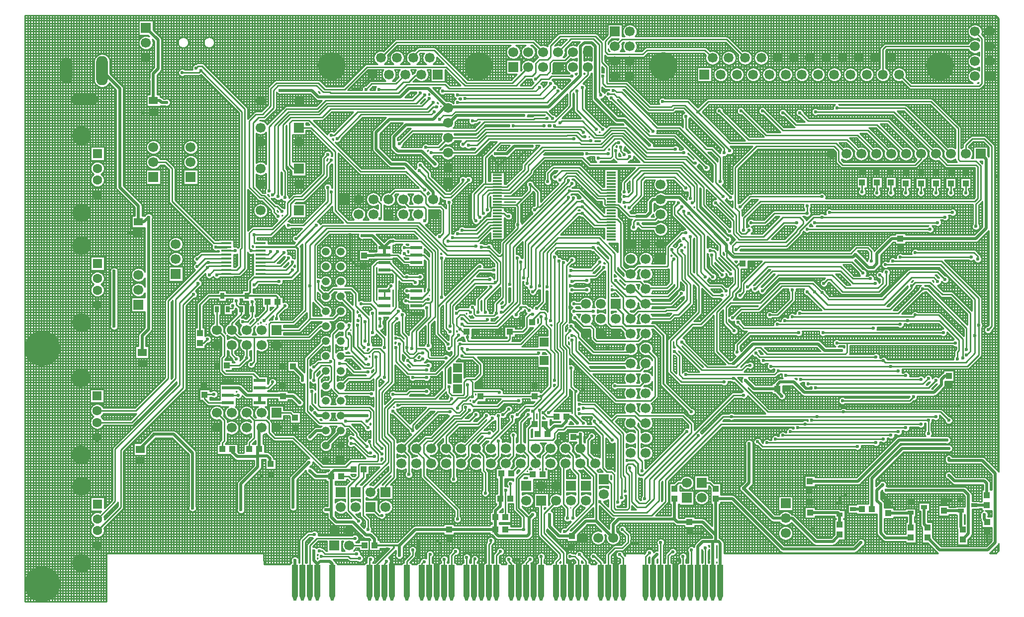
<source format=gbr>
G04 DipTrace 3.1.0.1*
G04 PCIUSB_bottom.gbr*
%MOMM*%
G04 #@! TF.FileFunction,Copper,L2,Bot*
G04 #@! TF.Part,Single*
%AMOUTLINE0*
4,1,8,
0.508,2.54,
-0.508,2.54,
-0.508,-2.79,
-0.35,-3.1,
-0.25,-3.54,
0.25,-3.54,
0.35,-3.1,
0.508,-2.79,
0.508,2.54,
0*%
G04 #@! TA.AperFunction,CopperBalancing*
%ADD13C,0.23*%
G04 #@! TA.AperFunction,Conductor*
%ADD14C,0.3*%
%ADD15C,0.5*%
%ADD16C,0.4*%
G04 #@! TA.AperFunction,ComponentPad*
%ADD21R,1.7X1.7*%
%ADD22C,1.7*%
%ADD25R,1.0X1.1*%
%ADD26R,1.1X1.0*%
%ADD29R,1.5X1.3*%
%ADD31R,0.65X1.05*%
G04 #@! TA.AperFunction,ComponentPad*
%ADD32R,1.6X1.6*%
%ADD33C,1.6*%
%ADD34C,3.2*%
%ADD35O,2.0X5.0*%
%ADD36O,2.0X4.5*%
%ADD37O,4.5X2.0*%
%ADD40C,4.76*%
%ADD41R,1.69X1.69*%
%ADD42C,1.69*%
%ADD43R,1.34X1.34*%
%ADD44C,1.34*%
%ADD45C,1.7*%
%ADD47C,6.0*%
%ADD48R,1.5X1.5*%
%ADD50R,1.05X0.65*%
%ADD65R,1.6X0.3*%
%ADD73R,2.0X0.6*%
%ADD74R,1.8X0.4*%
G04 #@! TA.AperFunction,ViaPad*
%ADD77C,0.6*%
%ADD181OUTLINE0*%
%FSLAX35Y35*%
G04*
G71*
G90*
G75*
G01*
G04 Bottom*
%LPD*%
X11632000Y5639900D2*
D13*
X11505227Y5513127D1*
X10790883D1*
X10743253Y5560757D1*
Y5719523D1*
X10695623Y5767153D1*
X10568610D1*
X10425720Y5910043D1*
X14998200Y4306500D2*
X16649373D1*
X16792263Y4163610D1*
X14632877Y6338873D2*
X14744173Y6227577D1*
X15665020D1*
X16125443Y6688000D1*
X16601743D1*
X16728757Y6560987D1*
X14632877Y6338873D2*
X14474270Y6497480D1*
X13918587D1*
X13585177Y6164070D1*
X13077123D1*
X12997740Y6084687D1*
Y5830660D1*
X13140630Y5687770D1*
X13124757Y4878057D2*
X13132693Y4885997D1*
X13712190Y4306500D1*
X14998200D1*
X13124757Y4878057D2*
X12267417D1*
X12203907Y4941567D1*
Y5259100D1*
X12124523Y5338483D1*
Y2999970D2*
Y3036367D1*
X12188030Y3099873D1*
X12330893D1*
X12330920Y3099847D1*
X11378000Y5385900D2*
Y5322607D1*
X10743253D1*
X10489227Y5576633D1*
Y5640140D1*
X10362213Y5767153D1*
X10346337Y5687770D2*
X10266953Y5608387D1*
Y5449620D1*
X10330460Y5386113D1*
Y5290853D1*
X11124293Y4497020D1*
X11711730D1*
X11791113Y4576403D1*
Y5226787D1*
X11632000Y5385900D1*
X11378000Y5131900D2*
X10664057D1*
X10441597Y5354360D1*
Y5576633D1*
X10409843Y5608387D1*
X10378090D1*
X11632000Y5131900D2*
Y5099987D1*
X11537087Y5005073D1*
X10679747D1*
X10378090Y5306730D1*
Y5529003D1*
X11632000Y4877900D2*
Y4845960D1*
X11537087Y4751047D1*
X11108417D1*
X11568840Y3306270D2*
Y3465037D1*
X11505333Y3528543D1*
Y3988567D1*
X11378000Y4115900D1*
X11283060Y2956983D2*
Y3195133D1*
X11251307Y3226887D1*
Y3941337D1*
X11046020Y4146623D1*
X10759130Y4433513D1*
X10505103D1*
X11046020Y4146623D2*
X11142390Y4242993D1*
X11441827D1*
X11568920Y4115900D1*
X11632000D1*
X11219553Y2845847D2*
Y3179257D1*
X11203677Y3195133D1*
Y3909583D1*
X10743253Y4370007D1*
X10568610D1*
X11156047Y2766463D2*
Y3846077D1*
X10869543Y4132580D1*
X10727377Y4274747D1*
X10505103D1*
X10251077Y2274287D2*
X10266953D1*
X10743253Y2750587D1*
Y3211090D1*
X10521033Y3433310D1*
X8997033D2*
X9123833Y3560110D1*
Y3814323D1*
X8743033Y3687310D2*
Y3703427D1*
X8901560Y3861953D1*
X8996820D1*
X9122150Y3987283D1*
Y4238940D1*
X8901560Y2925230D2*
Y3274517D1*
X8869807Y3306270D1*
Y3560537D1*
X8743033Y3687310D1*
X8489033D2*
Y3671700D1*
X9021000Y4203667D1*
X8489033Y3433310D2*
X8615780Y3560057D1*
Y3734940D1*
X8825077Y3944237D1*
X8971393D1*
X8235033Y3687310D2*
Y3894000D1*
X8441137Y4100103D1*
X8774547D1*
X8917437Y4242993D1*
X8361753Y3163380D2*
Y3560590D1*
X8235033Y3687310D1*
X7981033D2*
Y3719383D1*
X8409383Y4147733D1*
X8631657D1*
X8742793Y4258870D1*
X7599673Y3242763D2*
Y3560670D1*
X7473033Y3687310D1*
X8092223Y4306500D1*
X8298247D1*
X7139250Y3592050D2*
X6996360Y3734940D1*
Y4322377D1*
X6932853Y4385883D1*
X6091390D1*
X6059637Y4417637D1*
Y4877873D1*
X6186677Y5004913D1*
X6440677Y5258913D2*
X6631383D1*
X6837593Y5052703D1*
X6948730D1*
X6980483Y5084457D1*
Y5306730D1*
X7012237Y5338483D1*
X7075743D1*
X7107497Y5306730D1*
Y4925690D1*
X7043990Y4862183D1*
Y3782570D1*
X7123373Y3703187D1*
Y3687310D1*
X7139253D1*
X6615320Y3766693D2*
X6678827D1*
X6901100Y3544420D1*
X7012237D1*
X6615320Y3861953D2*
X6647073D1*
X6901100Y3607927D1*
X6948730D1*
X6186677Y5512913D2*
X6170560D1*
X5869117Y5211470D1*
Y4322377D1*
X6075513Y4115980D1*
X6456553D1*
X6504183Y4068350D1*
X6583567D1*
X6710580Y3941337D1*
Y3893707D1*
X6885223Y3719063D1*
X8981560Y6560987D2*
X8711040D1*
X8298247Y6148193D1*
Y5770900D1*
X6980483Y5989427D2*
Y5656017D1*
X4330000Y6052650D2*
Y5703900D1*
X4329500Y5703400D1*
X4345203D1*
X4456093Y5592510D1*
Y5259100D1*
X4419123Y5222130D1*
Y5010290D1*
X4471970Y4957443D1*
X4948423D1*
X5059600Y4846267D1*
X7551833Y6195823D2*
X7536167D1*
X7551833D2*
X7583577D1*
X7599750Y6179650D1*
X7837873D1*
X7885800Y6227577D1*
X7933083D1*
X8409383Y5989427D2*
X8457013Y6037057D1*
X8615780D1*
X8647533Y6005303D1*
X5726227Y8450310D2*
X5630967D1*
X5567460Y8513817D1*
Y9228267D1*
X5615090Y9275897D1*
X5900870D1*
X6774617Y8402150D1*
X7552573D1*
X7869577Y8085147D1*
X8282370Y7878750D2*
Y7338520D1*
X8187123Y7243273D1*
Y7179777D1*
X8234750Y7132150D1*
X8742750D1*
X8996820Y6433973D2*
X8774547Y6211700D1*
Y6005303D1*
X8901560D2*
X8885683D1*
Y6227333D1*
X9155587Y6497237D1*
Y6862190D1*
X8965000Y7052777D1*
X8250620D1*
X7774373Y7529023D1*
X6552253D1*
X6345417Y7735860D1*
Y8736090D1*
X5933230Y9148277D1*
X5726500D1*
X11616470Y2829970D2*
Y3163380D1*
X12410303Y3957213D1*
Y4100103D1*
X12267413Y4242993D1*
X11521210D1*
X11394303Y4369900D1*
X11378000D1*
X10393967Y2496560D2*
Y2655327D1*
X10489227Y2750587D1*
Y3242763D1*
X10393967Y3338023D1*
Y3560377D1*
X10267033Y3687310D1*
X8997033D2*
Y3782783D1*
X9361983Y4147733D1*
Y4227117D1*
X8425260Y2480683D2*
Y2639450D1*
X7853700Y3211010D1*
Y3512667D1*
X7679057Y3687310D1*
X7727033D1*
Y3703533D1*
X7885453Y3861953D1*
X7980713D1*
X8361753Y4242993D1*
X8472890D1*
X8568150Y4338253D1*
Y4385883D1*
X6440677Y6274913D2*
D14*
Y6259330D1*
X6662950Y6037057D1*
Y5417867D1*
X6869347Y5211470D1*
X4170313Y5544880D2*
D13*
X4106807Y5481373D1*
X4043973D1*
X4043750Y5481150D1*
X9806530Y5306730D2*
Y5290853D1*
X8568150D1*
X8504643Y5354360D1*
Y5386113D1*
X8449077Y5616327D2*
X8377630Y5544880D1*
Y5274977D1*
X8060097Y4957443D1*
X7583797D1*
X7377400Y5163840D1*
Y5401990D1*
X7186880D2*
Y5560757D1*
X7043990Y5703647D1*
Y6052933D1*
X6948730Y6148193D1*
X6789963D1*
X9076203Y6513357D2*
X9059997Y6497150D1*
X8726587D1*
X8345877Y6116440D1*
Y5814783D1*
X8361753Y5798907D1*
Y5624263D1*
X8330000Y5592510D1*
Y5433743D1*
X8282370Y5386113D1*
X6186677Y5766913D2*
X6091150D1*
X5900870Y5576633D1*
X5218173D1*
X4964147D1*
X4710267D1*
X4583500Y5703400D1*
X5218173Y5576633D2*
Y5798907D1*
X5249927Y5830660D1*
X5630967D1*
X5837363Y6037057D1*
Y7180177D1*
X6138587Y7481400D1*
X7742997D1*
X8250617Y6973780D1*
X8980493D1*
X9107957Y6846317D1*
Y6545110D1*
X9076203Y6513357D1*
X4742393Y6052933D2*
Y5974070D1*
X4583500Y5815177D1*
Y5703400D1*
X4662490Y6195823D2*
Y6132837D1*
X4742393Y6052933D1*
X4964147Y5576633D2*
Y5163840D1*
X4916517Y5116210D1*
X4694243Y4592280D2*
Y4576403D1*
X4678367Y4592280D1*
X4519613D1*
X4519600Y4592267D1*
X8806300Y6783260D2*
X8774860D1*
X8091850Y6100250D1*
Y5640140D1*
X8266493Y5465497D1*
X6440677Y6020913D2*
X6313930Y5894167D1*
X5916747D1*
X5725980Y5703400D1*
X5345500D1*
X5916747Y5894167D2*
Y6449850D1*
Y7148423D1*
X6202100Y7433777D1*
X7726750D1*
X8091850Y7068677D1*
Y6100250D1*
X5281680Y4814553D2*
Y4798677D1*
X5202297Y4719293D1*
X5059627D1*
X5059600Y4719267D1*
X5345500Y5894167D2*
Y5973863D1*
X5488077Y6116440D1*
X4598983D2*
Y6068810D1*
X4536160D1*
X4520000Y6052650D1*
X9552503Y2306040D2*
Y2528313D1*
X9425490Y2655327D1*
Y3179257D1*
X9631887Y3385653D1*
Y3560457D1*
X9505033Y3687310D1*
Y4132017D1*
X9631887Y4258870D1*
X9246203Y2306040D2*
X9552503D1*
X10743253Y6021180D2*
X10409843D1*
X4964147Y7323067D2*
Y7179773D1*
X5075623D1*
X11632000Y5893900D2*
X12044873D1*
X12108647Y5957673D1*
X12188030D1*
X12394427Y6164070D1*
Y6481603D1*
X12299167Y6576863D1*
Y6973780D1*
X12251537Y7021410D1*
Y7053163D1*
X12140400Y8783720D2*
X11664100D1*
X11298937Y9148883D1*
X11029033D1*
X10902020Y9021870D1*
X10790883D1*
X10552733Y9260020D1*
X10203447D1*
X10171693Y9228267D1*
X10044680Y9307650D2*
X9933543Y9418787D1*
X8393507D1*
X8330000Y9355280D1*
X8187110D1*
X8123603Y9291773D1*
X8028343Y9418787D2*
X7980713Y9371157D1*
X6789963D1*
X6377170Y8958363D1*
X6281910Y8593200D2*
X6202527Y8513817D1*
Y8323297D1*
X5805610Y7926380D1*
X5662720D1*
X5583337Y7846997D1*
Y7656477D1*
X5249927Y7323067D1*
X4964147D1*
X10822177Y7180177D2*
X10108187D1*
X9949420Y7021410D1*
Y6433973D1*
X11632000Y6147900D2*
Y6179947D1*
X11552963D1*
X11457703Y6275207D1*
X11298937D1*
X11044910Y6529233D1*
Y6957443D1*
X10822177Y7180177D1*
X14632877Y7624723D2*
X16728597D1*
X14649493Y5656017D2*
X16697003D1*
X14632877Y7624723D2*
X14490147D1*
X14251997Y7386573D1*
Y7354820D1*
X14029723Y7132547D1*
X13235890D1*
X13172383Y7069040D1*
X12235660Y6322837D2*
X12060723Y6147900D1*
X11632000D1*
X5218173Y8069270D2*
Y9164760D1*
X5519830Y9466417D1*
X6043760D1*
X6186650Y9609307D1*
X7663180D1*
X7790193Y9736320D1*
X8171233Y9768073D2*
X9758900D1*
X9822407Y9831580D1*
X11076663Y9783950D2*
X11108417D1*
X11140170Y9752197D1*
X11219553D1*
X11822867Y9148883D1*
X12203907D1*
X12823097Y8529693D1*
Y8212160D1*
X13077123Y7958133D1*
X13235890Y7799367D2*
X13410533Y7974010D1*
X14632877D1*
X5249930Y7037287D2*
X5202300Y6989657D1*
X5080507D1*
X5075623Y6984773D1*
X11632000Y6401900D2*
Y6434320D1*
X11537087Y6529233D1*
X11283060D1*
X11108417Y6703877D1*
Y7005533D1*
X10838513Y7275437D1*
X10139940D1*
X9885913Y7021410D1*
Y6179947D1*
X9774777Y6068810D1*
X5376940Y7974010D2*
Y9180637D1*
X5567460Y9371157D1*
X6075513D1*
X6218403Y9514047D1*
X7821947D1*
X7948960Y9641060D1*
X8552273D2*
X9885913D1*
X10076433Y9831580D1*
X10552733D2*
Y9466417D1*
X10902020Y9117130D1*
X11203677Y8815473D2*
Y8751967D1*
X11267183Y8688460D1*
X12108647Y6910273D2*
X12076893Y6878520D1*
Y6497480D1*
X11997510Y6418097D1*
X11648197D1*
X11632000Y6401900D1*
X5472200Y7021410D2*
X5308323Y6857533D1*
X5078383D1*
X5075623Y6854773D1*
X10552733Y7799367D2*
X10473350D1*
X9758900Y7084917D1*
Y6402220D1*
X9711270Y6354590D1*
X11044910Y7536803D2*
X10815297D1*
X10552733Y7799367D1*
X14378877Y7418327D2*
X16474730D1*
X14395493Y4782800D2*
X16347717D1*
X16442977Y4878060D1*
X14378877Y7688230D2*
X13823327D1*
X13664560Y7529463D1*
X13426410D1*
X14378877Y7688230D2*
Y7815243D1*
X12965987Y8720213D2*
Y8799597D1*
X12283290Y9482293D1*
X12124523D1*
X12092770Y9450540D1*
X11679977D1*
X11283060Y9847457D1*
X10949650D1*
X10902020Y9895087D1*
Y10022100D1*
X10378090D2*
X10028803D1*
X9981173Y9974470D1*
X9854160D1*
X9695393Y9815703D1*
X8282370D1*
X8218863Y9879210D1*
X7567920D1*
X7425030Y9736320D1*
X6266033D1*
X6250157Y9752197D1*
X6139020D1*
X6027883Y9863333D1*
X5376940D1*
X5297557Y9783950D1*
Y9482293D1*
X5138790Y9323527D1*
X5043530D1*
X4948270Y9228267D1*
Y8132777D1*
X5091160Y7989887D1*
X5138790D1*
X5321370Y7807307D1*
X5353123D1*
X5440447Y7719983D1*
X3250000Y8560900D2*
X3456410D1*
X3567000Y8450310D1*
Y7894627D1*
X4281450Y7180177D1*
X4495220D1*
X4495623Y7179773D1*
Y6984773D2*
X4070170D1*
X3995297Y6909900D1*
X2293850Y4327490D2*
X2952923D1*
X3503493Y4878060D1*
Y6195823D1*
X4154437Y6846767D1*
X4186190D1*
Y6854773D1*
X4495623D1*
X10401903Y7950197D2*
X10409843Y7942257D1*
X9631887Y7164300D1*
Y6608617D1*
X9616010Y6592740D1*
Y6497480D1*
X10997280Y8704337D2*
X10632117D1*
X5551583Y7481833D2*
X5805610D1*
X6218403Y7894627D1*
Y8132777D1*
X7790193Y8513817D2*
X7933083Y8370927D1*
Y8307420D1*
X8218863Y8021640D1*
X8314123D1*
X8520520Y8228037D1*
Y8259790D1*
Y8863103D2*
X8584027Y8926610D1*
X8774547D1*
X8917437Y9069500D1*
X10473350D1*
X10552733Y8990117D1*
X10600363D1*
X5615090Y6862643D2*
Y6830890D1*
X5508973Y6724773D1*
X5075623D1*
X4202067Y6640370D2*
X4281450Y6719753D1*
X4495623D1*
Y6724773D1*
X4667510D1*
X4725997Y6783260D1*
Y7069040D1*
X4757750Y7100793D1*
Y9418787D1*
X4059177Y10117360D1*
X3741643Y10085607D2*
X4027423D1*
X4059177Y10117360D1*
X11378000Y5893900D2*
X11426217D1*
X11251307Y6068810D1*
Y6259330D1*
X11124293Y6386343D1*
X11060787D1*
X10632117D2*
X10378090D1*
X4916517Y7053163D2*
X5072233D1*
X5075623Y7049773D1*
X4916517Y7053163D2*
X4884763Y7084917D1*
Y7354820D1*
X4948270Y7418327D1*
X5281680D1*
X5535707Y7672353D1*
Y7862873D1*
X5646843Y7974010D1*
X5773857D1*
X6154897Y8355050D1*
Y8624953D1*
X6218403Y8688460D1*
X6281910Y9021870D2*
X6329540D1*
X6726457Y9418787D1*
X7933083D1*
X8012467Y9498170D1*
X8075973D1*
X8679287Y9260020D2*
X8742793D1*
X8774547Y9291773D1*
X9727147D1*
X9743023Y9307650D1*
X9949420D1*
X10076433Y9180637D2*
X10060557D1*
X10076433Y9164760D1*
X10568610D1*
X10759130Y8974240D1*
X10917897D1*
X11044910Y9101253D1*
X11267183D1*
X11648223Y8720213D1*
X12283290D1*
X12235660Y7148423D2*
X12172153Y7084917D1*
Y7021410D1*
X12251537Y6942027D1*
Y6560987D1*
X12330920Y6481603D1*
Y6211700D1*
X12156277Y6037057D1*
X11981633D1*
X11965757Y6021180D1*
X11505333D1*
X11378053Y5893900D1*
X11378000D1*
X10552733Y7688230D2*
X10473350D1*
X9822407Y7037287D1*
Y6449850D1*
X11044910Y7486803D2*
X10754160D1*
X10552733Y7688230D1*
X14505877Y7529463D2*
X16601743D1*
X14522493Y4719293D2*
X16442977D1*
X16569990Y4846307D1*
X11171923Y8894857D2*
X11124293D1*
X11060787Y8831350D1*
Y8656707D1*
X11029033Y8624953D1*
X10822177D1*
X5281680Y8005763D2*
X5313433Y8037517D1*
Y9180637D1*
X5551583Y9418787D1*
X6059637D1*
X6202527Y9561677D1*
X7726687D1*
X7869577Y9704567D1*
X8425260D2*
X9822407D1*
X10012927Y9895087D1*
X10997280Y9720443D2*
X11092540D1*
X11140170Y9672813D1*
X11171923D1*
X11759360Y9085377D1*
X5361063Y7037287D2*
X5245250Y6921473D1*
X5077323D1*
X5075623Y6919773D1*
X11378000Y6401900D2*
X11267503D1*
X11124293Y6545110D1*
X10631873D2*
X10409843D1*
X10393967Y6529233D1*
X10378090D1*
X5488077Y7958133D2*
Y8402680D1*
X5456323Y8434433D1*
Y9196513D1*
X5583337Y9323527D1*
X6123143D1*
X6266033Y9466417D1*
X7901330D1*
X8012467Y9577553D1*
X8425260D2*
X9949420D1*
X10139940Y9768073D1*
X10457473D2*
Y9450540D1*
X10790883Y9117130D1*
X11124293Y8751967D2*
Y8640830D1*
X11156047Y8609077D1*
X11314813D1*
X11362443Y8656707D1*
X12076893Y7069040D2*
Y7037287D1*
X12172153Y6942027D1*
Y6433973D1*
X12013387Y6275207D1*
X11568840D1*
X11442147Y6401900D1*
X11378000D1*
X5551583Y6926150D2*
X5415207Y6789773D1*
X5075623D1*
X10552733Y7894627D2*
X10457473D1*
X9679517Y7116670D1*
Y6433973D1*
X11044910Y7586803D2*
X10860557D1*
X10552733Y7894627D1*
X11378000Y6655900D2*
X11331037D1*
X11203677Y6783260D1*
Y7531330D1*
X11148203Y7586803D1*
X11044910D1*
X14268493Y4862183D2*
X16315963D1*
X14204367Y7529463D2*
X13982093D1*
X13696313Y7243683D1*
X13220013D1*
X13124753Y7338943D1*
Y7561217D1*
X12823097Y7862873D1*
X12315043Y7354820D2*
X12251537D1*
X12013387Y7116670D1*
Y6799137D1*
X11997510Y6783260D1*
X11505360D1*
X11378000Y6655900D1*
X4964147Y6465727D2*
X5027653Y6529233D1*
X5392817D1*
X13061247Y8751967D2*
Y8767843D1*
X12299167Y9529923D1*
X12092770D1*
X12061017Y9498170D1*
X11695853D1*
X11298937Y9895087D1*
X10981403D1*
X10965527Y9910963D1*
Y10180867D1*
X10886143Y10260250D1*
Y10593660D1*
X10775007Y10704797D1*
X10171693D1*
X10012927Y10546030D1*
Y10355510D1*
X9965297Y10307880D1*
X9822407D1*
X9758900Y10244373D1*
Y10085607D1*
X9695393Y10022100D1*
X9584257D1*
X9425490Y9863333D1*
X8552273D1*
X8234740Y10180867D1*
X6885223D1*
X6504183Y9799827D1*
X6266033D1*
X6281910D1*
X6266033D2*
X6170773D1*
X6059637Y9910963D1*
X5345187D1*
X5249927Y9815703D1*
Y9514047D1*
X5107037Y9371157D1*
X4995900D1*
X4884763Y9260020D1*
Y8132777D1*
X5067347Y7950193D1*
X5114977D1*
X5305493Y7759677D1*
Y7712047D1*
X5376940Y7640600D1*
X4646613Y7053163D2*
X4499013D1*
X4495623Y7049773D1*
X3995670Y6783260D2*
X4132183Y6919773D1*
X4495623D1*
X2293850Y4127490D2*
X2879937D1*
X3630507Y4878060D1*
Y6227577D1*
X4170313Y6767383D1*
X4192703Y6789773D1*
X4495623D1*
X10314583Y7958133D2*
Y7942253D1*
X9584127Y7211797D1*
Y6767027D1*
X9552373Y6735273D1*
Y6592397D1*
X14014493Y4925690D2*
X16061937D1*
X5678597Y7259560D2*
X6281910Y7862873D1*
Y8053393D1*
X7774317Y8418557D2*
X7885453Y8307420D1*
Y8275667D1*
X8202987Y7958133D1*
X8314123D1*
X8615780Y8259790D1*
Y8847227D2*
X8758670D1*
X8917437Y9005993D1*
X10282830D1*
X10298707Y9021870D1*
X10441597D1*
X10536857Y8926610D1*
X10695623D1*
X5615087Y6719753D2*
X5551580Y6656247D1*
X5079150D1*
X5075623Y6659773D1*
X4329080Y6640370D2*
X4344957Y6656247D1*
X4492097D1*
X4495623Y6659773D1*
X4713647D1*
X4805380Y6751507D1*
Y9466417D1*
X4075053Y10196743D1*
X4011547D1*
X3979793Y10164990D1*
X9251033Y3433310D2*
X9377860Y3560137D1*
Y3909583D1*
X9246203Y2512437D2*
Y2968217D1*
X9251033Y2973047D1*
X6948757Y2941107D2*
X7298017Y3290367D1*
Y3782570D1*
X7186880Y3893707D1*
Y4370007D1*
X7345647Y4528773D1*
X8044220D1*
X8218863Y4703417D1*
Y5052703D1*
X8441137Y5274977D1*
Y5433743D1*
X8472890Y5465497D1*
X7933083Y5433743D2*
Y5814783D1*
X8044250Y5925950D1*
Y7036900D1*
X7695000Y7386150D1*
X6233857D1*
X5996130Y7148423D1*
Y6211460D1*
X6186677Y6020913D1*
X14093230Y3973090D2*
X15934923D1*
X13870877Y5798907D2*
X15966677D1*
X9854160Y5925920D2*
Y5814783D1*
X9504873Y5465497D1*
X8472890D1*
X11267183Y7878750D2*
X11346567D1*
X11473580Y8005763D1*
Y8243913D1*
X11600593Y8370927D1*
X12156277D1*
X12394427Y8132777D1*
Y7942257D1*
X12251537Y7799367D2*
X12172153Y7719983D1*
Y7704107D1*
X12569070Y7307190D1*
Y6688000D1*
X12648453Y6608617D1*
X7981033Y3433310D2*
Y3480593D1*
X7853700Y3607927D1*
Y3750817D1*
X7917207Y3814323D1*
X7996590D1*
X8377630Y4195363D1*
X8488767D1*
X8631657Y4338253D1*
X7663180Y4893937D2*
X7901330D1*
X6742333Y2448930D2*
X6567690Y2623573D1*
Y3036367D1*
X6692903Y3161580D1*
X6742333Y3211010D1*
Y3401530D1*
X6758210Y3417407D1*
X7139250D1*
X7202757Y3480913D1*
Y3719063D1*
X7091620Y3830200D1*
Y4671663D1*
X7250387Y4830430D1*
Y5846537D1*
X7425030Y6021180D1*
X6451910Y3211010D2*
X6574253D1*
X6623683Y3161580D1*
X6692903D1*
X9504750Y6862273D2*
Y6735507D1*
X9488997Y6719753D1*
Y6148193D1*
X9107957Y5767153D1*
X8536397D1*
X8504643Y5798907D1*
X7107497Y5894167D2*
Y5767153D1*
X13966217Y3909583D2*
X15807843D1*
X15728527Y6688000D2*
Y6481603D1*
X15601513Y6354590D1*
X14982323D1*
X14775927Y6560987D1*
X14728297D1*
X14664790Y6497480D1*
X14124983Y6386343D2*
Y6211700D1*
X13870957Y5957673D1*
X13743943D1*
X11267183Y7974010D2*
X11330690D1*
X11410073Y8053393D1*
Y8275667D1*
X11552963Y8418557D1*
X12188030D1*
X12457933Y8148653D1*
Y7894627D1*
X12426180Y7862873D1*
X12283290Y7719983D2*
Y7672353D1*
X12632577Y7323067D1*
Y6751507D1*
X12775467Y6608617D1*
X6694570Y2941093D2*
Y3055333D1*
X6831477Y3192240D1*
Y3327813D1*
X6828753Y3330537D1*
X6901100Y2306040D2*
Y2464807D1*
X6821717Y2544190D1*
Y3020490D1*
X7250387Y3449160D1*
Y3750817D1*
X7139250Y3861953D1*
Y4639910D1*
X7314000Y4814660D1*
Y5814523D1*
X7393643Y5894167D1*
X9441250Y6925773D2*
Y6179830D1*
X9076203Y5814783D1*
X8599903D1*
X8520520Y5894167D1*
X8504643D1*
X13839203Y3846077D2*
X15680843D1*
X15617390Y6640370D2*
X15665020Y6592740D1*
Y6497480D1*
X15585637Y6418097D1*
X15029953D1*
X14807680Y6640370D1*
X13886833D1*
X13616877Y6370413D1*
X11267183Y8053393D2*
Y8212160D1*
X11521210Y8466187D1*
X12219783D1*
X12505563Y8180407D1*
Y7767613D1*
X13029493Y7243683D1*
X12759590Y6973780D2*
Y6815013D1*
X12934233Y6640370D1*
X9330850Y2829970D2*
X9330230Y3087200D1*
X10330460Y8069270D2*
X9377860Y7116670D1*
Y6179947D1*
X9203217Y6005303D1*
X9171463D1*
X11044910Y7636803D2*
X10921693D1*
X10489227Y8069270D1*
X10330460D1*
X12886603Y9434663D2*
X13378780Y8942487D1*
X15061920D1*
X15300070Y8704337D1*
X13887493Y5005073D2*
X15934843D1*
X12315043Y4941567D2*
X13823987D1*
X13887493Y5005073D1*
X15966597Y6942027D2*
X17173303D1*
X11044910Y7986803D2*
X10825720D1*
X10441597Y8370927D1*
X10282830D1*
X10171693Y8259790D1*
X13251767Y9434663D2*
X13267643D1*
X13680437Y9021870D1*
X15236537D1*
X15554070Y8704337D1*
X13760493Y5084457D2*
X15807910D1*
X15839663Y6878520D2*
X16665250D1*
X17300317Y6243453D1*
Y5783030D1*
Y5274977D1*
X17109797Y5084457D1*
X15807910D1*
X11044910Y8036803D2*
X10855103D1*
X10473350Y8418557D1*
X10203447D1*
X10092310Y8307420D1*
X13616930Y9434663D2*
X13632807D1*
X13966217Y9101253D1*
X15411153D1*
X15808070Y8704337D1*
X13633493Y5179717D2*
X15680843D1*
X15712597Y6815013D2*
X16649373D1*
X17236810Y6227577D1*
Y5608387D1*
Y5306730D1*
X17078043Y5147963D1*
X15712597D1*
X15680843Y5179717D1*
X11044910Y8086803D2*
X10884487D1*
X10505103Y8466187D1*
X10060557D1*
X9965297Y8370927D1*
Y8228037D1*
X13966217Y9402910D2*
X13982093D1*
X14188490Y9196513D1*
X15569893D1*
X16062070Y8704337D1*
X15553843Y5243223D2*
X13569300D1*
X13506493Y5306030D1*
X9104910Y8186803D2*
X8901500D1*
X8876203D1*
X8711040Y8021640D1*
Y7592970D1*
X8742793Y7561217D1*
X15506253Y5735400D2*
X13299397D1*
X13204137Y5830660D1*
X12283290Y7259560D2*
X12346797Y7196053D1*
Y6640370D1*
X12538310Y6448857D1*
Y6006297D1*
X12055260Y5523247D1*
Y4994953D1*
X12235660Y4814553D1*
X12965987D1*
X8901500Y8186803D2*
Y8640770D1*
X9155587Y8894857D1*
X10505103D1*
X10536857Y8863103D1*
X10870267D1*
X11060787Y9053623D1*
X11251307D1*
X11648223Y8656707D1*
X12330920D1*
X12442057Y8545570D1*
X12473810D1*
X9104910Y8136803D2*
X8905587D1*
X8774547Y8005763D1*
Y7656477D1*
X8806300Y7624723D1*
X15331597Y6672137D2*
X15141090Y6862643D1*
X13664560D1*
X13299397Y6497480D1*
Y6354590D1*
X13235890Y6291083D1*
X9104910Y8136803D2*
X9270750D1*
X9568380Y8434433D1*
Y8513817D1*
X9870037Y8815473D1*
X10886143D1*
X11076663Y9005993D1*
X11235430D1*
X11632347Y8609077D1*
X12315043D1*
X12950110Y7974010D1*
X12394427Y7291313D2*
Y6672123D1*
X12775467Y6291083D1*
X12934233D1*
X9104910Y8086803D2*
X8950847D1*
X8853930Y7989887D1*
Y7704107D1*
X8869807Y7688230D1*
X13537547Y3798447D2*
X13616970Y3719023D1*
X15235623D1*
X13362877Y6433947D2*
X13712190Y6783260D1*
X14950570D1*
X15156967Y6576863D1*
X15458623D1*
X9104910Y8086803D2*
X9300133D1*
X9631887Y8418557D1*
Y8497940D1*
X9901790Y8767843D1*
X10918193D1*
X11108127Y8957777D1*
X11204263D1*
X11600593Y8561447D1*
X12267413D1*
X13172383Y7656477D1*
Y7370697D1*
X13251767Y7291313D1*
X13632807D1*
X13966217Y7624723D1*
X14251997D1*
X14315503Y7561217D1*
Y7513587D1*
X14204367Y7402450D1*
Y7386573D1*
X14013847Y7196053D1*
X13172383D1*
X13108877Y7132547D1*
Y7037287D1*
X13140630Y7005533D1*
X15125213D1*
X15220473Y7100793D1*
X15410993D1*
X15474500Y7037287D1*
Y6878520D1*
X9104910Y8036803D2*
X8980230D1*
X8933313Y7989887D1*
Y7751737D1*
X13696313Y3782570D2*
X15553883D1*
X15538007Y6497480D2*
X15156967D1*
X14950570Y6703877D1*
X13791573D1*
X13489877Y6402180D1*
X9104910Y8036803D2*
X9329517D1*
X9679517Y8386803D1*
Y8418557D1*
X9901790Y8640830D1*
X10552733D1*
X10679747Y8513817D1*
X12235660D1*
X12616700Y8132777D1*
Y7831120D1*
X13061247Y7386573D1*
X12727837Y7053163D2*
X12791343D1*
X12823097Y7021410D1*
Y6910273D1*
X13077123Y6656247D1*
X9104910Y7586803D2*
X8927147D1*
X8742793Y7402450D1*
X8506493D1*
X14251997Y9402910D2*
X14394887Y9260020D1*
X15760387D1*
X16316070Y8704337D1*
Y8609183D1*
X16220703Y8513817D1*
X14982323D1*
X14918817Y8577323D1*
Y8751967D1*
X14839433Y8831350D1*
X13521670D1*
X13156507Y8466187D1*
Y7783490D1*
X13220013Y7719983D1*
Y7386573D1*
X13267643Y7338943D1*
X13331150D1*
X13394657Y7402450D1*
X9104910Y7536803D2*
X8956530D1*
X8758670Y7338943D1*
X8426493D1*
X14521900Y9418787D2*
X15855620D1*
X16570070Y8704337D1*
X13299397Y7402450D2*
Y7608847D1*
X13585177Y7894627D1*
X17236810D1*
X17284440Y7942257D1*
Y8482063D1*
X17252687Y8513817D1*
X16760590D1*
X16570070Y8704337D1*
X9104910Y7486803D2*
X8985913D1*
X8774547Y7275437D1*
X8346493D1*
X14887063Y9482293D2*
X16046113D1*
X16824070Y8704337D1*
X14236120Y5656017D2*
X13394657D1*
X13188260Y5449620D1*
Y5322607D1*
X13410533Y5100333D2*
X13347027D1*
X13267643Y5020950D1*
X12584947D1*
X12156277Y5449620D1*
Y5529003D1*
X12426180Y5798907D1*
X12569070D1*
X13061247Y6291083D1*
Y6402220D1*
X13156507Y6497480D1*
Y6719753D1*
X12902480Y6973780D1*
Y7148423D1*
X12362673Y7688230D1*
X12902480Y8228037D2*
Y8640830D1*
X12759590Y8783720D1*
X12664330D1*
X12315043Y9133007D1*
Y9339403D1*
X9104910Y7436803D2*
X8999420D1*
X8774143Y7211527D1*
X8266493D1*
X17459083Y5703647D2*
X17522590Y5767153D1*
Y8831350D1*
X17395577Y8958363D1*
X17189180D1*
X17078043Y8847227D1*
Y8704363D1*
X17078070Y8704337D1*
X10155817Y6878520D2*
Y5846537D1*
X10124063Y5814783D1*
Y5386113D1*
X10187570Y5322607D1*
Y4703417D1*
X9822407Y4338253D1*
X14347257Y4100103D2*
X16315963D1*
X14251877Y5989427D2*
X15934923D1*
X16347717Y6402220D1*
X16427100D1*
X17093920Y5735400D1*
Y5370237D1*
X10854390Y2782340D2*
X10838513D1*
X11076663Y2544190D1*
X11727607D1*
X11965757Y2782340D1*
Y3147503D1*
X12918357Y4100103D1*
X14347257D1*
X9795297Y3925460D2*
X9826023D1*
Y4338253D1*
X9822407D1*
X7726880Y6973753D2*
X7853727D1*
X7934727Y6892753D1*
Y6386343D1*
X7933083Y6384700D1*
Y6354233D1*
X7822303Y6243453D1*
X7727303D1*
X7727000Y6243150D1*
X6996307Y7926380D2*
X7043647D1*
X7123373Y7846653D1*
Y7608273D1*
X7107623Y7592523D1*
X7520290Y7005533D2*
Y7021027D1*
X7504500D1*
X7552127Y6973400D1*
X7726527D1*
X7726880Y6973753D1*
X7186880Y6719753D2*
X7313893D1*
X7377400Y6656247D1*
Y6084687D1*
X7282140Y5989427D1*
X7187277D1*
X7187000Y5989150D1*
X7377400Y6656247D2*
X7488537Y6545110D1*
X7678790D1*
X7710873Y6513027D1*
X7250307Y7926380D2*
Y7957453D1*
X7361627Y8068773D1*
X7790690D1*
X7885500Y7973963D1*
Y7862400D1*
X7949000Y7798900D1*
X8139500D1*
X8187110Y7751290D1*
Y7354383D1*
X8123627Y7290900D1*
X4503723Y5100333D2*
X4710120D1*
X4837133Y5227347D1*
Y5449033D1*
X4837500Y5449400D1*
X7901330Y5020900D2*
X7599723D1*
X7440907Y5179717D1*
Y5465497D1*
X6916977Y5116210D2*
X6853470D1*
X6615320Y5354360D1*
Y5608387D1*
X6583567Y5640140D1*
X4837500Y5703400D2*
X4852763D1*
X5027653Y5878290D1*
X5186420Y6037057D1*
Y6175303D1*
X5191063Y6179947D1*
X7837823Y5306730D2*
X7758440D1*
X7679057Y5227347D1*
X7615550D1*
X7504413Y5338483D1*
Y5497250D1*
X7440907Y5560757D1*
X7377400D1*
X6837593Y5401990D2*
X6789963Y5449620D1*
Y5910043D1*
X6758210Y5941797D1*
X9044450Y6719753D2*
X8790423D1*
X8234740Y6164070D1*
Y5735400D1*
X8298247Y5671893D1*
X6186677Y6274913D2*
Y6275233D1*
X6313663Y6402220D1*
X6615320D1*
X6694703Y6322837D1*
Y6116440D1*
X6916977Y5894167D1*
Y5449620D1*
X4773627Y5846537D2*
X4853010D1*
X4932393Y5925920D1*
Y6052933D1*
X4122683Y4596923D2*
Y4528773D1*
X4186190Y4465267D1*
X4519600D1*
X4583500Y5449400D2*
Y5290460D1*
X4662490Y5211470D1*
X4281450Y4608157D2*
X4133917D1*
X4122683Y4596923D1*
X4932393Y6052933D2*
Y6179947D1*
X6059637Y6529233D2*
Y6401953D1*
X6186677Y6274913D1*
X10298707Y2496560D2*
Y2671203D1*
X10235200Y2734710D1*
Y3401477D1*
X10267033Y3433310D1*
X10235200Y6846767D2*
X10219323D1*
Y5846537D1*
X10171693Y5798907D1*
Y5417867D1*
X10235200Y5354360D1*
Y4639907D1*
X9885917Y4290623D1*
X14458393Y4163610D2*
X16442977D1*
X16157197Y6449850D2*
Y6418097D1*
X15792033Y6052933D1*
X14680667D1*
X14379010Y6354590D1*
X16157197Y6449850D2*
X16220703Y6513357D1*
X16474730D1*
X16681127Y6306960D1*
X16839893D1*
X17157427Y5989427D1*
Y5338483D1*
X17093920Y5274977D1*
X11362443Y3353900D2*
Y3306270D1*
X11394197Y3274517D1*
Y2782340D1*
X11489457Y2687080D1*
X11632347D1*
X11775237Y2829970D1*
Y3147500D1*
X12529380Y3901643D1*
X16442977Y3941337D2*
Y4163610D1*
X10112830Y4227117D2*
X9949423D1*
X9885917Y4290623D1*
X6583540Y2036137D2*
X6842237D1*
X7202757Y2941107D2*
Y3052243D1*
X7345647Y3195133D1*
Y3830200D1*
X7234510Y3941337D1*
Y4354130D1*
X7361403Y4481023D1*
X8282250D1*
X8330000Y4528773D1*
X7901373Y6084400D2*
Y5921073D1*
X7647303Y5667003D1*
Y5386113D1*
X6965600Y4616420D2*
Y4624033D1*
X6408923D1*
X6329540Y4703417D1*
Y5195593D1*
X6306180Y5218953D1*
Y5632417D1*
X6440677Y5766913D1*
X14220243Y4036597D2*
X16061937D1*
X13997877Y5862413D2*
X16093690D1*
X16633497D1*
X16966907Y5529003D1*
Y5354360D1*
X16935153Y5322607D1*
Y5211470D1*
X11346567Y7783490D2*
X11552963Y7989887D1*
Y8243913D1*
X11616470Y8307420D1*
X12124523D1*
X12315043Y8116900D1*
X12188030Y7862873D2*
X12124523Y7799367D1*
Y7672353D1*
X12505563Y7291313D1*
Y6656247D1*
X12711960Y6449850D1*
X12918357D1*
X12997740Y6370467D1*
X11044910Y9656937D2*
X11695853Y9005993D1*
X12124523D1*
X12664330Y8466187D1*
X10012927Y5862413D2*
Y7005533D1*
X10108187Y7100793D1*
X10742177D1*
X11378000Y5639900D2*
X11346807D1*
X11219553Y5767153D1*
X11044910D1*
X10997280Y5814783D1*
Y6845690D1*
X10742177Y7100793D1*
X14759877Y7704107D2*
X16855770D1*
X14886637Y5481800D2*
X15061707D1*
X16903400D1*
X15061707D2*
Y5322607D1*
X15029953Y5290853D1*
X13696313D1*
X13585177Y5401990D1*
X13505793D1*
X13172383Y5068580D1*
X12680207D1*
X12251537Y5497250D1*
X12584947Y3099873D2*
X12723193D1*
X12823097Y2999970D1*
X6853470Y5846537D2*
Y5513127D1*
X10346123Y6624150D2*
X10774750D1*
X10917623Y6767023D1*
X11425623Y7449650D2*
Y7544897D1*
X11457377Y7576650D1*
X11790750D1*
X11886373Y7672273D1*
X9314353Y6481603D2*
Y7164300D1*
X10298707Y8148653D1*
X10330460D1*
X10378090Y8196283D1*
X7885500Y8814900D2*
X8107233D1*
X8266493Y8974160D1*
X8758590D1*
X8901560Y9117130D1*
X10520980D1*
X10568610Y9069500D1*
X10108160Y2798217D2*
Y2782313D1*
X9901790Y2575943D1*
Y2242533D1*
X10235200Y1909123D1*
Y1449233D1*
X10234667Y1448700D1*
X7186880Y6846753D2*
X7059853D1*
X6996360Y6783260D1*
Y6195823D1*
X7075743Y6116440D1*
X7186710D1*
X7187000Y6116150D1*
X7186880Y6846753D2*
X7266277D1*
X7504757Y6608273D1*
X7568000D1*
X7790250D1*
X7504307Y7926380D2*
Y7894343D1*
X7599750Y7798900D1*
X7853750D1*
X7885500Y7767150D1*
Y7576647D1*
X7869627Y7560773D1*
X9854160Y2798217D2*
Y2210780D1*
X10171693Y1893247D1*
Y1813863D1*
X10107667Y1749837D1*
Y1448700D1*
X10076433Y6942027D2*
Y5370237D1*
X10139940Y5306730D1*
Y4751047D1*
X9711270Y4322377D1*
X9759033Y3433310D2*
Y3512533D1*
X9631887Y3639680D1*
Y3830200D1*
Y4020720D1*
X9727147Y4115980D1*
Y4145863D1*
Y4322377D1*
X9711270D1*
X14982323Y4497020D2*
X16125443D1*
X16188950Y4560527D1*
X14124877Y5925920D2*
X16188950D1*
X16220703Y5957673D1*
X16617620D1*
X17030413Y5544880D1*
Y5227347D1*
X13299397Y4592280D2*
X13124753D1*
X11695853Y3163380D1*
Y2814093D1*
X11632347Y2750587D1*
X11521210D1*
X11457703Y2814093D1*
Y3369777D1*
X11410073Y3417407D1*
X11330690D1*
X11298937Y3385653D1*
Y3274517D1*
X11346567Y3226887D1*
Y2671203D1*
X11314813Y2639450D1*
X11124293D1*
X11092540Y2671203D1*
Y3242763D1*
X11044910Y3290393D1*
X10965527D1*
X10902020Y3353900D1*
Y3909583D1*
X10759130Y4052473D1*
X10282830D1*
X10235200Y4004843D1*
X10139940D1*
X10076433Y3941337D1*
Y3861953D1*
X10044680Y3830200D1*
X9631887D1*
X9741343Y4100103D2*
Y4131667D1*
X9727147Y4145863D1*
X8155357Y6259330D2*
Y6926150D1*
X11918127Y9593430D2*
X12346797D1*
X12521440Y9418787D1*
X13061247Y8878980D1*
X14871427D1*
X15046070Y8704337D1*
X16220597Y7021410D2*
X17220933D1*
X17284440Y6957903D1*
Y6910273D1*
X17252687Y7465957D2*
Y7846997D1*
X17332070Y7926380D1*
Y8497940D1*
X17252687Y8577323D1*
X16982783D1*
X16951030Y8609077D1*
Y9133007D1*
X16490607Y9593430D1*
X12696083D1*
X12521440Y9418787D1*
X9981173Y4290623D2*
X10282830Y4592280D1*
Y5370237D1*
X10219323Y5433743D1*
Y5783030D1*
X10282830Y5846537D1*
Y6799137D1*
X10378090Y6894397D1*
X14553653Y4227117D2*
X16569990D1*
X14505877Y6354737D2*
X14728297Y6132317D1*
X15696773D1*
X16157197Y6592740D1*
X16538237D1*
X16601743Y6529233D1*
X14505877Y6354737D2*
X14410763Y6449850D1*
X13950340D1*
X13553423Y6052933D1*
X13251767D1*
X13108877Y5910043D1*
X13093000Y4227117D2*
X14553653D1*
X10917897Y3163380D2*
X10965527D1*
X11044910Y3083997D1*
Y2639450D1*
X11092540Y2591820D1*
X11648223D1*
X11854620Y2798217D1*
Y3131627D1*
X12950110Y4227117D1*
X13093000D1*
X9881270Y3242763D2*
Y3555547D1*
X10013033Y3687310D1*
X5662720Y4211240D2*
X5583337Y4290623D1*
X5345187D1*
X8599903Y4766923D2*
Y4592280D1*
X8552273Y4544650D1*
X8441137D1*
X8330000Y4433513D1*
X7456783D1*
X7440907Y4417637D1*
X7409153D1*
X6885223Y4147733D2*
X6948730Y4211240D1*
Y4306500D1*
X6916977Y4338253D1*
X6059637D1*
X5948500Y4449390D1*
Y4655787D1*
X4424340Y3671433D2*
Y3782570D1*
X4456093Y3814323D1*
Y4163717D1*
X4329187Y4290623D1*
X6535937Y5386113D2*
X6567690Y5417867D1*
Y5544880D1*
X6520060Y5592510D1*
Y5687770D1*
X6583567Y5751277D1*
Y5783030D1*
X6726457D2*
Y5417867D1*
X6837593Y5306730D1*
X6916977D1*
X6996360Y5386113D1*
X7107497D1*
X7186880Y5306730D1*
Y4893937D1*
X7710810Y5179717D2*
X7790193D1*
X7821947Y5211470D1*
X7837823D1*
X7933083Y5100333D2*
X7663180D1*
X7583797Y5179717D1*
X6901100Y4989197D2*
X6662950D1*
X6520060Y5132087D1*
X6424800D1*
X6266033Y5163840D2*
X6250157Y5147963D1*
X6059637D1*
X5980253Y5068580D1*
X4884763Y3671433D2*
Y3782570D1*
X4964147Y3861953D1*
Y4163663D1*
X4837187Y4290623D1*
X6932853Y3798447D2*
Y3766693D1*
X6948730Y3750817D1*
Y3719063D1*
X7075743Y3592050D1*
Y3480913D1*
X7059867Y3465037D1*
X6615320D1*
X6520060Y3369777D1*
X6123143D1*
X5630967Y3861953D1*
X5313433D1*
X5218173Y3957213D1*
Y4115980D1*
X5170490Y4163663D1*
X4964147D1*
X9341463Y3258640D2*
Y3269740D1*
X9505033Y3433310D1*
X10362000Y6719400D2*
X10711250D1*
X10854123Y6862273D1*
X11505000Y7513150D2*
X11568500Y7449650D1*
X11854997D1*
X11886373Y7418273D1*
X10314583Y8243913D2*
Y8228037D1*
X9250847Y7164300D1*
Y6148193D1*
X9187340Y6084687D1*
X7980750Y8719650D2*
X8265983D1*
X8266493Y8720160D1*
X8726863D1*
X8965067Y8958363D1*
X10409843D1*
X6948730Y1797987D2*
X6932853D1*
Y1448887D1*
X6932667Y1448700D1*
X9854160Y3052217D2*
X10108160D1*
X10568610Y2163150D2*
X10536857D1*
X10393967Y2020260D1*
X10362213Y1988507D1*
X10282830D1*
Y1797987D1*
X10361667Y1719150D1*
Y1448700D1*
X10616000Y5639900D2*
X10584727D1*
X10346337Y5878290D1*
Y6084687D1*
X15803267Y8386803D2*
X15807910Y8382160D1*
X16050703D2*
X16061937Y8370927D1*
X14950530Y4401760D2*
X16966907D1*
X14759877Y6449677D2*
Y6370640D1*
X14839433Y6291083D1*
X15633267D1*
X16093690Y6751507D1*
X16633497D1*
X16855770Y6529233D1*
Y6433973D1*
X10775033Y3687310D2*
X10822637D1*
Y3909583D1*
X10743253Y3988967D1*
X10332393D1*
X10221257Y3877830D1*
X10139940Y3796513D1*
Y3083997D1*
X10108160Y3052217D1*
X11044910Y7786803D2*
X11136857D1*
X11346250Y7577410D1*
Y7132150D1*
X11378000Y7163900D1*
X11044910Y7786803D2*
X10870267D1*
Y7878750D1*
X9123833Y7053163D2*
Y7217880D1*
X9104910Y7236803D1*
X9196337D1*
X9377860Y7418327D1*
Y7637187D1*
Y7688230D1*
X9279287Y7786803D1*
X9104910D1*
X15966677Y7089560D2*
Y7100793D1*
X15760280D1*
X15633267Y6973780D1*
Y6799137D1*
X15680897Y6751507D1*
X16093690D1*
X14759877Y6449677D2*
X14712247D1*
X14664790Y6402220D1*
X14633037D1*
X14474270Y6560987D1*
X13918587D1*
X13569300Y6211700D1*
X13172383D1*
Y6322837D1*
X13251767Y6402220D1*
Y6576863D1*
X13394657Y6719753D1*
Y6772027D1*
X13453520Y6830890D1*
X6329540Y2290137D2*
X6583540D1*
X12188030Y1797987D2*
X12172153D1*
X10282830Y1988507D2*
X10251077D1*
X9964127Y2275457D1*
X9727147D2*
Y1449180D1*
X9726667Y1448700D1*
X11886373Y7164273D2*
X11981607D1*
X12251537Y7434203D1*
X13045370Y8116900D2*
Y8529693D1*
X13156507Y8640830D1*
X13489937Y8704337D2*
X14792070D1*
X17442250Y2263150D2*
D15*
Y2115650D1*
X16707553Y2794150D2*
X16839000D1*
X15665020Y2877600D2*
X15792470Y2750150D1*
X15763947D1*
X6662950Y9799827D2*
D13*
X6730563D1*
X6983883Y10053147D1*
X7726880Y6719753D2*
X7551773D1*
X7361627Y6909900D1*
X7028250D1*
X6921750Y6803400D1*
X6837750D1*
X7727000Y5989150D2*
X7631703D1*
X7425123Y6195730D1*
Y6386023D1*
X7488627Y6449527D1*
X7837877D1*
X7869623Y6481273D1*
Y6703923D1*
X7861487Y6695787D1*
X7837520Y6719753D1*
X7726880D1*
X6837750Y6803400D2*
X6706123D1*
X6599623Y6909900D1*
Y7322653D1*
X9104910Y8386803D2*
Y8494433D1*
X9234877Y8624400D1*
X9457123D1*
X3250000Y9418650D2*
Y9402910D1*
X3088753D1*
X9104910Y8494433D2*
Y8548617D1*
X9028573Y8624953D1*
X8822177Y8688460D2*
X8996820Y8863103D1*
X9457123Y8624400D2*
X9584257Y8751533D1*
X8822177Y8227473D2*
Y8196283D1*
X8631657Y8005763D1*
Y7513587D1*
X8679287Y7465957D1*
X8742793D1*
X8996820Y7719983D1*
Y7767613D1*
X9016010Y7786803D1*
X9104910D1*
X9536627Y7592970D2*
X9568380D1*
X9663640Y7688230D1*
X10870267Y7786803D2*
X10866953D1*
X10600363Y8053393D1*
X2996000Y7354400D2*
X2995580Y7354820D1*
X2825250D1*
X7933083Y4735170D2*
X7647303D1*
X7615550Y4766923D1*
X7425030D1*
X7409153Y4782800D1*
X7393277D1*
Y4798677D1*
X8822177Y4746403D2*
Y4846307D1*
X8838053Y4862183D1*
X9144353Y5671893D2*
X9028573D1*
X6583540Y2290137D2*
X6662977D1*
X6821717Y2131397D1*
X6901100D1*
X6925650Y2106847D1*
Y1870167D1*
X6853470Y1797987D1*
X5059407Y3179257D2*
Y3195133D1*
X5107037Y3242763D1*
X5245283D1*
X5249927Y3247407D1*
X6440677Y3734913D2*
Y3814323D1*
X6551813Y3925460D1*
Y4560527D2*
X6885223D1*
X6916977Y4528773D1*
X6932853D1*
X8250617Y4242993D2*
X8139480Y4131857D1*
X8377630Y3925460D2*
X8425260Y3877830D1*
X8568150D1*
X9536627Y5989427D2*
Y5841893D1*
X9525393Y5830660D1*
X10552733Y4687540D2*
Y4941567D1*
X10457473Y5036827D1*
X10997280Y5401990D2*
X10775007D1*
X10616000Y5560997D1*
Y5639900D1*
X9695393Y4465267D2*
X9568380D1*
X9536627Y4433513D1*
X9250847D1*
X9171463Y4354130D1*
X7091620Y1845617D2*
X7218633Y1972630D1*
X7234510D1*
X7298017Y1829740D2*
X7282140D1*
X7298017Y1813863D1*
Y1464350D1*
X7313667Y1448700D1*
X8075667D2*
X8060097Y1464270D1*
Y1845617D1*
X8139480Y1925000D1*
Y2052013D1*
X8060097Y2131397D1*
X7758440D1*
Y1845617D1*
X8520520Y1766233D2*
Y1893247D1*
X8552273Y1925000D1*
X8901560D1*
Y1829740D1*
X8837667Y1765847D1*
Y1448700D1*
X9393737Y1797987D2*
X9457243D1*
X9473120Y1782110D1*
Y1448700D1*
X9472667D1*
X11123667D2*
Y1908497D1*
X11156047Y1940877D1*
X11251307D1*
X11378320Y2067890D1*
X11473580D1*
X10378090Y2020260D2*
X10393967D1*
X10235200Y3877830D2*
X10221257D1*
X12378550Y2258410D2*
Y2242533D1*
X12584947D1*
X12140400Y1766233D2*
Y1449433D1*
X12139667Y1448700D1*
X14934000Y2750150D2*
Y2840223D1*
X14973050Y2879273D1*
X15035723D1*
X15038580Y2882130D1*
X16966907Y4401760D2*
D3*
X7012237Y2036137D2*
D14*
X7345647D1*
Y1988507D1*
X7059667Y1702527D1*
D13*
Y1448700D1*
X9911343Y4100103D2*
Y4058797D1*
D15*
X9965297Y4004843D1*
Y3925460D1*
D13*
Y3957213D1*
D15*
X10076433Y4068350D1*
X10203447D1*
X10282830Y4147733D1*
Y4227117D1*
X10362213D1*
X10473350Y4115980D1*
X10521033Y3925407D2*
Y3877830D1*
Y3687310D1*
X9076203Y2306040D2*
Y2512437D1*
Y2623573D1*
X9155587Y2702957D1*
Y2824707D1*
D13*
X9160850Y2829970D1*
X9171463Y3258640D2*
D15*
Y2840583D1*
D13*
X9160850Y2829970D1*
X9711270Y3242763D2*
D14*
X9552503D1*
X9473120Y3163380D1*
Y2671203D1*
X9647763Y2496560D1*
D15*
Y2226657D1*
X9616010Y2194903D1*
X9123833D1*
X9076203Y2242533D1*
Y2306040D1*
X10521033Y3687310D2*
D13*
Y3623750D1*
D14*
X10647993Y3496790D1*
Y3385653D1*
X10790883Y3242763D1*
Y2448877D1*
D15*
X11076610Y2163150D1*
X12520667Y1448700D2*
Y1781670D1*
Y2019487D1*
X12600823Y2099643D1*
X12775467D1*
X12823097D1*
X12870727D1*
X12902000Y2068370D1*
Y1797507D1*
X12901667D1*
Y1448700D1*
X12774667D2*
X12775467Y1781643D1*
Y2099643D1*
X12124523Y2829970D2*
Y2480683D1*
X12172153Y2433053D1*
X12600823D1*
X12823097Y2210780D1*
Y2099643D1*
Y2829970D2*
Y2099643D1*
X11076610Y2163150D2*
X11076663D1*
Y2385423D1*
X11171923Y2480683D1*
X12124523D1*
X9647763Y2496560D2*
X9711270Y2560067D1*
X9997050D2*
Y2353670D1*
X10155817Y2194903D1*
X10362213D1*
X10378090Y2210780D1*
X10616187Y2448877D1*
X10790883D1*
X7012237Y2036137D2*
D14*
X7440907D1*
D15*
X7710810Y2306040D1*
X8346310D1*
X9076203D1*
X6281910Y3211010D2*
Y2639267D1*
Y2512437D1*
X6361293Y2433053D1*
X6647073D1*
X6869347Y2210780D1*
X6948730D1*
X7012237Y2147273D1*
Y2036137D1*
X12823097Y2829970D2*
X13108877D1*
X13966073Y1972773D1*
X15187997D1*
X15299123Y2083900D1*
X7567920Y9783950D2*
X7599673Y9815703D1*
X7932950D1*
X8266493Y9482160D1*
X8012307Y7926380D2*
Y8053553D1*
X7536710Y8529150D1*
X7298123D1*
X7044123Y8783150D1*
Y9069633D1*
X7266263Y9291773D1*
X8012467D1*
X8202853Y9482160D1*
D13*
X8266493D1*
D15*
Y9498170D1*
X9981173D1*
X10520750Y10037747D1*
Y10529923D1*
X10584487Y10593660D1*
X10711500D1*
X10775007Y10530153D1*
Y9641060D1*
X11140170Y9275897D1*
X11267183D1*
X11695853Y8847227D1*
X3472573Y9577553D2*
X3392357D1*
X3361260Y9608650D1*
X3250000D1*
X7567920Y9783950D2*
X7456783Y9672813D1*
X6059637D1*
X5948500Y9783950D1*
X5408693D1*
X4315100Y7114773D2*
D16*
X4495623D1*
X3250000Y9608650D2*
D15*
Y9970070D1*
Y10070263D1*
X3328850Y10149113D1*
Y10641050D1*
X3123000Y10846900D1*
X3170083Y7624723D2*
X3089760Y7544400D1*
X2996000D1*
Y7814683D1*
X2677907Y8132777D1*
Y9815617D1*
X2376873Y10116650D1*
X3059500Y5321900D2*
Y5608940D1*
X3170083Y5719523D1*
Y7624723D1*
X2582647Y5767153D2*
Y6703877D1*
X6281910Y3211010D2*
D13*
Y3265933D1*
D15*
X6330517Y3314540D1*
X6642757D1*
D13*
X6658753Y3330537D1*
X3027750Y3670900D2*
Y3686643D1*
D15*
X3266567Y3925460D1*
X3916287Y2671203D2*
Y3607927D1*
X3598753Y3925460D1*
X3266567D1*
X6186650Y2639450D2*
X6281910Y2639267D1*
X5662667Y1782057D2*
Y1448700D1*
X6043667D2*
Y1718510D1*
X6091390Y1766233D1*
X6250157D1*
X6297667Y1718723D1*
Y1448700D1*
X6281910Y3211010D2*
X6012007D1*
X5916747Y3306270D1*
X5980253Y4846307D2*
D13*
Y4973320D1*
X6107267Y5100333D1*
X6250157D1*
X6281910Y5068580D1*
Y4846147D1*
X6186677Y4750913D1*
X5980253Y1940877D2*
D15*
Y1781923D1*
X6043667Y1718510D1*
X7440907Y2036137D2*
X7440667Y1862367D1*
X8282370Y2301397D2*
D13*
X8346310Y2306040D1*
X10378090Y2190260D2*
Y2210780D1*
X10405200Y3877830D2*
D15*
X10521033D1*
X5789733Y4846307D2*
Y4921047D1*
X5626323Y5084457D1*
X12378550Y2428410D2*
D13*
X12172153D1*
Y2433053D1*
X16824017Y8037517D2*
Y8200927D1*
X16569990Y8037517D2*
Y8200927D1*
X16315963Y8037517D2*
Y8200927D1*
X16061937Y8037517D2*
Y8200927D1*
X15807910Y8212160D2*
Y8037517D1*
X15569760D2*
Y8216803D1*
X11758667Y1448700D2*
D15*
Y1813170D1*
X11822867Y1877370D1*
X15315733Y8053393D2*
D13*
Y8216803D1*
X10505103Y1877370D2*
X10616240Y1766233D1*
Y1449273D1*
X10615667Y1448700D1*
X8394500Y1930900D2*
X8329667Y1866067D1*
Y1448700D1*
X7859440Y1755900D2*
X7852000D1*
X7821667Y1725567D1*
Y1448700D1*
X7959440Y1884900D2*
X7948667Y1874127D1*
Y1448700D1*
X7663180Y1956753D2*
Y1861493D1*
X7567667Y1765980D1*
Y1448700D1*
X11885667Y2084473D2*
Y1448700D1*
X12092770Y1925000D2*
X12076893D1*
X12013387Y1861493D1*
Y1449420D1*
X12012667Y1448700D1*
X12267413Y1845617D2*
Y1449447D1*
X12266667Y1448700D1*
X17394627Y2560150D2*
D15*
Y2480773D1*
X17442250Y2433150D1*
X14430443Y2591403D2*
X14902747D1*
X14934000Y2560150D1*
Y2385423D1*
X14934693D1*
X16759627Y3830150D2*
X15950000D1*
X15246833Y3126983D1*
X14426640D1*
X16791390Y3512667D2*
Y3480913D1*
X17362863D1*
X17585127Y3258650D1*
Y2083900D1*
X17458127Y1956900D1*
X16637250D1*
X16426250Y2167900D1*
X15763947Y2580150D2*
X16128750D1*
X16140500Y2591900D1*
X16144947Y2337400D2*
Y2587453D1*
X16140500Y2591900D1*
X16370500Y2686900D2*
Y2393650D1*
X16426250Y2337900D1*
X17437803Y2889400D2*
Y3088473D1*
X17394627Y3131650D1*
X16886627D1*
X16791390Y3226887D1*
X16707553Y2624150D2*
X16993303D1*
Y2342347D1*
X17029500Y2306150D1*
X17223303Y2719150D2*
X17437553D1*
X17437803Y2719400D1*
X10616000Y6147900D2*
D13*
X10409843D1*
X6186677Y3734913D2*
D15*
X6440677Y3988913D1*
X5054763Y3671433D2*
Y4000200D1*
D13*
X5091187Y4036623D1*
X4594340Y3671433D2*
Y3628447D1*
D15*
X4678367Y3544420D1*
X5011777D1*
D13*
X5027653Y3560297D1*
D15*
Y3644323D1*
D13*
X5054763Y3671433D1*
X5027653Y3560297D2*
D15*
Y3369777D1*
X4741873Y3083997D1*
Y2639450D1*
X5630967Y2687080D2*
Y3179203D1*
X5900923Y3449160D1*
X5027653Y3560297D2*
X5186420D1*
X5234050Y3512667D1*
Y3433283D1*
D13*
X5249927Y3417407D1*
X9933543Y5894167D2*
Y5973550D1*
X9901790Y6005303D1*
X9838283D1*
X9663640Y5830660D1*
X9695393D1*
X6520060Y4147733D2*
X6789963D1*
X6901100Y4036597D1*
X7329770Y4322377D2*
X7663180Y3988967D1*
Y4084227D1*
X7948960Y4370007D1*
X8330000D1*
X8409383Y4290623D1*
X8457013D1*
X8504643Y4338253D1*
Y4417637D1*
X8536397Y4449390D1*
X8647533D1*
X8695163Y4401760D1*
X9107957D1*
X9203217Y4497020D1*
X9473120D1*
X10076433Y4846307D2*
Y5306730D1*
X10012927Y5370237D1*
Y5719523D1*
X9933543Y5798907D1*
Y5894167D1*
X11124000Y6147900D2*
D15*
Y6100857D1*
D14*
X11251307Y5973550D1*
Y5814783D1*
X11298937Y5767153D1*
X11775237D1*
X11934003Y5608387D1*
Y4782800D1*
X12410303Y4306500D1*
X15665020Y3068120D2*
D15*
X15569760Y2972860D1*
Y2798217D1*
X15633267Y2734710D1*
Y2242533D1*
X15712650Y2163150D1*
X16140697D1*
X16144947Y2167400D1*
X5991990Y2220140D2*
D13*
X5894353D1*
X5789667Y2115453D1*
Y1448700D1*
X6681120Y2155640D2*
X6036250D1*
X5916667Y2036057D1*
Y1448700D1*
X6075513Y1940877D2*
X6123143D1*
X6170773Y1893247D1*
X6710580D1*
X7218633Y1766233D2*
Y1750357D1*
X7186667Y1718390D1*
Y1448700D1*
X6758210Y1813863D2*
X6599443D1*
X6567690Y1845617D1*
X6107267D1*
X8202987Y1797987D2*
X8202667Y1448700D1*
X8584027Y1829740D2*
X8583667Y1448700D1*
X8721520Y1801900D2*
X8710667Y1791047D1*
Y1448700D1*
X8996820Y2115520D2*
Y2083767D1*
X8964667Y2051613D1*
Y1448700D1*
X9156500Y1930900D2*
X9091667Y1866067D1*
Y1448700D1*
X9298477Y1797987D2*
Y1766233D1*
X9345667Y1719043D1*
Y1448700D1*
X9663640Y1797987D2*
X9599667Y1734013D1*
Y1448700D1*
X9854160Y1845617D2*
Y1448700D1*
X9853667D1*
X10346337Y1845617D2*
X10425720D1*
X10488667Y1782670D1*
Y1448700D1*
X10743253Y1845617D2*
X10759130D1*
X10870267Y1734480D1*
Y1449300D1*
X10869667Y1448700D1*
X11235430Y2306040D2*
X11330690Y2210780D1*
Y2083767D1*
X11235430Y1988507D1*
X11108417D1*
X10996667Y1876757D1*
Y1448700D1*
X11187800Y1877370D2*
X11250667Y1814503D1*
Y1448700D1*
X11695853Y1909123D2*
X11632347Y1845617D1*
Y1449380D1*
X11631667Y1448700D1*
X12410303Y1956753D2*
Y1465337D1*
X12393667Y1448700D1*
X12648453Y1988507D2*
Y1449487D1*
X12647667Y1448700D1*
X7520290Y7100793D2*
X7726840D1*
X7726880Y7100753D1*
X7568000Y6370150D2*
X7727000D1*
X17078043Y8037517D2*
Y8200927D1*
X7043990Y5243223D2*
Y4989197D1*
X6932853Y4878060D1*
X6567823D1*
X6440677Y4750913D1*
X11886373Y7926273D2*
D15*
X11759253D1*
X11711730Y7878750D1*
Y7704107D1*
X11648223Y7640600D1*
X11489310D1*
D13*
X11362443D1*
X11166240Y7836803D1*
X11044910D1*
X15204597Y6989657D2*
D15*
X15156967Y6942027D1*
X13124753D1*
X13013617Y7053163D1*
X13125493Y5132827D2*
X13458163Y5465497D1*
X14569530D1*
X14680667Y5354360D1*
X14966447D1*
X13013617Y7053163D2*
D13*
Y6942027D1*
X13171310Y6784333D1*
X13204137Y6751507D1*
Y6433973D1*
X13108877Y6338713D1*
Y6275207D1*
X12838973Y6005303D1*
Y5338483D1*
X13044630Y5132827D1*
X13125493D1*
X13013617Y7053163D2*
D15*
Y7148423D1*
X12203907Y7958133D1*
X11886373D1*
Y7926273D1*
X15204597Y6989657D2*
X15426870Y6767383D1*
X15506253D1*
X15569760Y6830890D1*
Y7005533D1*
X15823787Y7259560D1*
X15988037D1*
X17252687D1*
X17427330Y7434203D1*
Y8609077D1*
X17332070Y8704337D1*
X8838053Y7116670D2*
D13*
X8965067D1*
X9457243Y7497710D2*
Y7434203D1*
X9203217Y7180177D1*
Y7005533D1*
X9155587Y6957903D1*
X9123833D1*
X8965067Y7116670D1*
X15966677Y7259560D2*
X15988037D1*
X13283520Y6830890D2*
X13217867D1*
X13171310Y6784333D1*
X13870957Y4703417D2*
D15*
X13474040D1*
X13331150Y4846307D1*
X16792263Y4921047D2*
X16724113D1*
X16665250Y4862183D1*
Y4766923D1*
X16538237Y4639910D1*
X14331380D1*
X14156737Y4814553D1*
X13918587D1*
X13870957Y4766923D1*
D13*
Y4703417D1*
Y4655787D1*
D15*
X13950340Y4576403D1*
X13394657Y3766693D2*
Y3099873D1*
X13299397Y3004613D1*
X14013250Y2496650D2*
X14124373D1*
X14521250Y2099773D1*
X14819043D1*
X14934693Y2215423D1*
X14013250Y2496650D2*
X13807360D1*
X13299397Y3004613D1*
X6805840Y7307190D2*
X6980443D1*
X7186880Y7100753D1*
Y6973753D1*
D13*
X7408893D1*
X7520373Y6862273D1*
X7711360D1*
X7726880Y6846753D1*
X7187000Y6370150D2*
Y6243150D1*
X7329877Y7211527D2*
X7282253D1*
D15*
X7171480Y7100753D1*
D13*
X7186880D1*
X6837750Y6973400D2*
D15*
X7186880Y6973753D1*
X8266493Y9228160D2*
Y9196513D1*
X7552740D1*
X7345750Y8989523D1*
Y8814900D1*
X7409250Y8751400D1*
X7822000D1*
X8044250Y8529150D1*
X7727000Y6116150D2*
D13*
X7837873D1*
X7885500Y6163777D1*
X7964873D1*
Y5925650D1*
X7726687Y5687463D1*
Y5387350D1*
Y5338483D1*
X7679057Y5290853D1*
X7615550D1*
X7567920Y5338483D1*
Y5401990D1*
X9663640Y8180407D2*
Y8069270D1*
X9531173Y7936803D1*
X9104910D1*
Y7836803D2*
X9431173D1*
X9531173Y7936803D1*
X9431173Y7836803D2*
X9457243Y7810733D1*
Y7497710D1*
X9298477Y7640600D2*
X9266723D1*
X9219093Y7688230D1*
X9106337D1*
X9104910Y7686803D1*
X9695393Y8831350D2*
D15*
X9393737D1*
X9266723Y8704337D1*
X8266493Y9228160D2*
D13*
X8282263D1*
D15*
X8409383Y9355280D1*
X9552503D1*
X9076203Y8704337D2*
X9266723D1*
X9663640Y8180407D2*
D13*
X9790653Y8053393D1*
Y7799367D1*
X9743023Y7751737D1*
X11044910Y7836803D2*
X10943967D1*
X10933773Y7846997D1*
Y7926380D1*
X10917897Y7942257D1*
X10806760D1*
X10425720Y8323297D1*
X10298707D1*
X10251077Y8275667D1*
Y8228037D1*
X9822407Y7799367D1*
X9790653D1*
X9203217Y7005533D2*
Y6259330D1*
X9092080Y6148193D1*
Y5989427D1*
X4425000Y6282650D2*
D14*
X4837393Y6282933D1*
X5075623Y6594773D2*
X4966180D1*
X4900640Y6529233D1*
Y6346180D1*
X4837393Y6282933D1*
X5075623Y6594773D2*
X5601247D1*
X5710350Y6703877D1*
Y7084917D1*
X5678597Y7116670D1*
D13*
X5662720D1*
D14*
X5077520D1*
D13*
X5075623Y7114773D1*
X5361063Y6179947D2*
D14*
Y6084687D1*
X5138790Y5862413D1*
X4425000Y6282650D2*
X4193633D1*
X4043750Y6132767D1*
Y5651150D1*
X4837393Y6282933D2*
X5337460D1*
X5361063Y6259330D1*
Y6179947D1*
X5059600Y4592267D2*
D15*
Y4465267D1*
X4519600Y4719267D2*
X4710147D1*
X4837147Y4592267D1*
X5059600D1*
X5456323Y4576403D2*
D13*
Y4592267D1*
D15*
X5059600D1*
X9901790Y9180637D2*
D13*
X9377860D1*
X5662720Y7116670D2*
D14*
X6027883Y7481833D1*
X5456323Y4576403D2*
D15*
X5630967D1*
X5742103Y4465267D1*
X5996130Y4290623D2*
X6043840Y4242913D1*
X6186677D1*
X7329877Y7211527D2*
D13*
X7806473D1*
X7996590Y7021410D1*
Y6195493D1*
X7964873Y6163777D1*
X7187000Y6370150D2*
X7218317D1*
X7298017Y6449850D1*
X7488537Y5957673D2*
Y5656017D1*
X7567920Y5576633D1*
Y5401990D1*
X7726687Y5387350D2*
X7868340D1*
X7933083Y5322607D1*
Y5243223D1*
X7954820Y5221487D1*
X8228880D1*
X8234740Y5227347D1*
X8282370Y4735170D2*
Y4639910D1*
X8330000Y4592280D1*
X8520520D1*
X8536397Y4608157D1*
Y4814553D1*
X8584027Y4862183D1*
X8631657D1*
X8679287Y4814553D1*
Y4661587D1*
Y4560527D1*
X8631657Y4862183D2*
X8726917D1*
X8822177Y4957443D1*
Y5116210D1*
X8695163Y5243223D1*
X8520520D1*
X8504643Y5259100D1*
X9298477Y4354130D2*
X9203217Y4258870D1*
X8679287Y4560527D2*
X8631657D1*
X8568150Y4497020D1*
X8520520D1*
X8425260Y4401760D1*
Y4370007D1*
X9139710Y4639910D2*
X9118033Y4661587D1*
X8679287D1*
Y6084687D2*
X8711040Y6052933D1*
Y5973550D1*
X8742793Y5941797D1*
X9044450D1*
X9092080Y5989427D1*
X9425490Y5957673D2*
Y5989427D1*
X9504873Y6068810D1*
X9488997Y6084687D1*
X9504873Y6100563D1*
X9584257D1*
X9647763Y6037057D1*
X10362213Y5052703D2*
Y4735170D1*
X10441597Y4655787D1*
X10775033Y3433310D2*
Y3465010D1*
X10647993Y3592050D1*
Y3830200D1*
X10711500Y3893707D1*
X10568610Y4115980D2*
X10425720Y4258870D1*
Y4639910D1*
X10441597Y4655787D1*
X7091620Y9799827D2*
X7377400D1*
X7504413Y9926840D1*
X7599673D1*
X7710810Y10037977D1*
X7799710D1*
X7814883Y10053150D1*
X6869347Y9799827D2*
X6964607Y9895087D1*
X7379823D1*
X7537883Y10053147D1*
X7676383Y10337150D2*
Y10368713D1*
X7774317Y10466647D1*
X8028343D1*
X8584027Y9910963D1*
X9361957D1*
X9631860Y10180867D1*
X7122383Y10337150D2*
X7385603Y10600370D1*
X9720357D1*
X9885860Y10434867D1*
X10870267Y9704567D2*
Y9720443D1*
X10838513Y9752197D1*
Y10561907D1*
X10743253Y10657167D1*
X10362160D1*
X10139860Y10434867D1*
X9758900Y9974470D2*
X9838283Y10053853D1*
X9949420D1*
X10005360Y10109793D1*
Y10254370D1*
X10051360Y10300370D1*
X10259363D1*
X10393860Y10434867D1*
X7437430Y8872650D2*
X7658450Y9093670D1*
X8735203D1*
X8885677Y9244143D1*
X10076433D1*
X10346337Y9514047D1*
Y9752197D1*
X10647860Y10053720D1*
Y10180867D1*
X11108417Y10784180D2*
X10942910Y10618673D1*
Y10441680D1*
X10988910Y10395680D1*
X11581760D1*
X11654370Y10468290D1*
X12638367D1*
X12770643Y10336013D1*
X13322843D2*
X13009177Y10649680D1*
X11227917D1*
X11108417Y10530180D1*
X15485000Y2655400D2*
D15*
Y3174650D1*
X15997627Y3687277D1*
X16791373D1*
X15164000Y2655150D2*
X15314750D1*
X15315000Y2655400D1*
X17236837Y10530100D2*
D13*
X15715680D1*
X15669677Y10484097D1*
Y10052013D1*
X17236837Y10784100D2*
X17356340Y10664597D1*
Y9902600D1*
X17310340Y9856600D1*
X16140337D1*
X15944923Y10052013D1*
X6186677Y3988913D2*
D15*
X6027830D1*
X5916747Y3877830D1*
X6440677Y4242913D2*
X6885223D1*
X7329770Y4608157D2*
D13*
X7567920D1*
X7615550Y4655787D1*
X7901330D1*
X8822177Y4576403D2*
Y4592280D1*
X8711040Y4481143D1*
X9743023Y4576403D2*
X9854160D1*
Y4528773D1*
X9727147Y4401760D1*
X9584257D1*
X9441367Y4258870D1*
X8822177Y4576403D2*
X9743023D1*
X9314353Y5671893D2*
X9536627D1*
X9609210Y5744477D1*
Y5919120D1*
X9663640Y5973550D1*
X9711270D1*
X8472890Y5719523D2*
X8520520Y5671893D1*
X8584027D1*
X8599903D1*
Y5576633D1*
Y5529003D1*
X8615780Y5513127D1*
X9282600D1*
X9314353Y5544880D1*
Y5671893D1*
X9854160Y4576403D2*
X10012927Y4735170D1*
Y5290853D1*
X9933543Y5370237D1*
X8599903D1*
X8472890Y5719523D2*
X8409383Y5783030D1*
Y5894167D1*
X8472890Y5957673D1*
X8536397D1*
X8631657Y5862413D1*
X8917437D1*
X8933313Y5878290D1*
X10759130Y4147733D2*
D14*
Y4131857D1*
X11060787Y3830200D1*
X11314813Y3480913D2*
X11441827D1*
X11505333Y3417407D1*
Y3258640D1*
X11537087Y3226887D1*
X11584717D1*
X12330920Y3973090D1*
X15728527Y2972860D2*
D15*
X17046290D1*
X17125673Y2893477D1*
Y2232323D1*
X17029500Y2136150D1*
X7139250Y2544190D2*
D13*
X7091673D1*
X6948757Y2687107D1*
X3932163Y6306960D2*
X3757520Y6132317D1*
Y4719293D1*
X2693783Y3655557D1*
Y2681057D1*
X2297500Y2284773D1*
X4011547Y6497480D2*
X4027423D1*
X3694013Y6164070D1*
Y4766923D1*
X2598523Y3671433D1*
Y2785797D1*
X2297500Y2484773D1*
D77*
X10425720Y5910043D3*
X14998200Y4306500D3*
X16792263Y4163610D3*
X14632877Y6338873D3*
X16728757Y6560987D3*
X13140630Y5687770D3*
X13124757Y4878057D3*
X14632877Y6338873D3*
X14998200Y4306500D3*
X13124757Y4878057D3*
X12124523Y5338483D3*
X10362213Y5767153D3*
X10346337Y5687770D3*
X10378090Y5608387D3*
Y5529003D3*
X11108417Y4751047D3*
X11568840Y3306270D3*
X11283060Y2956983D3*
X10505103Y4433513D3*
X11219553Y2845847D3*
X10568610Y4370007D3*
X11156047Y2766463D3*
X10505103Y4274747D3*
X10869543Y4132580D3*
X10251077Y2274287D3*
X9123833Y3814323D3*
X9122150Y4238940D3*
X8901560Y2925230D3*
X9021000Y4203667D3*
X8971393Y3944237D3*
X8917437Y4242993D3*
X8361753Y3163380D3*
X8742793Y4258870D3*
X7599673Y3242763D3*
X8298247Y4306500D3*
X7139250Y3592050D3*
X7139253Y3687310D3*
X6615320Y3766693D3*
X7012237Y3544420D3*
X6615320Y3861953D3*
X6948730Y3607927D3*
X6885223Y3719063D3*
X8981560Y6560987D3*
X8298247Y5770900D3*
X6980483Y5989427D3*
Y5656017D3*
X7551833Y6195823D3*
X7933083Y6227577D3*
X8409383Y5989427D3*
X8647533Y6005303D3*
X7551833Y6195823D3*
X7869577Y8085147D3*
X8282370Y7878750D3*
X8742750Y7132150D3*
X8996820Y6433973D3*
X8774547Y6005303D3*
X8901560D3*
X11616470Y2829970D3*
X10393967Y2496560D3*
X9361983Y4227117D3*
X8425260Y2480683D3*
X8568150Y4385883D3*
X6869347Y5211470D3*
X4170313Y5544880D3*
X9806530Y5306730D3*
X8504643Y5386113D3*
X8449077Y5616327D3*
X7377400Y5401990D3*
X7186880D3*
X6789963Y6148193D3*
X9076203Y6513357D3*
X8282370Y5386113D3*
X9076203Y6513357D3*
X4662490Y6195823D3*
X4916517Y5116210D3*
X4694243Y4592280D3*
X8806300Y6783260D3*
X8266493Y5465497D3*
X5916747Y6449850D3*
X5281680Y4814553D3*
X5345500Y5894167D3*
X5488077Y6116440D3*
X4598983D3*
X9552503Y2306040D3*
X9631887Y4258870D3*
X9552503Y2306040D3*
X10743253Y6021180D3*
X10409843D3*
X4964147Y7323067D3*
X12251537Y7053163D3*
X12140400Y8783720D3*
X10171693Y9228267D3*
X10044680Y9307650D3*
X8123603Y9291773D3*
X8028343Y9418787D3*
X6377170Y8958363D3*
X6281910Y8593200D3*
X4964147Y7323067D3*
X10822177Y7180177D3*
X9949420Y6433973D3*
X10822177Y7180177D3*
X14632877Y7624723D3*
X16728597D3*
X14649493Y5656017D3*
X16697003D3*
D3*
X13172383Y7069040D3*
X12235660Y6322837D3*
X14632877Y7624723D3*
X5218173Y8069270D3*
X7790193Y9736320D3*
X8171233Y9768073D3*
X9822407Y9831580D3*
X11076663Y9783950D3*
X13077123Y7958133D3*
X13235890Y7799367D3*
X14632877Y7974010D3*
X5249930Y7037287D3*
X9774777Y6068810D3*
X5376940Y7974010D3*
X7948960Y9641060D3*
X8552273D3*
X10076433Y9831580D3*
X10552733D3*
X10902020Y9117130D3*
X11203677Y8815473D3*
X11267183Y8688460D3*
X12108647Y6910273D3*
X5472200Y7021410D3*
X10552733Y7799367D3*
X9711270Y6354590D3*
X10552733Y7799367D3*
X14378877Y7418327D3*
X16474730D3*
X14395493Y4782800D3*
X16442977Y4878060D3*
X14378877Y7688230D3*
X13426410Y7529463D3*
X14378877Y7815243D3*
X12965987Y8720213D3*
X10902020Y10022100D3*
X10378090D3*
X5440447Y7719983D3*
X14378877Y7688230D3*
X3995297Y6909900D3*
X4186190Y6846767D3*
X10401903Y7950197D3*
X9616010Y6497480D3*
X10997280Y8704337D3*
X10632117D3*
X5551583Y7481833D3*
X6218403Y8132777D3*
X7790193Y8513817D3*
X8520520Y8259790D3*
Y8863103D3*
X10600363Y8990117D3*
X5615090Y6862643D3*
X4202067Y6640370D3*
X4059177Y10117360D3*
X3741643Y10085607D3*
X11060787Y6386343D3*
X10632117D3*
X10378090D3*
X4916517Y7053163D3*
X6218403Y8688460D3*
X6281910Y9021870D3*
X8075973Y9498170D3*
X8679287Y9260020D3*
X9949420Y9307650D3*
X10076433Y9180637D3*
X12283290Y8720213D3*
X12235660Y7148423D3*
X4916517Y7053163D3*
X10552733Y7688230D3*
X9822407Y6449850D3*
X10552733Y7688230D3*
X14505877Y7529463D3*
X16601743D3*
X14522493Y4719293D3*
X16569990Y4846307D3*
X11171923Y8894857D3*
X10822177Y8624953D3*
X5281680Y8005763D3*
X7869577Y9704567D3*
X8425260D3*
X10012927Y9895087D3*
X10997280Y9720443D3*
X11759360Y9085377D3*
X5361063Y7037287D3*
X11124293Y6545110D3*
X10631873D3*
X10378090Y6529233D3*
X5488077Y7958133D3*
X8012467Y9577553D3*
X8425260D3*
X10139940Y9768073D3*
X10457473D3*
X10790883Y9117130D3*
X11124293Y8751967D3*
X11362443Y8656707D3*
X12076893Y7069040D3*
X5551583Y6926150D3*
X10552733Y7894627D3*
X9679517Y6433973D3*
X10552733Y7894627D3*
X14268493Y4862183D3*
X16315963D3*
X14204367Y7529463D3*
X12823097Y7862873D3*
X12315043Y7354820D3*
X4964147Y6465727D3*
X5392817Y6529233D3*
X13061247Y8751967D3*
X5376940Y7640600D3*
X4646613Y7053163D3*
X3995670Y6783260D3*
X4170313Y6767383D3*
X10314583Y7958133D3*
X9552373Y6592397D3*
X14014493Y4925690D3*
X16061937D3*
X5678597Y7259560D3*
X6281910Y8053393D3*
X7774317Y8418557D3*
X8615780Y8259790D3*
Y8847227D3*
X10695623Y8926610D3*
X5615087Y6719753D3*
X4329080Y6640370D3*
X3979793Y10164990D3*
D3*
X9377860Y3909583D3*
X9251033Y2973047D3*
X8472890Y5465497D3*
X7933083Y5433743D3*
X14093230Y3973090D3*
X15934923D3*
D3*
X13870877Y5798907D3*
X15966677D3*
X9854160Y5925920D3*
X11267183Y7878750D3*
X12394427Y7942257D3*
X12251537Y7799367D3*
X12648453Y6608617D3*
X8631657Y4338253D3*
X7663180Y4893937D3*
X7901330D3*
X6742333Y2448930D3*
X7425030Y6021180D3*
D3*
X9504750Y6862273D3*
X8504643Y5798907D3*
X7107497Y5894167D3*
Y5767153D3*
X13966217Y3909583D3*
X15807843D3*
D3*
X15728527Y6688000D3*
X14664790Y6497480D3*
X14124983Y6386343D3*
X13743943Y5957673D3*
X11267183Y7974010D3*
X12426180Y7862873D3*
X12283290Y7719983D3*
X12775467Y6608617D3*
X6901100Y2306040D3*
X7393643Y5894167D3*
D3*
X9441250Y6925773D3*
X8504643Y5894167D3*
X13839203Y3846077D3*
X15680843D3*
D3*
X15617390Y6640370D3*
X13616877Y6370413D3*
X11267183Y8053393D3*
X13029493Y7243683D3*
X12759590Y6973780D3*
X12934233Y6640370D3*
X9330230Y3087200D3*
X10330460Y8069270D3*
X9171463Y6005303D3*
X10330460Y8069270D3*
X12886603Y9434663D3*
X13887493Y5005073D3*
X15934843D3*
X12315043Y4941567D3*
X13887493Y5005073D3*
X15966597Y6942027D3*
X17173303D3*
X10171693Y8259790D3*
X13251767Y9434663D3*
X13760493Y5084457D3*
X15807910D3*
X15839663Y6878520D3*
X17300317Y5783030D3*
X10092310Y8307420D3*
X13616930Y9434663D3*
X13633493Y5179717D3*
X15680843D3*
X15712597Y6815013D3*
X17236810Y5608387D3*
X9965297Y8228037D3*
X13966217Y9402910D3*
X15553843Y5243223D3*
X13506493Y5306030D3*
X8742793Y7561217D3*
X15506253Y5735400D3*
X13204137Y5830660D3*
D3*
X8806300Y7624723D3*
X15331597Y6672137D3*
X13235890Y6291083D3*
D3*
X12950110Y7974010D3*
X12394427Y7291313D3*
X12934233Y6291083D3*
X8869807Y7688230D3*
X13537547Y3798447D3*
X15235623Y3719023D3*
X13362877Y6433947D3*
X15458623Y6576863D3*
X15235623Y3719023D3*
X15474500Y6878520D3*
X15458623Y6576863D3*
X8933313Y7751737D3*
X13696313Y3782570D3*
X15553883D3*
X15538007Y6497480D3*
X13489877Y6402180D3*
D3*
X15553883Y3782570D3*
X13061247Y7386573D3*
X12727837Y7053163D3*
X13077123Y6656247D3*
X8506493Y7402450D3*
X14251997Y9402910D3*
X13394657Y7402450D3*
X8426493Y7338943D3*
X14521900Y9418787D3*
X13299397Y7402450D3*
X8346493Y7275437D3*
X14887063Y9482293D3*
X14236120Y5656017D3*
X13188260Y5322607D3*
X13410533Y5100333D3*
X12362673Y7688230D3*
X12902480Y8228037D3*
X12315043Y9339403D3*
X8266493Y7211527D3*
X17459083Y5703647D3*
X10155817Y6878520D3*
X9822407Y4338253D3*
X14347257Y4100103D3*
X16315963D3*
X14251877Y5989427D3*
X16347717Y6402220D3*
X17093920Y5370237D3*
X16315963Y4100103D3*
X10854390Y2782340D3*
X14347257Y4100103D3*
X7934727Y6386343D3*
X7107623Y7592523D3*
X7520290Y7005533D3*
X7710873Y6513027D3*
X8123627Y7290900D3*
X7710873Y6513027D3*
X7901330Y5020900D3*
X7440907Y5465497D3*
X6916977Y5116210D3*
X6583567Y5640140D3*
X4837133Y5227347D3*
X7837823Y5306730D3*
X7377400Y5560757D3*
X6837593Y5401990D3*
X6758210Y5941797D3*
X5027653Y5878290D3*
X9044450Y6719753D3*
X8298247Y5671893D3*
X6916977Y5449620D3*
X4773627Y5846537D3*
X4662490Y5211470D3*
X4281450Y4608157D3*
X4932393Y6179947D3*
X6059637Y6529233D3*
X10298707Y2496560D3*
X10235200Y6846767D3*
X9885917Y4290623D3*
X14458393Y4163610D3*
X16442977D3*
X16157197Y6449850D3*
X14379010Y6354590D3*
X17093920Y5274977D3*
X16157197Y6449850D3*
X16442977Y4163610D3*
X11362443Y3353900D3*
X12529380Y3901643D3*
X16442977Y3941337D3*
X8330000Y4528773D3*
D3*
X14220243Y4036597D3*
X16061937D3*
X13997877Y5862413D3*
X16093690D3*
X16935153Y5211470D3*
X11346567Y7783490D3*
X12315043Y8116900D3*
X12188030Y7862873D3*
X12997740Y6370467D3*
X11044910Y9656937D3*
X12664330Y8466187D3*
X12315043Y8116900D3*
X10012927Y5862413D3*
X10742177Y7100793D3*
X14759877Y7704107D3*
X16855770D3*
X14886637Y5481800D3*
X16903400D3*
D3*
X12251537Y5497250D3*
X6853470Y5846537D3*
Y5513127D3*
X10346123Y6624150D3*
X10917623Y6767023D3*
X11425623Y7449650D3*
X9314353Y6481603D3*
X10378090Y8196283D3*
X7885500Y8814900D3*
X10568610Y9069500D3*
X7790250Y6608273D3*
X7869627Y7560773D3*
X7568000Y6608273D3*
X10076433Y6942027D3*
X9711270Y4322377D3*
X14982323Y4497020D3*
X16188950Y4560527D3*
X14124877Y5925920D3*
X16220703Y5957673D3*
X17030413Y5227347D3*
X16188950Y4560527D3*
X13299397Y4592280D3*
X8155357Y6259330D3*
Y6926150D3*
X11918127Y9593430D3*
X12521440Y9418787D3*
X16220597Y7021410D3*
X17284440Y6910273D3*
X17252687Y7465957D3*
X12521440Y9418787D3*
X9981173Y4290623D3*
X10378090Y6894397D3*
X14553653Y4227117D3*
X16569990D3*
X14505877Y6354737D3*
X16601743Y6529233D3*
X13108877Y5910043D3*
X13093000Y4227117D3*
X14505877Y6354737D3*
X14553653Y4227117D3*
X13093000D3*
X8599903Y4766923D3*
X7409153Y4417637D3*
X6885223Y4147733D3*
X5948500Y4655787D3*
X6535937Y5386113D3*
X6583567Y5783030D3*
X6726457D3*
X7186880Y4893937D3*
X7710810Y5179717D3*
X7837823Y5211470D3*
X7933083Y5100333D3*
X7583797Y5179717D3*
X6901100Y4989197D3*
X6424800Y5132087D3*
X6266033Y5163840D3*
X5980253Y5068580D3*
X6932853Y3798447D3*
X10362000Y6719400D3*
X10854123Y6862273D3*
X11505000Y7513150D3*
X10314583Y8243913D3*
X9187340Y6084687D3*
X7980750Y8719650D3*
X10409843Y8958363D3*
X6948730Y1797987D3*
X10346337Y6084687D3*
X14950530Y4401760D3*
X16966907D3*
X14759877Y6449677D3*
X16855770Y6433973D3*
X10870267Y7878750D3*
X9123833Y7053163D3*
X14759877Y6449677D3*
X12188030Y1797987D3*
X9964127Y2275457D3*
X9727147D3*
X9964127D3*
X12251537Y7434203D3*
X13045370Y8116900D3*
X13156507Y8640830D3*
X13489937Y8704337D3*
X17442250Y2115650D3*
X16839000Y2794150D3*
X15665020Y2877600D3*
X6662950Y9799827D3*
X6599623Y7322653D3*
X9457123Y8624400D3*
X3088753Y9402910D3*
X9028573Y8624953D3*
X8822177Y8688460D3*
X8996820Y8863103D3*
X9028573Y8624953D3*
X9584257Y8751533D3*
X8822177Y8227473D3*
X9536627Y7592970D3*
X9663640Y7688230D3*
X9377860Y7637187D3*
X10600363Y8053393D3*
X9663640Y7688230D3*
X2825250Y7354820D3*
X7933083Y4735170D3*
X7393277Y4798677D3*
X8838053Y4862183D3*
X9028573Y5671893D3*
X6853470Y1797987D3*
X5059407Y3179257D3*
X6551813Y3925460D3*
Y4560527D3*
X6932853Y4528773D3*
X7869623Y6703923D3*
X8250617Y4242993D3*
X8139480Y4131857D3*
X8377630Y3925460D3*
X8568150Y3877830D3*
X9536627Y5989427D3*
X10552733Y4687540D3*
X10457473Y5036827D3*
X10997280Y5401990D3*
X9695393Y4465267D3*
X9171463Y4354130D3*
X10332393Y3988967D3*
X7091620Y1845617D3*
X7234510Y1972630D3*
X7298017Y1829740D3*
X7758440Y1845617D3*
X8520520Y1766233D3*
X9393737Y1797987D3*
X11473580Y2067890D3*
X12584947Y2242533D3*
X15038580Y2882130D3*
X10473350Y4115980D3*
X10521033Y3925407D3*
X12520667Y1781670D3*
X12775467Y1781643D3*
X12902000Y1797507D3*
X9711270Y2560067D3*
X9997050D3*
X15299123Y2083900D3*
D3*
X7567920Y9783950D3*
X11695853Y8847227D3*
X3472573Y9577553D3*
X5408693Y9783950D3*
X7567920D3*
X4315100Y7114773D3*
X3250000Y9970070D3*
X3170083Y7624723D3*
D3*
X2582647Y5767153D3*
Y6703877D3*
X3266567Y3925460D3*
X3916287Y2671203D3*
X3266567Y3925460D3*
X6186650Y2639450D3*
X5662667Y1782057D3*
X5916747Y3306270D3*
X5980253Y4846307D3*
Y1940877D3*
X7440667Y1862367D3*
X5789733Y4846307D3*
X16824017Y8037517D3*
X16569990D3*
X16315963D3*
X16061937D3*
X15807910D3*
X15569760D3*
X11822867Y1877370D3*
D3*
X15315733Y8053393D3*
X10505103Y1877370D3*
X11885667Y2084473D3*
X12092770Y1925000D3*
X12267413Y1845617D3*
X17394627Y2560150D3*
X16759627Y3830150D3*
X16791390Y3512667D3*
Y3226887D3*
X10409843Y6147900D3*
X4741873Y2639450D3*
X5630967Y2687080D3*
X5900923Y3449160D3*
X9933543Y5894167D3*
X6520060Y4147733D3*
X6901100Y4036597D3*
X7329770Y4322377D3*
X7663180Y3988967D3*
X9473120Y4497020D3*
X10076433Y4846307D3*
X9933543Y5894167D3*
X12410303Y4306500D3*
X15665020Y3068120D3*
X6758210Y1813863D3*
X6107267Y1845617D3*
X10346337D3*
X10743253D3*
X11235430Y2306040D3*
X11187800Y1877370D3*
X11695853Y1909123D3*
X12410303Y1956753D3*
X12648453Y1988507D3*
X7520290Y7100793D3*
X7568000Y6370150D3*
X17078043Y8037517D3*
X7043990Y5243223D3*
X15204597Y6989657D3*
X13013617Y7053163D3*
X13125493Y5132827D3*
X14966447Y5354360D3*
X13125493Y5132827D3*
X15204597Y6989657D3*
X11489310Y7640600D3*
X8838053Y7116670D3*
X8965067D3*
X9457243Y7497710D3*
X13331150Y4846307D3*
X13950340Y4576403D3*
X13394657Y3766693D3*
X13299397Y3004613D3*
X6805840Y7307190D3*
X7329877Y7211527D3*
X8044250Y8529150D3*
X7567920Y5401990D3*
X9663640Y8180407D3*
X9457243Y7497710D3*
X9298477Y7640600D3*
X9695393Y8831350D3*
X9266723Y8704337D3*
X9552503Y9355280D3*
X9076203Y8704337D3*
X9743023Y7751737D3*
X9663640Y8180407D3*
X9092080Y5989427D3*
X5138790Y5862413D3*
X9901790Y9180637D3*
X9377860D3*
X6027883Y7481833D3*
X5742103Y4465267D3*
X5996130Y4290623D3*
X7329877Y7211527D3*
X7298017Y6449850D3*
X7488537Y5957673D3*
X7567920Y5401990D3*
X8234740Y5227347D3*
X8282370Y4735170D3*
X8679287Y4560527D3*
X8504643Y5259100D3*
X8234740Y5227347D3*
X9298477Y4354130D3*
X9203217Y4258870D3*
X8425260Y4370007D3*
X9139710Y4639910D3*
X8679287Y6084687D3*
X9425490Y5957673D3*
X9647763Y6037057D3*
X9092080Y5989427D3*
X9504873Y6068810D3*
X10362213Y5052703D3*
X10441597Y4655787D3*
X10711500Y3893707D3*
X10568610Y4115980D3*
X7091620Y9799827D3*
X6869347D3*
X16791373Y3687277D3*
X5916747Y3877830D3*
X6885223Y4242913D3*
X7329770Y4608157D3*
X7901330Y4655787D3*
X8711040Y4481143D3*
X9441367Y4258870D3*
X8711040Y4481143D3*
X9711270Y5973550D3*
X8472890Y5719523D3*
X9854160Y4576403D3*
X8599903Y5370237D3*
Y5576633D3*
X8933313Y5878290D3*
X8472890Y5719523D3*
X10759130Y4147733D3*
X11060787Y3830200D3*
X11314813Y3480913D3*
X12330920Y3973090D3*
X15728527Y2972860D3*
X7139250Y2544190D3*
X3932163Y6306960D3*
X4011547Y6497480D3*
X14474270Y2321917D3*
X16966907Y4401760D3*
X17205057Y8370927D3*
X17601973Y8307420D3*
X5991990Y2220140D3*
X6075513Y1940877D3*
X6681120Y2155640D3*
X6710580Y1893247D3*
X6965600Y4616420D3*
X7218633Y1766233D3*
X7437430Y8872650D3*
X7647303Y5386113D3*
X7663180Y1956753D3*
X7859440Y1755900D3*
X7901373Y6084400D3*
X7959440Y1884900D3*
X8202987Y1797987D3*
X8394500Y1930900D3*
X8584027Y1829740D3*
X8721520Y1801900D3*
X8996820Y2115520D3*
X9156500Y1930900D3*
X9298477Y1797987D3*
X9663640D3*
X9758900Y9974470D3*
X9854160Y1845617D3*
X10870267Y9704567D3*
X12283290Y7259560D3*
X12473810Y8545570D3*
X12965987Y4814553D3*
X1068823Y11016000D2*
D13*
X17633837D1*
X1068823Y10970000D2*
X17642507D1*
X1068823Y10924000D2*
X2997883D1*
X3248117D2*
X17642507D1*
X1068823Y10878000D2*
X2997883D1*
X3248117D2*
X10983287D1*
X11233520D2*
X11280850D1*
X11443980D2*
X17155373D1*
X17318323D2*
X17642507D1*
X1068823Y10832000D2*
X2997883D1*
X3248117D2*
X10983287D1*
X11233520D2*
X11246977D1*
X11477850D2*
X17121457D1*
X17352240D2*
X17642507D1*
X1068823Y10786000D2*
X2997883D1*
X3275027D2*
X10983287D1*
X11487507D2*
X17111753D1*
X17361940D2*
X17642507D1*
X1068823Y10740000D2*
X2997883D1*
X3321027D2*
X10134847D1*
X10811837D2*
X10983287D1*
X11233520D2*
X11245497D1*
X11479333D2*
X17119930D1*
X17353767D2*
X17642507D1*
X1068823Y10694000D2*
X3050983D1*
X3367027D2*
X10088847D1*
X10857837D2*
X10946180D1*
X13033133D2*
X17151060D1*
X17398240D2*
X17642507D1*
X1068823Y10648000D2*
X3010913D1*
X3393573D2*
X3679033D1*
X3838840D2*
X4119043D1*
X4278850D2*
X7370490D1*
X9735467D2*
X10042847D1*
X10186930D2*
X10280933D1*
X11044263D2*
X11071423D1*
X11145383D2*
X11154220D1*
X13082910D2*
X17200117D1*
X17273537D2*
X17300873D1*
X17407940D2*
X17642507D1*
X1068823Y10602000D2*
X2998200D1*
X3247803D2*
X3263733D1*
X3393980D2*
X3664883D1*
X3853037D2*
X4104893D1*
X4293047D2*
X7315190D1*
X9790763D2*
X9996847D1*
X10140930D2*
X10234933D1*
X10379060D2*
X10501680D1*
X10998263D2*
X11006450D1*
X13128910D2*
X17134977D1*
X17407940D2*
X17642507D1*
X1068823Y10556000D2*
X3003543D1*
X3242457D2*
X3263733D1*
X3393980D2*
X3675440D1*
X3842433D2*
X4115450D1*
X4282443D2*
X7269190D1*
X9836763D2*
X9863293D1*
X9908460D2*
X9962303D1*
X10094930D2*
X10117283D1*
X10162447D2*
X10188933D1*
X10333060D2*
X10371270D1*
X10416437D2*
X10461293D1*
X11230780D2*
X11240033D1*
X11484813D2*
X13030827D1*
X13174910D2*
X15669537D1*
X17407940D2*
X17642507D1*
X1068823Y10510000D2*
X3030093D1*
X3215910D2*
X3263733D1*
X3393980D2*
X3733617D1*
X3784260D2*
X4173623D1*
X4224270D2*
X7223190D1*
X7367273D2*
X7748507D1*
X8054173D2*
X9278413D1*
X9477300D2*
X9532400D1*
X9731333D2*
X9738707D1*
X10287060D2*
X10294417D1*
X10591947D2*
X10704007D1*
X11231857D2*
X11238963D1*
X11485847D2*
X11625760D1*
X12666977D2*
X13076827D1*
X13220910D2*
X15625423D1*
X17407940D2*
X17642507D1*
X1068823Y10464000D2*
X3263733D1*
X3393980D2*
X7177190D1*
X7321273D2*
X7699633D1*
X8103050D2*
X9256267D1*
X9499490D2*
X9510267D1*
X9753480D2*
X9764210D1*
X10261457D2*
X10272277D1*
X10585880D2*
X10709893D1*
X10994537D2*
X11002647D1*
X11214203D2*
X11256637D1*
X11468190D2*
X11578053D1*
X12714683D2*
X13122827D1*
X13266910D2*
X15618057D1*
X15721620D2*
X17131027D1*
X17407940D2*
X17642507D1*
X1068823Y10418000D2*
X3263733D1*
X3393980D2*
X7028277D1*
X7275273D2*
X7305310D1*
X7493460D2*
X7582297D1*
X8149050D2*
X9253883D1*
X10585880D2*
X10709893D1*
X11676133D2*
X12616600D1*
X12863733D2*
X12953650D1*
X13139823D2*
X13168827D1*
X13415913D2*
X13505873D1*
X13692003D2*
X15618057D1*
X15721303D2*
X17184347D1*
X17289303D2*
X17304737D1*
X17407940D2*
X17642507D1*
X1068823Y10372000D2*
X2285693D1*
X2468050D2*
X3263733D1*
X3393980D2*
X7002850D1*
X7241940D2*
X7279837D1*
X7518930D2*
X7556827D1*
X7795917D2*
X7833813D1*
X8195050D2*
X9270057D1*
X9485653D2*
X9524043D1*
X9739687D2*
X9778033D1*
X10247663D2*
X10258957D1*
X10585880D2*
X10709893D1*
X11630133D2*
X12651417D1*
X12889833D2*
X12927550D1*
X13165970D2*
X13203640D1*
X13442060D2*
X13479730D1*
X13718150D2*
X15618057D1*
X15721303D2*
X17157800D1*
X17407940D2*
X17642507D1*
X1068823Y10326000D2*
X2250203D1*
X2503537D2*
X3263733D1*
X3393980D2*
X6998267D1*
X7246480D2*
X7275257D1*
X7523513D2*
X7552290D1*
X7800500D2*
X7829277D1*
X8077490D2*
X8096923D1*
X8241050D2*
X9318707D1*
X9437003D2*
X9572697D1*
X9691037D2*
X9768463D1*
X10585880D2*
X10709893D1*
X10937753D2*
X12646430D1*
X12894867D2*
X12922520D1*
X13170957D2*
X13198653D1*
X13447047D2*
X13474743D1*
X13723133D2*
X15618057D1*
X15721303D2*
X17122310D1*
X17407940D2*
X17642507D1*
X1068823Y10280000D2*
X2237403D1*
X2516340D2*
X3263733D1*
X3393980D2*
X7011923D1*
X7232823D2*
X7288957D1*
X7509810D2*
X7565947D1*
X7786843D2*
X7842933D1*
X8063833D2*
X8142923D1*
X8287050D2*
X9252760D1*
X9502993D2*
X9557063D1*
X9706670D2*
X9722473D1*
X10311050D2*
X10319050D1*
X10938427D2*
X12659590D1*
X12881703D2*
X12935680D1*
X13157793D2*
X13211817D1*
X13433883D2*
X13487907D1*
X13709973D2*
X15618057D1*
X15721303D2*
X17111800D1*
X17407940D2*
X17642507D1*
X1068823Y10234000D2*
X2236773D1*
X2517013D2*
X3263733D1*
X3393980D2*
X3976913D1*
X4109673D2*
X7054330D1*
X7190417D2*
X7331317D1*
X7467450D2*
X7608350D1*
X7744437D2*
X7885340D1*
X8021427D2*
X8188923D1*
X8333050D2*
X9252760D1*
X9502993D2*
X9518833D1*
X10057060D2*
X10280843D1*
X10984427D2*
X12700830D1*
X12840420D2*
X12976963D1*
X13116553D2*
X13253053D1*
X13392643D2*
X13529143D1*
X13668733D2*
X15618057D1*
X15721303D2*
X17119167D1*
X17407940D2*
X17642507D1*
X1068823Y10188000D2*
X2236773D1*
X2517013D2*
X3263733D1*
X3393980D2*
X3913707D1*
X4155853D2*
X6820287D1*
X8379050D2*
X9252760D1*
X10056970D2*
X10268940D1*
X11016637D2*
X15618057D1*
X15721303D2*
X17148950D1*
X17407940D2*
X17642507D1*
X1068823Y10142000D2*
X2236773D1*
X2517013D2*
X3230580D1*
X3393573D2*
X3701677D1*
X3781610D2*
X3913707D1*
X4201853D2*
X6774287D1*
X8425050D2*
X9252760D1*
X9502993D2*
X9513017D1*
X10056970D2*
X10275050D1*
X10890137D2*
X10913927D1*
X11017130D2*
X12507937D1*
X12757180D2*
X12823510D1*
X12993827D2*
X13099647D1*
X13269917D2*
X13375737D1*
X13546007D2*
X13651827D1*
X13822143D2*
X13927917D1*
X14098233D2*
X14204007D1*
X14374323D2*
X14480140D1*
X14650413D2*
X14756230D1*
X14926547D2*
X15032320D1*
X15202637D2*
X15308410D1*
X15478727D2*
X15584543D1*
X15754817D2*
X15859780D1*
X16030053D2*
X17207930D1*
X17265763D2*
X17304737D1*
X17407940D2*
X17642507D1*
X1068823Y10096000D2*
X2236773D1*
X2517013D2*
X3190373D1*
X3366890D2*
X3672340D1*
X4247853D2*
X6728287D1*
X6872413D2*
X7143993D1*
X7377740D2*
X7421027D1*
X7654730D2*
X7698017D1*
X7931763D2*
X7967277D1*
X8216523D2*
X8247543D1*
X8471050D2*
X9252760D1*
X10054993D2*
X10302767D1*
X10890137D2*
X10913927D1*
X11017130D2*
X12507937D1*
X12757180D2*
X12792247D1*
X13025093D2*
X13068337D1*
X13301230D2*
X13344427D1*
X13577320D2*
X13620560D1*
X13853410D2*
X13896650D1*
X14129497D2*
X14172740D1*
X14405633D2*
X14448830D1*
X14681723D2*
X14724920D1*
X14957813D2*
X15001053D1*
X15233903D2*
X15277143D1*
X15509993D2*
X15553233D1*
X15786127D2*
X15828470D1*
X16061363D2*
X17136417D1*
X17407940D2*
X17642507D1*
X1068823Y10050000D2*
X2236773D1*
X2534667D2*
X3184893D1*
X3320890D2*
X3681640D1*
X4293853D2*
X6682287D1*
X6826413D2*
X7136313D1*
X7385467D2*
X7413300D1*
X7939443D2*
X7967277D1*
X8216523D2*
X8293543D1*
X8517050D2*
X9428947D1*
X10699353D2*
X10709860D1*
X11017130D2*
X12507937D1*
X12757180D2*
X12784070D1*
X13033270D2*
X13060160D1*
X13309360D2*
X13336293D1*
X13585493D2*
X13612383D1*
X13861583D2*
X13888473D1*
X14137673D2*
X14164563D1*
X14413763D2*
X14440653D1*
X14689900D2*
X14716790D1*
X14965990D2*
X14992880D1*
X15242077D2*
X15268970D1*
X15518167D2*
X15545060D1*
X15794257D2*
X15820340D1*
X16069540D2*
X17114943D1*
X17407940D2*
X17642507D1*
X1068823Y10004000D2*
X2236773D1*
X2580667D2*
X3184893D1*
X3315140D2*
X4100493D1*
X4339853D2*
X6636287D1*
X6780413D2*
X7146553D1*
X7375180D2*
X7416670D1*
X7929200D2*
X7967277D1*
X8216523D2*
X8339543D1*
X8563050D2*
X9382947D1*
X10670200D2*
X10709893D1*
X11017130D2*
X12507937D1*
X12757180D2*
X12793863D1*
X13023477D2*
X13069953D1*
X13299567D2*
X13346087D1*
X13575700D2*
X13622177D1*
X13851790D2*
X13898267D1*
X14127880D2*
X14174357D1*
X14403970D2*
X14450493D1*
X14680060D2*
X14726583D1*
X14956197D2*
X15002673D1*
X15232287D2*
X15278760D1*
X15508377D2*
X15554850D1*
X15784467D2*
X15830133D1*
X16065003D2*
X17113057D1*
X17407940D2*
X17642507D1*
X1068823Y9958000D2*
X2237043D1*
X2626667D2*
X3180940D1*
X3319050D2*
X4146493D1*
X4385853D2*
X5328073D1*
X6076757D2*
X6590287D1*
X6734413D2*
X7181727D1*
X7340050D2*
X7370670D1*
X7702883D2*
X7735703D1*
X7894073D2*
X7967277D1*
X8216523D2*
X8385543D1*
X9592210D2*
X9690793D1*
X10040573D2*
X10349843D1*
X10624200D2*
X10709893D1*
X11017130D2*
X12507937D1*
X12757180D2*
X12828140D1*
X12989247D2*
X13104227D1*
X13265337D2*
X13380317D1*
X13541427D2*
X13656407D1*
X13817517D2*
X13932497D1*
X14093650D2*
X14208633D1*
X14369740D2*
X14484723D1*
X14645830D2*
X14760813D1*
X14921920D2*
X15036903D1*
X15198053D2*
X15313037D1*
X15474143D2*
X15589127D1*
X15750233D2*
X15864363D1*
X16111003D2*
X17129767D1*
X17407940D2*
X17642507D1*
X1068823Y9912000D2*
X2248050D1*
X2672667D2*
X3184893D1*
X3315140D2*
X4192493D1*
X4431853D2*
X5274167D1*
X6130663D2*
X6544287D1*
X6688413D2*
X6909457D1*
X8258120D2*
X8431543D1*
X9546210D2*
X9719633D1*
X9863717D2*
X9944963D1*
X10080913D2*
X10303843D1*
X10578200D2*
X10709893D1*
X11354090D2*
X16012873D1*
X16157003D2*
X17180123D1*
X17407940D2*
X17642507D1*
X1068823Y9866000D2*
X2280437D1*
X2473303D2*
X2536403D1*
X2718667D2*
X3184893D1*
X3315140D2*
X4238493D1*
X4477853D2*
X5228167D1*
X6176663D2*
X6498287D1*
X6642413D2*
X6852180D1*
X8304120D2*
X8477543D1*
X9500210D2*
X9673633D1*
X9883123D2*
X9911810D1*
X10137157D2*
X10257843D1*
X10613463D2*
X10709893D1*
X11400090D2*
X16058873D1*
X17391770D2*
X17642507D1*
X1068823Y9820000D2*
X2582403D1*
X2742880D2*
X3184893D1*
X3315140D2*
X4284493D1*
X4523853D2*
X5198473D1*
X6596413D2*
X6802317D1*
X6961583D2*
X7024590D1*
X8019810D2*
X8125313D1*
X10185853D2*
X10211843D1*
X10621863D2*
X10709893D1*
X10890137D2*
X10905057D1*
X11446090D2*
X16104963D1*
X17345680D2*
X17642507D1*
X1068823Y9774000D2*
X2612770D1*
X2743017D2*
X3184893D1*
X3315140D2*
X4330493D1*
X4569853D2*
X5198293D1*
X8065810D2*
X8101370D1*
X10604343D2*
X10709893D1*
X10890137D2*
X10953370D1*
X11269817D2*
X11284493D1*
X11492090D2*
X17642507D1*
X1068823Y9728000D2*
X2612770D1*
X2743017D2*
X3184893D1*
X3315140D2*
X4376493D1*
X4615853D2*
X5198293D1*
X5349160D2*
X5368053D1*
X7608550D2*
X7709830D1*
X10604343D2*
X10709893D1*
X11315817D2*
X11330493D1*
X11538090D2*
X17642507D1*
X1068823Y9682000D2*
X2612770D1*
X2743017D2*
X3134897D1*
X3365140D2*
X4422493D1*
X4661853D2*
X5198293D1*
X5349160D2*
X5959313D1*
X7557113D2*
X7663830D1*
X8157810D2*
X8358997D1*
X10256153D2*
X10294723D1*
X10397973D2*
X10405880D1*
X10604343D2*
X10709893D1*
X11361817D2*
X11376493D1*
X11584090D2*
X17642507D1*
X1068823Y9636000D2*
X2612770D1*
X2743017D2*
X3134897D1*
X3509293D2*
X4468493D1*
X4707853D2*
X5198293D1*
X5349160D2*
X6005313D1*
X8203810D2*
X8388553D1*
X8461973D2*
X8482350D1*
X10210153D2*
X10294723D1*
X10397973D2*
X10405880D1*
X10604343D2*
X10710073D1*
X10871223D2*
X10978120D1*
X11407817D2*
X11422493D1*
X11630090D2*
X11863037D1*
X12373997D2*
X12668890D1*
X16517813D2*
X17642507D1*
X1068823Y9590000D2*
X2612770D1*
X2743017D2*
X3134897D1*
X3541547D2*
X4514493D1*
X4753853D2*
X5198293D1*
X5349160D2*
X6095293D1*
X8327570D2*
X8356300D1*
X10164153D2*
X10294723D1*
X10397973D2*
X10405880D1*
X10604343D2*
X10734913D1*
X10917223D2*
X11031713D1*
X11453817D2*
X11468493D1*
X11676090D2*
X11848077D1*
X12422287D2*
X12620600D1*
X16566107D2*
X17642507D1*
X1068823Y9544000D2*
X2612770D1*
X2743017D2*
X3134897D1*
X3533820D2*
X4560493D1*
X4799853D2*
X5198293D1*
X5349160D2*
X6049293D1*
X10118153D2*
X10294723D1*
X10397973D2*
X10405880D1*
X10604343D2*
X10780913D1*
X10963223D2*
X11085800D1*
X11499817D2*
X11514493D1*
X12468287D2*
X12574600D1*
X12718683D2*
X14856630D1*
X14917517D2*
X16467977D1*
X16612107D2*
X17642507D1*
X1068823Y9498000D2*
X2612770D1*
X2743017D2*
X4606493D1*
X4845540D2*
X5161817D1*
X5349160D2*
X5479370D1*
X10072153D2*
X10258247D1*
X10395277D2*
X10405860D1*
X10604343D2*
X10826913D1*
X11009223D2*
X11131800D1*
X11545817D2*
X11560493D1*
X12514287D2*
X12528567D1*
X12672683D2*
X12860033D1*
X12913150D2*
X13225203D1*
X13278320D2*
X13590373D1*
X13643490D2*
X14818807D1*
X16102467D2*
X16513977D1*
X16658107D2*
X17642507D1*
X1068823Y9452000D2*
X2612770D1*
X2743017D2*
X4652493D1*
X4856993D2*
X5115817D1*
X5338780D2*
X5433370D1*
X10026063D2*
X10212247D1*
X10356330D2*
X10405860D1*
X10639203D2*
X10872913D1*
X11055223D2*
X11177800D1*
X11591817D2*
X11606493D1*
X12626683D2*
X12818750D1*
X12954477D2*
X13183920D1*
X13322343D2*
X13549043D1*
X13687513D2*
X13917133D1*
X14015307D2*
X14202883D1*
X14301100D2*
X14460463D1*
X16148467D2*
X16559977D1*
X16704107D2*
X17642507D1*
X1068823Y9406000D2*
X2612770D1*
X2743017D2*
X4698493D1*
X4856993D2*
X4958680D1*
X5293320D2*
X5387370D1*
X6277650D2*
X6641633D1*
X10018383D2*
X10166247D1*
X10310330D2*
X10429983D1*
X10685203D2*
X10918913D1*
X11101223D2*
X11223800D1*
X11637817D2*
X11656487D1*
X12116233D2*
X12287550D1*
X12606287D2*
X12822837D1*
X12987313D2*
X13188007D1*
X13368343D2*
X13553177D1*
X13733513D2*
X13896157D1*
X14051063D2*
X14181950D1*
X14322033D2*
X14453007D1*
X15940433D2*
X16050340D1*
X16194467D2*
X16605977D1*
X16750107D2*
X17642507D1*
X1068823Y9360000D2*
X2612770D1*
X2743017D2*
X4706130D1*
X4856993D2*
X4912680D1*
X5247320D2*
X5341370D1*
X6231650D2*
X6595633D1*
X9622440D2*
X9903993D1*
X10090077D2*
X10120247D1*
X10264330D2*
X10475983D1*
X10731203D2*
X10964913D1*
X11147223D2*
X11269800D1*
X11683817D2*
X12248107D1*
X12652287D2*
X12889233D1*
X13033313D2*
X13270260D1*
X13414343D2*
X13635430D1*
X13779513D2*
X13911383D1*
X14097063D2*
X14197177D1*
X14366957D2*
X14485800D1*
X14558007D2*
X15842350D1*
X15986433D2*
X16096340D1*
X16240467D2*
X16651977D1*
X16796107D2*
X17642507D1*
X1068823Y9314000D2*
X2612770D1*
X2743017D2*
X4706130D1*
X4856993D2*
X4866660D1*
X5201320D2*
X5295370D1*
X6185650D2*
X6549633D1*
X6804853D2*
X7197360D1*
X10218330D2*
X10521983D1*
X10777203D2*
X11010913D1*
X11729817D2*
X12249860D1*
X12698287D2*
X12935233D1*
X13079313D2*
X13316260D1*
X13460343D2*
X13681430D1*
X13825513D2*
X13998937D1*
X14143063D2*
X14268873D1*
X14412957D2*
X15888350D1*
X16032433D2*
X16142340D1*
X16286467D2*
X16697977D1*
X16842107D2*
X17642507D1*
X1068823Y9268000D2*
X2612770D1*
X2743017D2*
X4706130D1*
X5106220D2*
X5249370D1*
X5980803D2*
X6503633D1*
X6758853D2*
X7151360D1*
X8413233D2*
X8609660D1*
X10823203D2*
X11056913D1*
X11775817D2*
X12263427D1*
X12366673D2*
X12425550D1*
X12744287D2*
X12981233D1*
X13125313D2*
X13362260D1*
X13506343D2*
X13727430D1*
X13871513D2*
X14044937D1*
X14189063D2*
X14314873D1*
X15824447D2*
X15934350D1*
X16078433D2*
X16188340D1*
X16332467D2*
X16743977D1*
X16888107D2*
X17642507D1*
X1068823Y9222000D2*
X2612770D1*
X2743017D2*
X4706130D1*
X5177017D2*
X5203370D1*
X5851610D2*
X5882723D1*
X6026803D2*
X6457633D1*
X6712853D2*
X7105360D1*
X7287627D2*
X7487107D1*
X8391447D2*
X8620847D1*
X8776517D2*
X8791447D1*
X10869203D2*
X11105610D1*
X11821817D2*
X12263427D1*
X12366673D2*
X12471550D1*
X12790287D2*
X13027233D1*
X13171313D2*
X13408260D1*
X13552343D2*
X13773430D1*
X13917513D2*
X14090937D1*
X15870447D2*
X15980350D1*
X16124433D2*
X16234340D1*
X16378467D2*
X16789977D1*
X16934107D2*
X17642507D1*
X1068823Y9176000D2*
X2612770D1*
X2743017D2*
X4706130D1*
X5507957D2*
X5515803D1*
X6072803D2*
X6411633D1*
X6666853D2*
X7059360D1*
X7241627D2*
X7441107D1*
X8379993D2*
X8745503D1*
X8889587D2*
X9307880D1*
X9971753D2*
X10006460D1*
X10937980D2*
X10984097D1*
X12248843D2*
X12263440D1*
X12366673D2*
X12517550D1*
X12836287D2*
X13073233D1*
X13217313D2*
X13454260D1*
X13598343D2*
X13819430D1*
X13963513D2*
X14136937D1*
X15662457D2*
X15772363D1*
X15916447D2*
X16026350D1*
X16170433D2*
X16280340D1*
X16424467D2*
X16835977D1*
X16980107D2*
X17642507D1*
X1068823Y9130000D2*
X2612770D1*
X2743017D2*
X4706130D1*
X5507957D2*
X5515803D1*
X6118803D2*
X6365633D1*
X6620853D2*
X7013360D1*
X7195627D2*
X7395107D1*
X7577373D2*
X7622817D1*
X12390077D2*
X12563550D1*
X12882287D2*
X13119233D1*
X13263313D2*
X13500260D1*
X13644343D2*
X13865430D1*
X15454470D2*
X15564373D1*
X15708457D2*
X15818363D1*
X15962447D2*
X16072350D1*
X16216433D2*
X16326340D1*
X16470467D2*
X16881977D1*
X17002657D2*
X17642507D1*
X1068823Y9084000D2*
X2612770D1*
X2743017D2*
X4706130D1*
X5507957D2*
X5515803D1*
X5851610D2*
X5925443D1*
X6164803D2*
X6252430D1*
X6311383D2*
X6319623D1*
X6574853D2*
X6980657D1*
X7149627D2*
X7349107D1*
X7531373D2*
X7576727D1*
X11829453D2*
X12196760D1*
X12436077D2*
X12609550D1*
X12928287D2*
X13165233D1*
X13309313D2*
X13546260D1*
X13690343D2*
X13911430D1*
X15500470D2*
X15610373D1*
X15754457D2*
X15864363D1*
X16008447D2*
X16118350D1*
X16262433D2*
X16372340D1*
X16516467D2*
X16899407D1*
X17002657D2*
X17642507D1*
X1068823Y9038000D2*
X2612770D1*
X2743017D2*
X4706130D1*
X4999890D2*
X5020133D1*
X5132860D2*
X5166533D1*
X5507957D2*
X5515803D1*
X5851610D2*
X5971443D1*
X6528853D2*
X6978997D1*
X7109243D2*
X7303107D1*
X7485373D2*
X7530727D1*
X7674810D2*
X8159273D1*
X8373703D2*
X8750400D1*
X12164570D2*
X12242760D1*
X12482077D2*
X12655550D1*
X12974287D2*
X13211233D1*
X13355313D2*
X13592260D1*
X15292437D2*
X15402340D1*
X15546470D2*
X15656373D1*
X15800457D2*
X15910363D1*
X16054447D2*
X16164350D1*
X16308433D2*
X16418340D1*
X16562467D2*
X16899407D1*
X17002657D2*
X17642507D1*
X1068823Y8992000D2*
X2612770D1*
X2743017D2*
X4706130D1*
X4999890D2*
X5166533D1*
X5507957D2*
X5515803D1*
X5619093D2*
X6017443D1*
X6482853D2*
X6978997D1*
X7109243D2*
X7280690D1*
X7439373D2*
X7484727D1*
X7628810D2*
X8142697D1*
X12210570D2*
X12288760D1*
X12528077D2*
X12701550D1*
X13020287D2*
X13257233D1*
X13401313D2*
X13638260D1*
X15338437D2*
X15448340D1*
X15592470D2*
X15702373D1*
X15846457D2*
X15956363D1*
X16100447D2*
X16210350D1*
X16354433D2*
X16464340D1*
X16608467D2*
X16899407D1*
X17002657D2*
X17150747D1*
X17433997D2*
X17642507D1*
X1068823Y8946000D2*
X2612770D1*
X2743017D2*
X4706130D1*
X4999890D2*
X5166533D1*
X5507957D2*
X5515803D1*
X5619093D2*
X6063443D1*
X6446150D2*
X6978997D1*
X7109243D2*
X7280647D1*
X7410847D2*
X7438727D1*
X7582810D2*
X8144630D1*
X11688220D2*
X12112487D1*
X12256570D2*
X12334760D1*
X12574077D2*
X12747550D1*
X13066287D2*
X13303233D1*
X15130447D2*
X15240353D1*
X15384437D2*
X15494340D1*
X15638470D2*
X15748373D1*
X15892457D2*
X16002363D1*
X16146447D2*
X16256350D1*
X16400433D2*
X16510340D1*
X16654467D2*
X16899407D1*
X17002657D2*
X17104747D1*
X17479997D2*
X17642507D1*
X1068823Y8900000D2*
X2612770D1*
X2743017D2*
X3159153D1*
X3340880D2*
X3794123D1*
X3975853D2*
X4706130D1*
X4999890D2*
X5166533D1*
X5507957D2*
X5515803D1*
X5619093D2*
X6109443D1*
X6414030D2*
X6978997D1*
X7109243D2*
X7280647D1*
X7536810D2*
X8120280D1*
X8366697D2*
X8461327D1*
X8978757D2*
X9088663D1*
X11740733D2*
X12158487D1*
X12302570D2*
X12380760D1*
X12620077D2*
X12793550D1*
X15176447D2*
X15286353D1*
X15430437D2*
X15540340D1*
X15684470D2*
X15794373D1*
X15938457D2*
X16048363D1*
X16192447D2*
X16302350D1*
X16446433D2*
X16556340D1*
X16700467D2*
X16899407D1*
X17002657D2*
X17058747D1*
X17202873D2*
X17381870D1*
X17525997D2*
X17642507D1*
X1068823Y8854000D2*
X2612770D1*
X2743017D2*
X3131257D1*
X3368733D2*
X3766273D1*
X4003747D2*
X4706130D1*
X4999890D2*
X5166533D1*
X5507957D2*
X5515803D1*
X5619093D2*
X6155443D1*
X6394803D2*
X6978997D1*
X7109243D2*
X7280647D1*
X7504913D2*
X7827793D1*
X8218363D2*
X8238783D1*
X8294237D2*
X8450997D1*
X8932757D2*
X9042663D1*
X11765620D2*
X12204487D1*
X12348570D2*
X12426760D1*
X12666077D2*
X12839550D1*
X14968460D2*
X15078367D1*
X15222447D2*
X15332353D1*
X15476437D2*
X15586340D1*
X15730470D2*
X15840373D1*
X15984457D2*
X16094363D1*
X16238447D2*
X16348350D1*
X16492433D2*
X16602340D1*
X16746467D2*
X16899407D1*
X17002657D2*
X17026897D1*
X17156873D2*
X17427870D1*
X17568717D2*
X17642507D1*
X1068823Y8808000D2*
X2177387D1*
X2417603D2*
X2612770D1*
X2743017D2*
X3125060D1*
X3374933D2*
X3760073D1*
X4009947D2*
X4706130D1*
X4999890D2*
X5166533D1*
X5507957D2*
X5515803D1*
X5619093D2*
X6201443D1*
X6440803D2*
X6978997D1*
X7110410D2*
X7281007D1*
X8354657D2*
X8478667D1*
X8886757D2*
X8996663D1*
X9140790D2*
X9279267D1*
X9761383D2*
X9790520D1*
X11273367D2*
X11281967D1*
X12206033D2*
X12250487D1*
X12394570D2*
X12472760D1*
X12807357D2*
X12885550D1*
X13101777D2*
X13426273D1*
X15114230D2*
X15124343D1*
X15368220D2*
X15378347D1*
X15622253D2*
X15632337D1*
X15876240D2*
X15886350D1*
X16130230D2*
X16140377D1*
X16384217D2*
X16394350D1*
X16638250D2*
X16648340D1*
X16892240D2*
X16899393D1*
X17002657D2*
X17009920D1*
X17146227D2*
X17206943D1*
X17457177D2*
X17470940D1*
X17574197D2*
X17642507D1*
X1068823Y8762000D2*
X2177387D1*
X2417603D2*
X2612770D1*
X2743017D2*
X3136873D1*
X3363163D2*
X3771843D1*
X3998133D2*
X4706130D1*
X4999890D2*
X5166533D1*
X5507957D2*
X5515803D1*
X5619093D2*
X6247443D1*
X6486803D2*
X6982680D1*
X7156410D2*
X7307510D1*
X8840757D2*
X8950663D1*
X9415530D2*
X9744520D1*
X11265683D2*
X11327973D1*
X12440570D2*
X12518760D1*
X12853357D2*
X12910257D1*
X13130617D2*
X13380273D1*
X13524357D2*
X14836730D1*
X15156817D2*
X15170353D1*
X15410803D2*
X15424383D1*
X15664793D2*
X15678337D1*
X15918827D2*
X15932370D1*
X16172813D2*
X16186377D1*
X16426803D2*
X16440350D1*
X16680790D2*
X16694340D1*
X17188813D2*
X17206943D1*
X17457177D2*
X17470940D1*
X17574197D2*
X17642507D1*
X1068823Y8716000D2*
X2177387D1*
X2417603D2*
X2612770D1*
X2743017D2*
X3174877D1*
X3325113D2*
X3809893D1*
X3960130D2*
X4706130D1*
X4999890D2*
X5166533D1*
X5507957D2*
X5515803D1*
X5619093D2*
X6154140D1*
X6282680D2*
X6293463D1*
X6532803D2*
X7020143D1*
X7202410D2*
X7353510D1*
X8794757D2*
X8904663D1*
X9369530D2*
X9698520D1*
X9921980D2*
X10562997D1*
X12486570D2*
X12564760D1*
X12708843D2*
X12755277D1*
X13121047D2*
X13334273D1*
X13478357D2*
X14867187D1*
X17457177D2*
X17470940D1*
X17574197D2*
X17642507D1*
X1068823Y8670000D2*
X2177387D1*
X2417603D2*
X2612770D1*
X2743017D2*
X3191273D1*
X3308717D2*
X3826290D1*
X3943687D2*
X4706130D1*
X4999890D2*
X5166533D1*
X5507957D2*
X5515803D1*
X5619093D2*
X6127907D1*
X6285960D2*
X6293793D1*
X6397050D2*
X6434723D1*
X6578803D2*
X7066143D1*
X7248410D2*
X7812253D1*
X8029243D2*
X8152087D1*
X8380890D2*
X8859470D1*
X9002790D2*
X9015440D1*
X9327530D2*
X9652520D1*
X11175930D2*
X11199630D1*
X12532570D2*
X12610760D1*
X12754843D2*
X12801277D1*
X13013863D2*
X13288273D1*
X13432357D2*
X14867187D1*
X15166297D2*
X15179843D1*
X15420283D2*
X15433833D1*
X15674273D2*
X15687843D1*
X15928303D2*
X15941883D1*
X16182293D2*
X16195837D1*
X16436280D2*
X16449867D1*
X16690313D2*
X16703877D1*
X17198290D2*
X17206943D1*
X17457537D2*
X17471003D1*
X17574197D2*
X17642507D1*
X1068823Y8624000D2*
X2177387D1*
X2417603D2*
X2612770D1*
X2743017D2*
X3142310D1*
X3357683D2*
X3777323D1*
X3992653D2*
X4706130D1*
X4999890D2*
X5166533D1*
X5507957D2*
X5515803D1*
X5619093D2*
X6103290D1*
X6397050D2*
X6480723D1*
X6624803D2*
X7112143D1*
X7294410D2*
X7858253D1*
X8040563D2*
X8187800D1*
X8345177D2*
X8849857D1*
X8956790D2*
X9606520D1*
X10641630D2*
X10752073D1*
X11424167D2*
X11465973D1*
X12578570D2*
X12656760D1*
X12800843D2*
X12847277D1*
X12954117D2*
X13242273D1*
X13386357D2*
X14867187D1*
X15141273D2*
X15204867D1*
X15395263D2*
X15458853D1*
X15649250D2*
X15712887D1*
X15903283D2*
X15966873D1*
X16157273D2*
X16220863D1*
X16411260D2*
X16474850D1*
X17574197D2*
X17642507D1*
X1068823Y8578000D2*
X2612770D1*
X2743017D2*
X3126090D1*
X3511360D2*
X3761063D1*
X4008913D2*
X4706130D1*
X4999890D2*
X5166533D1*
X5507957D2*
X5515803D1*
X5619093D2*
X6103290D1*
X6397050D2*
X6526723D1*
X6670803D2*
X7158143D1*
X7578497D2*
X7765983D1*
X7814380D2*
X7904253D1*
X8093617D2*
X8849857D1*
X8953107D2*
X9560520D1*
X9911020D2*
X10543503D1*
X10687630D2*
X10770940D1*
X11046420D2*
X11115087D1*
X11355797D2*
X11511973D1*
X12624570D2*
X12702760D1*
X12954117D2*
X13196273D1*
X13340357D2*
X14867187D1*
X14990200D2*
X16212823D1*
X16356590D2*
X16624350D1*
X16768433D2*
X16910413D1*
X17324073D2*
X17362193D1*
X17574197D2*
X17642507D1*
X1068823Y8532000D2*
X2207080D1*
X2387910D2*
X2612770D1*
X2743017D2*
X3128337D1*
X3557360D2*
X3763310D1*
X4006667D2*
X4706130D1*
X5507957D2*
X5515803D1*
X5851340D2*
X6103290D1*
X6397050D2*
X6572723D1*
X6716803D2*
X7204143D1*
X7624990D2*
X7722543D1*
X7857820D2*
X7950253D1*
X8114323D2*
X8849857D1*
X8953107D2*
X9520227D1*
X9865020D2*
X10589503D1*
X12683013D2*
X12748760D1*
X12954117D2*
X13150273D1*
X13294357D2*
X14892073D1*
X16310950D2*
X16670350D1*
X17574197D2*
X17642507D1*
X1068823Y8486000D2*
X2181880D1*
X2413110D2*
X2612770D1*
X2743017D2*
X3150350D1*
X3349640D2*
X3459277D1*
X3603360D2*
X3785367D1*
X3984657D2*
X4706130D1*
X5507957D2*
X5524460D1*
X5851340D2*
X6103290D1*
X6254153D2*
X6293803D1*
X6397050D2*
X6618723D1*
X6762803D2*
X7250143D1*
X7670990D2*
X7726047D1*
X7890073D2*
X7989647D1*
X8098870D2*
X8849857D1*
X8953107D2*
X9516767D1*
X9819020D2*
X10008303D1*
X10557357D2*
X10635503D1*
X12510153D2*
X12572487D1*
X12731483D2*
X12771493D1*
X12954117D2*
X13109033D1*
X13248357D2*
X14938073D1*
X16264950D2*
X16716350D1*
X17574197D2*
X17642507D1*
X1068823Y8440000D2*
X2178197D1*
X2416793D2*
X2612770D1*
X2743017D2*
X3226087D1*
X3273947D2*
X3505277D1*
X3618633D2*
X3861060D1*
X3908917D2*
X4706130D1*
X5522827D2*
X5569213D1*
X5851340D2*
X6103290D1*
X6254153D2*
X6293803D1*
X6397050D2*
X6664723D1*
X7936073D2*
X8849857D1*
X8953107D2*
X9501897D1*
X9773020D2*
X9962303D1*
X10603357D2*
X11422983D1*
X12556153D2*
X12599487D1*
X12729193D2*
X12771493D1*
X12954117D2*
X13104903D1*
X13208107D2*
X17232817D1*
X17574197D2*
X17642507D1*
X1068823Y8394000D2*
X2193647D1*
X2401340D2*
X2612770D1*
X2743017D2*
X3124880D1*
X3375110D2*
X3515383D1*
X3618633D2*
X3759893D1*
X4010127D2*
X4706130D1*
X5539717D2*
X5601107D1*
X5851340D2*
X6103290D1*
X6254153D2*
X6293803D1*
X6397050D2*
X6710723D1*
X7978973D2*
X8849857D1*
X8953107D2*
X9455897D1*
X9731153D2*
X9919403D1*
X10060430D2*
X10106860D1*
X10649357D2*
X10924800D1*
X11165013D2*
X11376983D1*
X12602153D2*
X12771493D1*
X12954117D2*
X13104903D1*
X13208107D2*
X17232817D1*
X17574197D2*
X17642507D1*
X1068823Y8348000D2*
X2224463D1*
X2370523D2*
X2612770D1*
X2743017D2*
X3124880D1*
X3375110D2*
X3515383D1*
X3618633D2*
X3759893D1*
X4010127D2*
X4706130D1*
X5146470D2*
X5166533D1*
X5428580D2*
X5436493D1*
X5539717D2*
X5601107D1*
X5851340D2*
X6075797D1*
X6254153D2*
X6293803D1*
X6397050D2*
X7534680D1*
X7984723D2*
X8849857D1*
X8953107D2*
X8984803D1*
X9225017D2*
X9409897D1*
X9712780D2*
X9913697D1*
X10016900D2*
X10035660D1*
X10695357D2*
X10924800D1*
X11165013D2*
X11330983D1*
X12648153D2*
X12771493D1*
X12954117D2*
X13104903D1*
X13208107D2*
X17232817D1*
X17574197D2*
X17642507D1*
X1068823Y8302000D2*
X2187720D1*
X2407313D2*
X2612770D1*
X2743017D2*
X3124880D1*
X3375110D2*
X3515383D1*
X3618633D2*
X3759893D1*
X4010127D2*
X4706130D1*
X4999890D2*
X5166533D1*
X5428580D2*
X5436493D1*
X5539717D2*
X6029797D1*
X6249303D2*
X6293803D1*
X6397050D2*
X7580680D1*
X8010553D2*
X8465147D1*
X8671177D2*
X8849857D1*
X8953107D2*
X8984803D1*
X9225017D2*
X9363897D1*
X9666780D2*
X9913697D1*
X10741357D2*
X10924800D1*
X11165013D2*
X11284983D1*
X12694153D2*
X12771493D1*
X12954117D2*
X13104903D1*
X13208107D2*
X15225620D1*
X15405863D2*
X15479653D1*
X15659897D2*
X15717783D1*
X15898027D2*
X17232817D1*
X17574197D2*
X17642507D1*
X1068823Y8256000D2*
X2177387D1*
X2417603D2*
X2612770D1*
X2743017D2*
X3124880D1*
X3375110D2*
X3515383D1*
X3618633D2*
X3759893D1*
X4010127D2*
X4706130D1*
X4999890D2*
X5166533D1*
X5428580D2*
X5436493D1*
X5539717D2*
X5983797D1*
X6207300D2*
X6293803D1*
X6397050D2*
X7626680D1*
X8056553D2*
X8450503D1*
X8685777D2*
X8849857D1*
X8953107D2*
X8984803D1*
X9225017D2*
X9317897D1*
X9620780D2*
X9901210D1*
X10029390D2*
X10045767D1*
X10412527D2*
X10420983D1*
X10787357D2*
X10924800D1*
X11165013D2*
X11238983D1*
X11637097D2*
X11787390D1*
X11985377D2*
X12103907D1*
X12740153D2*
X12771493D1*
X12966560D2*
X13104903D1*
X13208107D2*
X15225620D1*
X15405863D2*
X15479653D1*
X15659897D2*
X15717783D1*
X15898027D2*
X15971817D1*
X16152060D2*
X16225850D1*
X16406093D2*
X16479883D1*
X16660127D2*
X16733917D1*
X16914117D2*
X16987903D1*
X17168150D2*
X17232817D1*
X17574197D2*
X17642507D1*
X1068823Y8210000D2*
X2185833D1*
X2409200D2*
X2612770D1*
X2743017D2*
X3124880D1*
X3375110D2*
X3515383D1*
X3618633D2*
X3759893D1*
X4010127D2*
X4706130D1*
X4999890D2*
X5166533D1*
X5428580D2*
X5436493D1*
X5539717D2*
X5937797D1*
X6161300D2*
X6293803D1*
X6397050D2*
X7672680D1*
X8102553D2*
X8430423D1*
X8664123D2*
X8827350D1*
X9225017D2*
X9271897D1*
X9574780D2*
X9600323D1*
X9726973D2*
X9897617D1*
X10032983D2*
X10123347D1*
X10446803D2*
X10466953D1*
X10833357D2*
X10924800D1*
X11165013D2*
X11215577D1*
X11337063D2*
X11358473D1*
X11604573D2*
X11764883D1*
X12007837D2*
X12149907D1*
X12970153D2*
X13104903D1*
X13208107D2*
X15225620D1*
X15405863D2*
X15479653D1*
X15659897D2*
X15717783D1*
X15898027D2*
X15971817D1*
X16152060D2*
X16225850D1*
X16406093D2*
X16479883D1*
X16660127D2*
X16733917D1*
X16914117D2*
X16987903D1*
X17168150D2*
X17232817D1*
X17574197D2*
X17642507D1*
X1068823Y8164000D2*
X2218893D1*
X2376093D2*
X2612770D1*
X2743017D2*
X3515383D1*
X3618633D2*
X4706130D1*
X4999890D2*
X5166533D1*
X5428580D2*
X5436493D1*
X5539717D2*
X5891797D1*
X6115300D2*
X6155893D1*
X6280927D2*
X6293797D1*
X6397050D2*
X7718680D1*
X8148553D2*
X8384423D1*
X8592023D2*
X8781350D1*
X9528780D2*
X9595517D1*
X9752087D2*
X9940650D1*
X9989947D2*
X10114993D1*
X10440020D2*
X10512953D1*
X10879357D2*
X10924800D1*
X11165013D2*
X11215577D1*
X11318780D2*
X11358473D1*
X11604573D2*
X11762323D1*
X12010400D2*
X12195907D1*
X12943290D2*
X13104903D1*
X13208107D2*
X15225620D1*
X15405863D2*
X15479653D1*
X15659897D2*
X15717783D1*
X15898027D2*
X15971817D1*
X16152060D2*
X16225850D1*
X16406093D2*
X16479883D1*
X16660127D2*
X16733917D1*
X16914117D2*
X16987903D1*
X17168150D2*
X17232817D1*
X17574197D2*
X17642507D1*
X1068823Y8118000D2*
X2614567D1*
X2783803D2*
X3515383D1*
X3618633D2*
X4706130D1*
X5035110D2*
X5166533D1*
X5428580D2*
X5436493D1*
X5539717D2*
X5845797D1*
X6069300D2*
X6149917D1*
X6397050D2*
X7356293D1*
X8194553D2*
X8338423D1*
X8546023D2*
X8735350D1*
X9482780D2*
X9612003D1*
X9798087D2*
X10068993D1*
X10499137D2*
X10558953D1*
X11165013D2*
X11215577D1*
X11318780D2*
X11358473D1*
X11604573D2*
X11778223D1*
X11994540D2*
X12241907D1*
X12989290D2*
X13104903D1*
X13208107D2*
X15264117D1*
X15367367D2*
X15518150D1*
X15621400D2*
X15756280D1*
X15859530D2*
X15971817D1*
X16152060D2*
X16225850D1*
X16406093D2*
X16479883D1*
X16660127D2*
X16733917D1*
X16914117D2*
X16987903D1*
X17168150D2*
X17232817D1*
X17574197D2*
X17642507D1*
X1068823Y8072000D2*
X2647540D1*
X2829803D2*
X3515383D1*
X3618633D2*
X4706130D1*
X4856993D2*
X4873507D1*
X5081110D2*
X5148117D1*
X5428580D2*
X5436493D1*
X5539717D2*
X5799797D1*
X6023300D2*
X6166763D1*
X6397050D2*
X7292820D1*
X8240553D2*
X8292423D1*
X8500023D2*
X8689350D1*
X9436780D2*
X9594303D1*
X9838650D2*
X10022993D1*
X10558523D2*
X10604953D1*
X11165013D2*
X11199677D1*
X11334683D2*
X11356633D1*
X11604573D2*
X11826110D1*
X11946653D2*
X12261897D1*
X12557187D2*
X12565077D1*
X12668323D2*
X12684793D1*
X13035290D2*
X13104903D1*
X13208107D2*
X15248213D1*
X15383267D2*
X15509077D1*
X15630473D2*
X15747207D1*
X15868603D2*
X16001240D1*
X16122637D2*
X16255273D1*
X16376670D2*
X16509307D1*
X16630703D2*
X16763340D1*
X16884737D2*
X17017327D1*
X17138723D2*
X17232817D1*
X17574197D2*
X17642507D1*
X1068823Y8026000D2*
X2693540D1*
X2875803D2*
X3515383D1*
X3618633D2*
X4706130D1*
X4856993D2*
X4919507D1*
X5428580D2*
X5436493D1*
X5539717D2*
X5753797D1*
X5977300D2*
X6166763D1*
X6397050D2*
X6922170D1*
X7070430D2*
X7176157D1*
X7905527D2*
X7938167D1*
X8454023D2*
X8659613D1*
X9390780D2*
X9548303D1*
X9692430D2*
X9739040D1*
X9842290D2*
X9976993D1*
X10604523D2*
X10650953D1*
X11165013D2*
X11202820D1*
X11604573D2*
X11812367D1*
X11960357D2*
X12342803D1*
X12557187D2*
X12565077D1*
X12668323D2*
X12730793D1*
X13081290D2*
X13104903D1*
X13208107D2*
X14587010D1*
X14678713D2*
X15251403D1*
X15380077D2*
X15500630D1*
X15638873D2*
X15738760D1*
X15877050D2*
X15992793D1*
X16131083D2*
X16246827D1*
X16385117D2*
X16500860D1*
X16639103D2*
X16754893D1*
X16893137D2*
X17008927D1*
X17147170D2*
X17232817D1*
X17574197D2*
X17642507D1*
X1068823Y7980000D2*
X2739540D1*
X2921803D2*
X3515383D1*
X3618633D2*
X4706130D1*
X4856993D2*
X4965507D1*
X5554587D2*
X5580803D1*
X5931300D2*
X6166763D1*
X6397050D2*
X6883493D1*
X7109107D2*
X7137527D1*
X7363097D2*
X7391513D1*
X7617083D2*
X7645503D1*
X8408023D2*
X8659433D1*
X9646430D2*
X9739040D1*
X9842290D2*
X9930993D1*
X10465130D2*
X10506440D1*
X10650523D2*
X10696953D1*
X11165013D2*
X11197340D1*
X11603587D2*
X11724407D1*
X12273190D2*
X12335793D1*
X12557187D2*
X12565077D1*
X12668323D2*
X12776793D1*
X13208107D2*
X13344470D1*
X14702747D2*
X15531537D1*
X15608013D2*
X15769667D1*
X15846143D2*
X16023700D1*
X16100177D2*
X16277733D1*
X16354210D2*
X16531767D1*
X16608243D2*
X16785800D1*
X16862230D2*
X17039790D1*
X17116263D2*
X17232817D1*
X17574197D2*
X17642507D1*
X1068823Y7934000D2*
X2785540D1*
X2967803D2*
X3515383D1*
X3618633D2*
X4706130D1*
X4856993D2*
X5011507D1*
X5266727D2*
X5319897D1*
X5885300D2*
X6166763D1*
X6397050D2*
X6871407D1*
X8137190D2*
X8155050D1*
X8362023D2*
X8659433D1*
X9600430D2*
X9739040D1*
X9842290D2*
X9884993D1*
X10696523D2*
X10742953D1*
X11165013D2*
X11210143D1*
X11569130D2*
X11675847D1*
X12557187D2*
X12565077D1*
X12668323D2*
X12822793D1*
X13208107D2*
X13298470D1*
X17574197D2*
X17642507D1*
X1068823Y7888000D2*
X2831540D1*
X3013803D2*
X3515833D1*
X3645677D2*
X4706130D1*
X4856993D2*
X5105123D1*
X5312727D2*
X5490960D1*
X5838897D2*
X6139720D1*
X6397050D2*
X6877337D1*
X7369297D2*
X7385360D1*
X7623283D2*
X7639347D1*
X8131260D2*
X8212867D1*
X8351870D2*
X8659433D1*
X9554430D2*
X9739040D1*
X10742523D2*
X10882167D1*
X11165013D2*
X11197700D1*
X11523130D2*
X11647277D1*
X12005367D2*
X12122730D1*
X12557187D2*
X12565077D1*
X12668323D2*
X12757790D1*
X13012920D2*
X13104903D1*
X13208107D2*
X13252470D1*
X13396553D2*
X13506503D1*
X17574197D2*
X17642507D1*
X1068823Y7842000D2*
X2877540D1*
X3054863D2*
X3547593D1*
X3691677D2*
X4706130D1*
X4856993D2*
X5012137D1*
X5140317D2*
X5151130D1*
X5390487D2*
X5484087D1*
X5851340D2*
X6093720D1*
X6397050D2*
X6904740D1*
X7341847D2*
X7412760D1*
X8165760D2*
X8223063D1*
X8341673D2*
X8659433D1*
X9508430D2*
X9739040D1*
X10788523D2*
X10882393D1*
X11477130D2*
X11646603D1*
X11776850D2*
X11794710D1*
X11978010D2*
X12095103D1*
X12557187D2*
X12565077D1*
X12677847D2*
X12756263D1*
X13058920D2*
X13104903D1*
X13350553D2*
X13460503D1*
X13604587D2*
X14314243D1*
X14443503D2*
X17201060D1*
X17319760D2*
X17362193D1*
X17574197D2*
X17642507D1*
X1068823Y7796000D2*
X2923540D1*
X3061107D2*
X3593593D1*
X3737677D2*
X4706130D1*
X4856993D2*
X4966857D1*
X5185597D2*
X5197123D1*
X5436487D2*
X5484087D1*
X5851340D2*
X6047720D1*
X6397050D2*
X7071760D1*
X7175007D2*
X7530590D1*
X8214457D2*
X8230743D1*
X8333993D2*
X8659433D1*
X9508880D2*
X9689357D1*
X10834523D2*
X10913973D1*
X11431130D2*
X11646603D1*
X11776850D2*
X12072913D1*
X12557187D2*
X12579767D1*
X12723847D2*
X12809497D1*
X13305947D2*
X13414503D1*
X13558587D2*
X14311550D1*
X14446197D2*
X17201060D1*
X17304307D2*
X17362193D1*
X17574197D2*
X17642507D1*
X1068823Y7750000D2*
X2930860D1*
X3061107D2*
X3639593D1*
X3783677D2*
X4706130D1*
X4856993D2*
X4951940D1*
X5200513D2*
X5243123D1*
X5851340D2*
X6001720D1*
X6241083D2*
X6293803D1*
X6403340D2*
X6644913D1*
X6839847D2*
X6898947D1*
X7175007D2*
X7407010D1*
X8333993D2*
X8659433D1*
X9225017D2*
X9405630D1*
X9508880D2*
X9672917D1*
X10496037D2*
X10503947D1*
X10880523D2*
X10924800D1*
X11165013D2*
X11180987D1*
X11407860D2*
X11646603D1*
X11776850D2*
X11788967D1*
X11983760D2*
X12072913D1*
X12595237D2*
X12625767D1*
X12769847D2*
X12863940D1*
X13284697D2*
X13368503D1*
X13512587D2*
X14327270D1*
X14430473D2*
X14707623D1*
X16908007D2*
X17201060D1*
X17304307D2*
X17362193D1*
X17574197D2*
X17642507D1*
X1068823Y7704000D2*
X2930860D1*
X3061107D2*
X3685593D1*
X3829677D2*
X4706130D1*
X4856993D2*
X4955310D1*
X5197143D2*
X5254533D1*
X5851340D2*
X5955720D1*
X6195083D2*
X6305483D1*
X6449340D2*
X6621417D1*
X6863340D2*
X6875407D1*
X7175007D2*
X7383473D1*
X7625440D2*
X7637487D1*
X7937107D2*
X8135510D1*
X8333993D2*
X8659433D1*
X9324880D2*
X9405630D1*
X9508880D2*
X9692547D1*
X11165013D2*
X11226987D1*
X11371070D2*
X11462917D1*
X11515673D2*
X11620503D1*
X12007343D2*
X12072913D1*
X12641237D2*
X12671767D1*
X12815847D2*
X12909940D1*
X13271627D2*
X13322503D1*
X13466587D2*
X13767050D1*
X14447140D2*
X14689747D1*
X16925883D2*
X17201060D1*
X17304307D2*
X17362193D1*
X17574197D2*
X17642507D1*
X1068823Y7658000D2*
X2930860D1*
X3061107D2*
X3108707D1*
X3231497D2*
X3731593D1*
X3875677D2*
X4706130D1*
X4856993D2*
X4978940D1*
X5173513D2*
X5287507D1*
X5851340D2*
X5909720D1*
X6149083D2*
X6351213D1*
X6495340D2*
X6618093D1*
X7175007D2*
X7380193D1*
X7937107D2*
X8135510D1*
X8333993D2*
X8659433D1*
X8932800D2*
X8984803D1*
X9366343D2*
X9405630D1*
X9508880D2*
X9672510D1*
X11165013D2*
X11272987D1*
X12010667D2*
X12075023D1*
X12687237D2*
X12717767D1*
X12861847D2*
X12955940D1*
X13420587D2*
X13721050D1*
X14441883D2*
X14451390D1*
X16907827D2*
X17201060D1*
X17304307D2*
X17362193D1*
X17574197D2*
X17642507D1*
X1068823Y7612000D2*
X2880863D1*
X3238997D2*
X3777593D1*
X3921677D2*
X4706130D1*
X4856993D2*
X5313157D1*
X5610917D2*
X5863720D1*
X6103083D2*
X6397213D1*
X6541340D2*
X6633097D1*
X6851660D2*
X6887130D1*
X7175007D2*
X7395197D1*
X7613717D2*
X7649187D1*
X7937107D2*
X8135510D1*
X8333993D2*
X8659433D1*
X9362253D2*
X9405630D1*
X9508880D2*
X9626510D1*
X10469173D2*
X10556933D1*
X11195067D2*
X11318987D1*
X11995710D2*
X12112847D1*
X12733237D2*
X12763767D1*
X12907847D2*
X13001940D1*
X13374587D2*
X13675050D1*
X13819133D2*
X13881423D1*
X14336767D2*
X14405390D1*
X16797497D2*
X17201060D1*
X17304307D2*
X17362193D1*
X17574197D2*
X17642507D1*
X1068823Y7566000D2*
X2880863D1*
X3235223D2*
X3823593D1*
X3967677D2*
X4706130D1*
X4856993D2*
X5357317D1*
X5564917D2*
X5817720D1*
X6057083D2*
X6443213D1*
X7939533D2*
X8135510D1*
X8333993D2*
X8667430D1*
X9225017D2*
X9405630D1*
X9508880D2*
X9580510D1*
X10423173D2*
X10602933D1*
X11241067D2*
X11378733D1*
X11950247D2*
X12158847D1*
X12779237D2*
X12809767D1*
X12953847D2*
X13047940D1*
X13351003D2*
X13366930D1*
X13773133D2*
X13835423D1*
X16661160D2*
X16692363D1*
X16764840D2*
X17201060D1*
X17304307D2*
X17362193D1*
X17574197D2*
X17642507D1*
X1068823Y7520000D2*
X2880863D1*
X3235223D2*
X3869593D1*
X4013677D2*
X4706130D1*
X4856993D2*
X5311317D1*
X6086237D2*
X6105580D1*
X7926103D2*
X8135510D1*
X8333993D2*
X8686657D1*
X9225017D2*
X9390897D1*
X9523613D2*
X9534487D1*
X10377173D2*
X10648933D1*
X11255307D2*
X11374017D1*
X11574790D2*
X11815240D1*
X11957480D2*
X12204847D1*
X12825237D2*
X12855767D1*
X12999847D2*
X13073143D1*
X13727133D2*
X13789423D1*
X16671177D2*
X17201060D1*
X17304307D2*
X17362193D1*
X17574197D2*
X17642507D1*
X1068823Y7474000D2*
X2880863D1*
X3235223D2*
X3915593D1*
X4059677D2*
X4706130D1*
X4856993D2*
X5265317D1*
X5472917D2*
X5481930D1*
X7901440D2*
X8135510D1*
X8333993D2*
X8742313D1*
X9225017D2*
X9391390D1*
X10331173D2*
X10694933D1*
X11255307D2*
X11360047D1*
X11998133D2*
X12250847D1*
X12871237D2*
X12901767D1*
X13045847D2*
X13073143D1*
X13351003D2*
X13385080D1*
X13467753D2*
X13743423D1*
X13998687D2*
X14163037D1*
X14419917D2*
X14464553D1*
X14547227D2*
X16433703D1*
X16515747D2*
X16560427D1*
X16643057D2*
X17183043D1*
X17322320D2*
X17362193D1*
X17574197D2*
X17642507D1*
X1068823Y7428000D2*
X3104977D1*
X3235223D2*
X3961593D1*
X4105677D2*
X4706130D1*
X4856993D2*
X4885907D1*
X5426917D2*
X5508030D1*
X5595150D2*
X5775000D1*
X7947440D2*
X8135510D1*
X8333993D2*
X8441383D1*
X9225017D2*
X9378993D1*
X10285173D2*
X10924800D1*
X11255307D2*
X11359060D1*
X11492180D2*
X11518083D1*
X12011117D2*
X12296847D1*
X12917237D2*
X12947767D1*
X13459757D2*
X13697423D1*
X13952687D2*
X14159893D1*
X16544140D2*
X17194187D1*
X17311180D2*
X17329983D1*
X17574197D2*
X17642507D1*
X1068823Y7382000D2*
X3104977D1*
X3235223D2*
X4007593D1*
X4151677D2*
X4706130D1*
X5380917D2*
X5729000D1*
X7993440D2*
X8135510D1*
X8333993D2*
X8371800D1*
X9225017D2*
X9332993D1*
X10239173D2*
X10924800D1*
X11255307D2*
X11418533D1*
X11432723D2*
X11766723D1*
X12005997D2*
X12206690D1*
X12963237D2*
X12991293D1*
X13461600D2*
X13651423D1*
X13906687D2*
X14127727D1*
X16534300D2*
X17283983D1*
X17574197D2*
X17642507D1*
X1068823Y7336000D2*
X3104977D1*
X3235223D2*
X4053593D1*
X4197677D2*
X4706130D1*
X5334917D2*
X5683000D1*
X6255773D2*
X6742123D1*
X7042757D2*
X7673083D1*
X8039440D2*
X8070687D1*
X8970670D2*
X8984787D1*
X9225017D2*
X9286993D1*
X10193173D2*
X10924800D1*
X11255307D2*
X11792870D1*
X11979853D2*
X12160690D1*
X13860687D2*
X14081727D1*
X14299887D2*
X15876537D1*
X16056780D2*
X17237983D1*
X17420250D2*
X17470950D1*
X17574197D2*
X17642507D1*
X1068823Y7290000D2*
X3104977D1*
X3235223D2*
X4099593D1*
X4243677D2*
X4706130D1*
X5288917D2*
X5615707D1*
X6209773D2*
X6737947D1*
X7088757D2*
X7719083D1*
X8924670D2*
X8984803D1*
X9225017D2*
X9240993D1*
X10895977D2*
X10924800D1*
X11255307D2*
X12114690D1*
X13081337D2*
X13101667D1*
X13814687D2*
X14035727D1*
X14259233D2*
X15763063D1*
X17374250D2*
X17470950D1*
X17574197D2*
X17642507D1*
X1068823Y7244000D2*
X3104977D1*
X3235223D2*
X3535600D1*
X3726400D2*
X4145593D1*
X4289677D2*
X4706130D1*
X5015747D2*
X5610270D1*
X6163773D2*
X6778913D1*
X6832747D2*
X6952493D1*
X7134757D2*
X7223597D1*
X8878670D2*
X8984803D1*
X11255307D2*
X12068690D1*
X12446050D2*
X12453970D1*
X12684183D2*
X12734837D1*
X13099620D2*
X13147667D1*
X14213233D2*
X15717063D1*
X17328250D2*
X17470950D1*
X17574197D2*
X17642507D1*
X1068823Y7198000D2*
X3104977D1*
X3235223D2*
X3510713D1*
X3751287D2*
X4191593D1*
X4625737D2*
X4706130D1*
X5205723D2*
X5647827D1*
X6117773D2*
X6998493D1*
X8832670D2*
X9154923D1*
X11255307D2*
X12022690D1*
X12166773D2*
X12187103D1*
X12446050D2*
X12453970D1*
X12684183D2*
X12780837D1*
X13081920D2*
X13102297D1*
X14167233D2*
X15671063D1*
X17267517D2*
X17470950D1*
X17574197D2*
X17642507D1*
X1068823Y7152000D2*
X3104977D1*
X3235223D2*
X3506447D1*
X3755553D2*
X4237593D1*
X4625737D2*
X4706130D1*
X5775063D2*
X5785760D1*
X6071773D2*
X7044493D1*
X7364667D2*
X7473540D1*
X7567040D2*
X7586743D1*
X9025250D2*
X9151597D1*
X9485250D2*
X9532490D1*
X11033977D2*
X11152060D1*
X11255307D2*
X11976690D1*
X12120773D2*
X12165630D1*
X12446050D2*
X12453970D1*
X12684183D2*
X12826837D1*
X14121233D2*
X15625063D1*
X15807377D2*
X17470950D1*
X17574197D2*
X17642507D1*
X1068823Y7106000D2*
X3104977D1*
X3235223D2*
X3520370D1*
X3741630D2*
X4245543D1*
X5761093D2*
X5785737D1*
X6047740D2*
X6105533D1*
X6267810D2*
X6359567D1*
X6521800D2*
X7046737D1*
X7326980D2*
X7450360D1*
X9047800D2*
X9151597D1*
X9439250D2*
X9532490D1*
X10812107D2*
X10824270D1*
X11079977D2*
X11152060D1*
X11255307D2*
X11961777D1*
X12446050D2*
X12453970D1*
X12772633D2*
X12850870D1*
X14075233D2*
X15153610D1*
X15477827D2*
X15579063D1*
X15761377D2*
X17470950D1*
X17574197D2*
X17642507D1*
X1068823Y7060000D2*
X3104977D1*
X3235223D2*
X3563227D1*
X3698773D2*
X4272813D1*
X5530283D2*
X5655237D1*
X5765450D2*
X5785737D1*
X6047740D2*
X6082130D1*
X6291217D2*
X6336120D1*
X6545203D2*
X6747647D1*
X6927893D2*
X7046737D1*
X7326980D2*
X7463793D1*
X7866983D2*
X7885970D1*
X9093800D2*
X9151597D1*
X9429503D2*
X9532490D1*
X10855007D2*
X10870310D1*
X11125977D2*
X11152060D1*
X11255307D2*
X11961777D1*
X12446050D2*
X12453970D1*
X13241887D2*
X15107610D1*
X15520593D2*
X15533063D1*
X15715377D2*
X16162510D1*
X17253950D2*
X17470950D1*
X17574197D2*
X17642507D1*
X1068823Y7014000D2*
X3104977D1*
X3235223D2*
X3563540D1*
X3698460D2*
X4027360D1*
X5541917D2*
X5655237D1*
X5765450D2*
X5785737D1*
X6047740D2*
X6082087D1*
X6291260D2*
X6336073D1*
X6545247D2*
X6747647D1*
X7439687D2*
X7450720D1*
X7884550D2*
X7931970D1*
X9429503D2*
X9532490D1*
X10093447D2*
X10756927D1*
X10901007D2*
X10916310D1*
X11255307D2*
X11310543D1*
X11445460D2*
X11564530D1*
X11699493D2*
X11961777D1*
X12446050D2*
X12453970D1*
X15271413D2*
X15422870D1*
X15669377D2*
X16150873D1*
X17300400D2*
X17470950D1*
X17574197D2*
X17642507D1*
X1068823Y6968000D2*
X3104977D1*
X3235223D2*
X3520507D1*
X3741493D2*
X3958000D1*
X4625737D2*
X4674370D1*
X4856993D2*
X4945517D1*
X5607233D2*
X5655237D1*
X5765450D2*
X5785737D1*
X6047740D2*
X6105400D1*
X6267947D2*
X6359390D1*
X6521980D2*
X6747647D1*
X7931537D2*
X7944950D1*
X9496617D2*
X9532490D1*
X10141380D2*
X10802927D1*
X10947007D2*
X10962310D1*
X11255307D2*
X11267507D1*
X11488497D2*
X11521497D1*
X11742530D2*
X11961777D1*
X12446050D2*
X12453970D1*
X15317413D2*
X15422870D1*
X15634877D2*
X15901647D1*
X17335033D2*
X17470950D1*
X17574197D2*
X17642507D1*
X1068823Y6922000D2*
X2177387D1*
X2417603D2*
X3104977D1*
X3235223D2*
X3506490D1*
X3755510D2*
X3926283D1*
X4625737D2*
X4674370D1*
X4856993D2*
X4945517D1*
X5444843D2*
X5475370D1*
X5765450D2*
X5785737D1*
X6047740D2*
X6747647D1*
X7326980D2*
X7388593D1*
X7532677D2*
X7586743D1*
X8225370D2*
X8960230D1*
X10210153D2*
X10313860D1*
X10442357D2*
X10819680D1*
X11756500D2*
X11961777D1*
X12446050D2*
X12453970D1*
X12684183D2*
X12707973D1*
X15363413D2*
X15420130D1*
X15634877D2*
X15785300D1*
X17353540D2*
X17470950D1*
X17574197D2*
X17642507D1*
X1068823Y6876000D2*
X2177387D1*
X2417603D2*
X3104977D1*
X3235223D2*
X3510667D1*
X3751333D2*
X3934237D1*
X4625737D2*
X4674370D1*
X4856993D2*
X4945517D1*
X5398843D2*
X5429370D1*
X5765450D2*
X5785737D1*
X6047740D2*
X6136173D1*
X6237173D2*
X6390203D1*
X6491163D2*
X7017043D1*
X7326980D2*
X7434593D1*
X7866983D2*
X7879413D1*
X8206997D2*
X9006230D1*
X10445680D2*
X10785407D1*
X11498333D2*
X11511657D1*
X11752367D2*
X11961777D1*
X12446050D2*
X12453970D1*
X12684183D2*
X12707973D1*
X13151683D2*
X13188413D1*
X13378630D2*
X13605870D1*
X15199763D2*
X15227100D1*
X15634877D2*
X15680633D1*
X15744573D2*
X15769577D1*
X16739820D2*
X17155507D1*
X17191103D2*
X17223610D1*
X17345277D2*
X17470950D1*
X17574197D2*
X17642507D1*
X1068823Y6830000D2*
X2177387D1*
X2417603D2*
X3104977D1*
X3235223D2*
X3535420D1*
X3726580D2*
X3944210D1*
X4625737D2*
X4674370D1*
X4856993D2*
X4945517D1*
X5527497D2*
X5542170D1*
X5765450D2*
X5785737D1*
X6047740D2*
X6090710D1*
X6282633D2*
X6344743D1*
X6536623D2*
X6971043D1*
X7355100D2*
X7480593D1*
X7866983D2*
X7883077D1*
X8206997D2*
X8754847D1*
X8857737D2*
X9052230D1*
X10401657D2*
X10749783D1*
X11255307D2*
X11282423D1*
X11473583D2*
X11487310D1*
X12446050D2*
X12453970D1*
X12684183D2*
X12707973D1*
X12816657D2*
X12831327D1*
X13378630D2*
X13559870D1*
X15245763D2*
X15273100D1*
X15634877D2*
X15644177D1*
X16785820D2*
X17470950D1*
X17574197D2*
X17642507D1*
X1068823Y6784000D2*
X2177387D1*
X2417603D2*
X3104977D1*
X3235223D2*
X3925567D1*
X4625737D2*
X4654693D1*
X4856993D2*
X4945517D1*
X5481497D2*
X5496170D1*
X5640253D2*
X5655237D1*
X5765450D2*
X5785737D1*
X6047740D2*
X6079570D1*
X6293777D2*
X6333560D1*
X6547810D2*
X6944767D1*
X7401100D2*
X7586743D1*
X7866983D2*
X7883077D1*
X8206997D2*
X8703547D1*
X8876423D2*
X9020427D1*
X10384947D2*
X10703783D1*
X11274983D2*
X11434033D1*
X12446050D2*
X12453970D1*
X12684183D2*
X12718933D1*
X12862657D2*
X12877327D1*
X13378630D2*
X13513870D1*
X15021870D2*
X15147680D1*
X15291763D2*
X15319100D1*
X15614030D2*
X15649997D1*
X16831820D2*
X17470950D1*
X17574197D2*
X17642507D1*
X1068823Y6738000D2*
X2177387D1*
X2417603D2*
X2521757D1*
X2643560D2*
X2918687D1*
X3072203D2*
X3104977D1*
X3235223D2*
X3505860D1*
X3756140D2*
X3942860D1*
X4855107D2*
X4945517D1*
X5765450D2*
X5785737D1*
X6047740D2*
X6089677D1*
X6283667D2*
X6343667D1*
X6537700D2*
X6944720D1*
X7447100D2*
X7883093D1*
X8206997D2*
X8657547D1*
X10801910D2*
X10816537D1*
X11160027D2*
X11176900D1*
X12446050D2*
X12453970D1*
X12718143D2*
X12764573D1*
X12908657D2*
X12923327D1*
X13255767D2*
X13467870D1*
X15067870D2*
X15193680D1*
X15350070D2*
X15365100D1*
X15568030D2*
X15680407D1*
X15776650D2*
X16654360D1*
X16877820D2*
X17470950D1*
X17574197D2*
X17642507D1*
X1068823Y6692000D2*
X2257033D1*
X2337957D2*
X2513583D1*
X2651733D2*
X2881717D1*
X3235223D2*
X3505860D1*
X3756140D2*
X3927633D1*
X4817913D2*
X4945517D1*
X5764103D2*
X5785737D1*
X6047740D2*
X6132220D1*
X6241127D2*
X6386207D1*
X6495160D2*
X6944720D1*
X7493100D2*
X7883093D1*
X8206997D2*
X8611547D1*
X10755910D2*
X10770537D1*
X10914663D2*
X10945643D1*
X11192327D2*
X11222900D1*
X11497707D2*
X11512287D1*
X11751693D2*
X12025293D1*
X12446590D2*
X12453940D1*
X12764143D2*
X12810573D1*
X13255767D2*
X13421870D1*
X13692993D2*
X13707663D1*
X15113870D2*
X15239680D1*
X15398720D2*
X15571113D1*
X15798527D2*
X16057393D1*
X16669787D2*
X16700360D1*
X16923820D2*
X17470950D1*
X17574197D2*
X17642507D1*
X1068823Y6646000D2*
X2197243D1*
X2397747D2*
X2517533D1*
X2647780D2*
X2870440D1*
X3235223D2*
X3505860D1*
X3756140D2*
X3881633D1*
X4120993D2*
X4132160D1*
X4771913D2*
X4945517D1*
X5729467D2*
X5785737D1*
X6047740D2*
X6944720D1*
X7047970D2*
X7315597D1*
X7848927D2*
X7883093D1*
X8206997D2*
X8565547D1*
X8788737D2*
X9056317D1*
X10868663D2*
X10945643D1*
X11238327D2*
X11253267D1*
X11756723D2*
X12025293D1*
X12834357D2*
X12856573D1*
X13255767D2*
X13375870D1*
X13646993D2*
X13661663D1*
X13805747D2*
X13820417D1*
X14874077D2*
X14936413D1*
X15159870D2*
X15266723D1*
X15396473D2*
X15547483D1*
X15784060D2*
X16011393D1*
X16715787D2*
X16746360D1*
X16969820D2*
X17470950D1*
X17574197D2*
X17642507D1*
X1068823Y6600000D2*
X2179003D1*
X2415983D2*
X2517533D1*
X2647780D2*
X2877133D1*
X3235223D2*
X3505860D1*
X3756140D2*
X3835633D1*
X4074993D2*
X4145280D1*
X4258860D2*
X4272303D1*
X4385853D2*
X4894397D1*
X5683467D2*
X5785737D1*
X6047740D2*
X6107333D1*
X6266013D2*
X6361367D1*
X6520003D2*
X6944720D1*
X7047970D2*
X7325793D1*
X7859843D2*
X7883093D1*
X8206997D2*
X8519547D1*
X9039357D2*
X9056313D1*
X10822663D2*
X10945643D1*
X11489663D2*
X11520327D1*
X11743653D2*
X12025293D1*
X12845047D2*
X12877417D1*
X12991043D2*
X13036937D1*
X13255767D2*
X13329870D1*
X13600993D2*
X13615663D1*
X13759747D2*
X13774417D1*
X14920077D2*
X14982413D1*
X15524683D2*
X15560600D1*
X15780153D2*
X15965393D1*
X16603030D2*
X16617703D1*
X17015820D2*
X17470950D1*
X17574197D2*
X17642507D1*
X1068823Y6554000D2*
X2180397D1*
X2414593D2*
X2517533D1*
X2647780D2*
X2905750D1*
X3085097D2*
X3104977D1*
X3235223D2*
X3505860D1*
X3756140D2*
X3789633D1*
X4051320D2*
X4851677D1*
X5637107D2*
X5785737D1*
X6290767D2*
X6336613D1*
X6544753D2*
X6944720D1*
X7047970D2*
X7325793D1*
X7833203D2*
X7883093D1*
X8206997D2*
X8473547D1*
X10701420D2*
X10945643D1*
X11702863D2*
X12025293D1*
X12690967D2*
X12732950D1*
X12817960D2*
X13104903D1*
X13255767D2*
X13283870D1*
X13554993D2*
X13569663D1*
X13713747D2*
X13728417D1*
X13872500D2*
X14625013D1*
X14966077D2*
X15028413D1*
X15577780D2*
X15613383D1*
X15780153D2*
X15919393D1*
X16798530D2*
X16838360D1*
X17061820D2*
X17470950D1*
X17574197D2*
X17642507D1*
X1068823Y6508000D2*
X2202363D1*
X2392670D2*
X2517533D1*
X2647780D2*
X2976457D1*
X3014390D2*
X3104977D1*
X3235223D2*
X3743633D1*
X4080833D2*
X4845520D1*
X5459530D2*
X5785737D1*
X6291710D2*
X6335670D1*
X6545697D2*
X6944720D1*
X7047970D2*
X7260837D1*
X7429040D2*
X7453730D1*
X7780823D2*
X7883093D1*
X8206997D2*
X8427547D1*
X10690953D2*
X10945643D1*
X11696170D2*
X12015367D1*
X12223777D2*
X12232473D1*
X12725870D2*
X13094973D1*
X13508993D2*
X13523663D1*
X13667747D2*
X13682417D1*
X13826500D2*
X13857073D1*
X14535817D2*
X14595500D1*
X14747353D2*
X14756880D1*
X15012077D2*
X15074413D1*
X15780153D2*
X15873393D1*
X16668437D2*
X16684143D1*
X16773377D2*
X16884360D1*
X17107820D2*
X17470950D1*
X17574197D2*
X17642507D1*
X1068823Y6462000D2*
X2210090D1*
X2384900D2*
X2517533D1*
X2647780D2*
X2896407D1*
X3094483D2*
X3104997D1*
X3235223D2*
X3697633D1*
X4071627D2*
X4845520D1*
X5034167D2*
X5381620D1*
X5404053D2*
X5785737D1*
X6269653D2*
X6357680D1*
X6523640D2*
X6944720D1*
X7047970D2*
X7228987D1*
X7429040D2*
X7663920D1*
X7757870D2*
X7883093D1*
X8206997D2*
X8381547D1*
X9540640D2*
X9555893D1*
X10334453D2*
X10366870D1*
X10389303D2*
X10945643D1*
X11487417D2*
X11522573D1*
X12113450D2*
X12120497D1*
X12223777D2*
X12278473D1*
X12446050D2*
X12453143D1*
X12978240D2*
X13048973D1*
X13621747D2*
X13636417D1*
X13780500D2*
X13811073D1*
X14581817D2*
X14604710D1*
X14724893D2*
X14802860D1*
X15776063D2*
X15827393D1*
X16241410D2*
X16313403D1*
X16382060D2*
X16454053D1*
X16612960D2*
X16930360D1*
X17153820D2*
X17470950D1*
X17574197D2*
X17642507D1*
X1068823Y6416000D2*
X2182867D1*
X2412167D2*
X2517533D1*
X2647780D2*
X2873947D1*
X3235223D2*
X3651633D1*
X4017990D2*
X4845520D1*
X5012560D2*
X5785737D1*
X6117637D2*
X6255393D1*
X6673590D2*
X6944720D1*
X7429040D2*
X7515723D1*
X8206997D2*
X8335547D1*
X8717490D2*
X8906817D1*
X9540640D2*
X9611823D1*
X10695400D2*
X10945643D1*
X12067450D2*
X12082120D1*
X12220363D2*
X12279283D1*
X12446050D2*
X12486687D1*
X13734500D2*
X13765073D1*
X14627817D2*
X14848860D1*
X15734960D2*
X15781393D1*
X16052513D2*
X16083043D1*
X16218277D2*
X16278993D1*
X16485380D2*
X16500053D1*
X16644133D2*
X16976360D1*
X17199820D2*
X17470950D1*
X17574197D2*
X17642507D1*
X1068823Y6370000D2*
X2177837D1*
X2417153D2*
X2517533D1*
X2647780D2*
X2871430D1*
X3235223D2*
X3605633D1*
X3971990D2*
X4352370D1*
X4497620D2*
X4764753D1*
X4955777D2*
X5785737D1*
X6719590D2*
X6944720D1*
X7429040D2*
X7497890D1*
X8206997D2*
X8289547D1*
X8671490D2*
X8860817D1*
X9100403D2*
X9151597D1*
X9302463D2*
X9326253D1*
X9540640D2*
X9642907D1*
X9798537D2*
X9834277D1*
X10700253D2*
X10945643D1*
X12010713D2*
X12036120D1*
X12446050D2*
X12486687D1*
X12589937D2*
X12624507D1*
X12768590D2*
X12926157D1*
X13212193D2*
X13242767D1*
X13387747D2*
X13427890D1*
X13688500D2*
X13719073D1*
X13942533D2*
X14056840D1*
X14193107D2*
X14310650D1*
X14695423D2*
X14894860D1*
X15688960D2*
X15735393D1*
X16006513D2*
X16037043D1*
X16181170D2*
X16243460D1*
X16531380D2*
X16546053D1*
X16690133D2*
X17022360D1*
X17245820D2*
X17470950D1*
X17574197D2*
X17642507D1*
X1068823Y6324000D2*
X2191807D1*
X2403183D2*
X2517533D1*
X2647780D2*
X2887287D1*
X3235223D2*
X3559633D1*
X4000110D2*
X4158487D1*
X5372967D2*
X5785737D1*
X6047740D2*
X6065553D1*
X6307477D2*
X6345777D1*
X6535590D2*
X6621507D1*
X6746320D2*
X6944720D1*
X7429040D2*
X7515993D1*
X8206997D2*
X8243547D1*
X8625490D2*
X8814817D1*
X9054403D2*
X9151597D1*
X9302463D2*
X9326253D1*
X9540640D2*
X9648433D1*
X9774097D2*
X9834277D1*
X9937523D2*
X9961313D1*
X10334453D2*
X10349080D1*
X10407093D2*
X10603113D1*
X10661127D2*
X10945643D1*
X11089770D2*
X11114593D1*
X12134247D2*
X12164777D1*
X12446050D2*
X12486687D1*
X12589937D2*
X12670507D1*
X13166193D2*
X13174307D1*
X13340400D2*
X13565127D1*
X13896533D2*
X14073373D1*
X14176620D2*
X14316177D1*
X14719817D2*
X14940860D1*
X15642960D2*
X15689393D1*
X15960513D2*
X15991043D1*
X16135170D2*
X16197460D1*
X16341540D2*
X16433253D1*
X16577380D2*
X16592053D1*
X16894890D2*
X17068360D1*
X17291820D2*
X17470950D1*
X17574197D2*
X17642507D1*
X1068823Y6278000D2*
X2237133D1*
X2357857D2*
X2517533D1*
X2647780D2*
X2935263D1*
X3055627D2*
X3104977D1*
X3235223D2*
X3513633D1*
X3995797D2*
X4111993D1*
X5412767D2*
X5785737D1*
X6047740D2*
X6079617D1*
X6293730D2*
X6333603D1*
X6547763D2*
X6643070D1*
X6746320D2*
X6944720D1*
X7429040D2*
X7586880D1*
X8579490D2*
X8768817D1*
X9008403D2*
X9149847D1*
X9302463D2*
X9326253D1*
X9540640D2*
X9834277D1*
X9937523D2*
X9961313D1*
X10334453D2*
X10945643D1*
X11048890D2*
X11160593D1*
X12088247D2*
X12118777D1*
X12446050D2*
X12486687D1*
X12589937D2*
X12716507D1*
X13304733D2*
X13627073D1*
X13850533D2*
X14073373D1*
X14176620D2*
X14383560D1*
X14765817D2*
X15643393D1*
X15914513D2*
X15945043D1*
X16089170D2*
X16151460D1*
X16295540D2*
X16479253D1*
X16623380D2*
X16638053D1*
X16940890D2*
X17114360D1*
X17337820D2*
X17470950D1*
X17574197D2*
X17642507D1*
X1068823Y6232000D2*
X2517533D1*
X2647780D2*
X2870307D1*
X3235223D2*
X3467633D1*
X3929267D2*
X4065993D1*
X5456163D2*
X5785737D1*
X6047740D2*
X6088733D1*
X6284610D2*
X6342723D1*
X6545023D2*
X6643070D1*
X6746320D2*
X6944720D1*
X7429040D2*
X7492183D1*
X8533490D2*
X8727310D1*
X8962403D2*
X9103847D1*
X9302463D2*
X9326253D1*
X9540640D2*
X9834277D1*
X9937523D2*
X9961313D1*
X10334453D2*
X10524187D1*
X10707800D2*
X10778173D1*
X12039463D2*
X12072777D1*
X12216860D2*
X12279147D1*
X12446050D2*
X12486687D1*
X12589937D2*
X12898620D1*
X13137713D2*
X13200270D1*
X13271490D2*
X13581073D1*
X13804533D2*
X14073237D1*
X14176620D2*
X14429560D1*
X15868513D2*
X15899043D1*
X16043170D2*
X16105460D1*
X16249540D2*
X16525253D1*
X16669380D2*
X16842807D1*
X16986890D2*
X17160360D1*
X17351923D2*
X17470950D1*
X17574197D2*
X17642507D1*
X1068823Y6186000D2*
X2517533D1*
X2647780D2*
X2870307D1*
X3235223D2*
X3451867D1*
X3565717D2*
X3578863D1*
X3883267D2*
X4019993D1*
X4174003D2*
X4593107D1*
X4731887D2*
X4862547D1*
X5002227D2*
X5095960D1*
X5456163D2*
X5785737D1*
X6093650D2*
X6128850D1*
X6244497D2*
X6382883D1*
X6591023D2*
X6643070D1*
X7429040D2*
X7482437D1*
X8487490D2*
X8722907D1*
X8826157D2*
X8834070D1*
X8937293D2*
X9057847D1*
X9302463D2*
X9311880D1*
X9540640D2*
X9819900D1*
X9937523D2*
X9961313D1*
X10334453D2*
X10351417D1*
X10735067D2*
X10750950D1*
X12170860D2*
X12233147D1*
X12446050D2*
X12486687D1*
X12589937D2*
X12884110D1*
X13758533D2*
X14027237D1*
X14169390D2*
X14475560D1*
X15822513D2*
X15853043D1*
X15997170D2*
X16059460D1*
X16203540D2*
X16571253D1*
X16715380D2*
X16888807D1*
X17032890D2*
X17185200D1*
X17351923D2*
X17470950D1*
X17574197D2*
X17642507D1*
X1068823Y6140000D2*
X2517533D1*
X2647780D2*
X2870307D1*
X3235223D2*
X3451867D1*
X3555113D2*
X3578903D1*
X3837267D2*
X3989130D1*
X4128003D2*
X4257360D1*
X4402610D2*
X4447380D1*
X4814993D2*
X4859760D1*
X5005013D2*
X5095960D1*
X5553957D2*
X5785737D1*
X5968360D2*
X5995520D1*
X6139650D2*
X6483013D1*
X7429040D2*
X7511007D1*
X8441490D2*
X8637737D1*
X8826157D2*
X8834070D1*
X8937293D2*
X9040460D1*
X9616153D2*
X9773900D1*
X9918027D2*
X9961313D1*
X12124860D2*
X12187147D1*
X12439763D2*
X12486687D1*
X12589937D2*
X12838110D1*
X13712533D2*
X13981237D1*
X14125320D2*
X14521560D1*
X15776513D2*
X15807043D1*
X15951170D2*
X16013460D1*
X16157540D2*
X16617253D1*
X16761380D2*
X16934807D1*
X17078890D2*
X17185200D1*
X17351923D2*
X17470950D1*
X17574197D2*
X17642507D1*
X1068823Y6094000D2*
X2517533D1*
X2647780D2*
X2870307D1*
X3235223D2*
X3451867D1*
X3555113D2*
X3578903D1*
X3809147D2*
X3988637D1*
X4098847D2*
X4257360D1*
X4402610D2*
X4447380D1*
X4814993D2*
X4859760D1*
X5005013D2*
X5095960D1*
X5554360D2*
X5785737D1*
X5968360D2*
X6041520D1*
X6264127D2*
X6363253D1*
X6518117D2*
X6529013D1*
X6833017D2*
X6930883D1*
X7429040D2*
X7586880D1*
X8157630D2*
X8183127D1*
X8397513D2*
X8609793D1*
X8826157D2*
X8834070D1*
X8937293D2*
X9040460D1*
X9686903D2*
X9709527D1*
X9872027D2*
X9961313D1*
X10334453D2*
X10366373D1*
X10453317D2*
X10503340D1*
X10728643D2*
X10757330D1*
X11490653D2*
X11519340D1*
X11744640D2*
X12141147D1*
X12396413D2*
X12486687D1*
X12589937D2*
X12792110D1*
X13079090D2*
X13222147D1*
X13666533D2*
X13935237D1*
X14079320D2*
X14567560D1*
X15905170D2*
X15967460D1*
X16111540D2*
X16663253D1*
X16807380D2*
X16980807D1*
X17124890D2*
X17185200D1*
X17351923D2*
X17470950D1*
X17574197D2*
X17642507D1*
X1068823Y6048000D2*
X2517533D1*
X2647780D2*
X2870307D1*
X3235223D2*
X3451867D1*
X3555113D2*
X3578903D1*
X3809147D2*
X3988637D1*
X4098847D2*
X4257360D1*
X4402610D2*
X4447380D1*
X4645997D2*
X4669787D1*
X4814993D2*
X4859760D1*
X5005013D2*
X5125293D1*
X5238023D2*
X5247350D1*
X5491697D2*
X5776257D1*
X5968360D2*
X6083120D1*
X6290227D2*
X6337107D1*
X6544217D2*
X6575013D1*
X6835173D2*
X6944003D1*
X7489640D2*
X7841857D1*
X8143480D2*
X8183127D1*
X8956563D2*
X9040460D1*
X9928763D2*
X9961313D1*
X10334453D2*
X10345260D1*
X11451750D2*
X11460123D1*
X12350413D2*
X12486687D1*
X12589937D2*
X12746110D1*
X13049353D2*
X13174800D1*
X13620533D2*
X13889237D1*
X14033320D2*
X14215370D1*
X14288343D2*
X14613560D1*
X15859170D2*
X15921460D1*
X16065540D2*
X16709253D1*
X16853380D2*
X17026807D1*
X17170890D2*
X17185200D1*
X17351923D2*
X17470950D1*
X17574197D2*
X17642507D1*
X1068823Y6002000D2*
X2517533D1*
X2647780D2*
X3104977D1*
X3235223D2*
X3451867D1*
X3555113D2*
X3578903D1*
X3809147D2*
X3988637D1*
X4098847D2*
X4257360D1*
X4402610D2*
X4447380D1*
X4592630D2*
X4669787D1*
X4814993D2*
X4859760D1*
X5005013D2*
X5079293D1*
X5445697D2*
X5730257D1*
X5968360D2*
X6081277D1*
X6292070D2*
X6335267D1*
X6546057D2*
X6607850D1*
X6881173D2*
X6911523D1*
X7542153D2*
X7849760D1*
X8143480D2*
X8183127D1*
X8971613D2*
X9023120D1*
X9518853D2*
X9587383D1*
X10334453D2*
X10342467D1*
X10930610D2*
X10945643D1*
X11048890D2*
X11063383D1*
X12304413D2*
X12461980D1*
X12589757D2*
X12700110D1*
X12907713D2*
X12946103D1*
X13049353D2*
X13128800D1*
X13272883D2*
X13690323D1*
X13987320D2*
X14182937D1*
X16019540D2*
X16167090D1*
X16641530D2*
X16755253D1*
X16899380D2*
X17072807D1*
X17351923D2*
X17470950D1*
X17574197D2*
X17642507D1*
X1068823Y5956000D2*
X2517533D1*
X2647780D2*
X3104977D1*
X3235223D2*
X3451867D1*
X3555113D2*
X3578903D1*
X3809147D2*
X3988637D1*
X4098847D2*
X4278383D1*
X4381630D2*
X4652267D1*
X4790600D2*
X4880783D1*
X4984033D2*
X5033293D1*
X5399697D2*
X5684257D1*
X5828340D2*
X5865113D1*
X5968360D2*
X6102077D1*
X6271270D2*
X6303730D1*
X6525257D2*
X6607850D1*
X7558640D2*
X7849760D1*
X8143480D2*
X8183127D1*
X9495583D2*
X9574043D1*
X10334453D2*
X10373563D1*
X10477890D2*
X10507743D1*
X11512217D2*
X11523760D1*
X11740283D2*
X12034907D1*
X12258413D2*
X12415980D1*
X12560063D2*
X12654110D1*
X12890597D2*
X12946103D1*
X13049353D2*
X13056710D1*
X13226883D2*
X13673837D1*
X13941320D2*
X14061783D1*
X16691347D2*
X16801253D1*
X16945380D2*
X17105823D1*
X17351923D2*
X17470950D1*
X17574197D2*
X17642507D1*
X1068823Y5910000D2*
X2517533D1*
X2647780D2*
X3104977D1*
X3235223D2*
X3451867D1*
X3555113D2*
X3578903D1*
X3809147D2*
X3988637D1*
X4098847D2*
X4278383D1*
X4381630D2*
X4606267D1*
X4799853D2*
X4844443D1*
X5263357D2*
X5277267D1*
X5413757D2*
X5638257D1*
X5782340D2*
X5860530D1*
X6401813D2*
X6607850D1*
X7175727D2*
X7241790D1*
X7540177D2*
X7818270D1*
X8143480D2*
X8183127D1*
X9084683D2*
X9099387D1*
X9322857D2*
X9374950D1*
X9476040D2*
X9557600D1*
X10334453D2*
X10355593D1*
X12202980D2*
X12369980D1*
X12514063D2*
X12608110D1*
X12752193D2*
X12787350D1*
X12890597D2*
X12946103D1*
X13180883D2*
X13693423D1*
X13885887D2*
X13947233D1*
X16737347D2*
X16847253D1*
X16991380D2*
X17105823D1*
X17351923D2*
X17470950D1*
X17574197D2*
X17642507D1*
X1068823Y5864000D2*
X2517533D1*
X2647780D2*
X3104977D1*
X3235223D2*
X3451867D1*
X3555113D2*
X3578903D1*
X3809147D2*
X3988637D1*
X4098847D2*
X4278383D1*
X4381630D2*
X4560267D1*
X5736340D2*
X5814530D1*
X6355813D2*
X6398873D1*
X6482493D2*
X6607850D1*
X6718063D2*
X6738350D1*
X7170517D2*
X7201943D1*
X7540177D2*
X7772270D1*
X8143480D2*
X8183127D1*
X9276857D2*
X9557600D1*
X9790493D2*
X9802520D1*
X10334453D2*
X10373607D1*
X10737403D2*
X10748570D1*
X11499413D2*
X11510593D1*
X12087037D2*
X12323980D1*
X12468063D2*
X12562110D1*
X12706193D2*
X12787350D1*
X12890597D2*
X12946103D1*
X13049353D2*
X13056767D1*
X13265517D2*
X13849527D1*
X13892220D2*
X13927780D1*
X16783347D2*
X16893253D1*
X17037380D2*
X17105823D1*
X17351923D2*
X17470950D1*
X17574197D2*
X17642507D1*
X1068823Y5818000D2*
X2517533D1*
X2647780D2*
X3104977D1*
X3235223D2*
X3451867D1*
X3555113D2*
X3578903D1*
X3809147D2*
X3988637D1*
X4098847D2*
X4278383D1*
X4381630D2*
X4531967D1*
X4658393D2*
X4709813D1*
X5690340D2*
X5768530D1*
X5912613D2*
X6092867D1*
X6280523D2*
X6346857D1*
X7159107D2*
X7198753D1*
X7389510D2*
X7436930D1*
X7540177D2*
X7726270D1*
X8008353D2*
X8040230D1*
X8143480D2*
X8183127D1*
X9230857D2*
X9557600D1*
X10409383D2*
X10445707D1*
X10714853D2*
X10771120D1*
X11791853D2*
X12277980D1*
X12660193D2*
X12787350D1*
X12890597D2*
X12947767D1*
X13082460D2*
X13135223D1*
X13288830D2*
X13803483D1*
X16829347D2*
X16939253D1*
X17083380D2*
X17105823D1*
X17360730D2*
X17470950D1*
X17574197D2*
X17642507D1*
X1068823Y5772000D2*
X2512683D1*
X2652587D2*
X3104977D1*
X3235223D2*
X3451867D1*
X3555113D2*
X3578903D1*
X3809147D2*
X3988637D1*
X4098847D2*
X4225330D1*
X4433697D2*
X4479317D1*
X4687683D2*
X4733307D1*
X5470627D2*
X5722530D1*
X5866613D2*
X6024180D1*
X6293687D2*
X6333693D1*
X7177433D2*
X7198753D1*
X7365610D2*
X7436930D1*
X7540177D2*
X7680270D1*
X7984723D2*
X8040230D1*
X8143480D2*
X8183127D1*
X9184857D2*
X9557600D1*
X10280323D2*
X10292283D1*
X10432160D2*
X10491707D1*
X10762827D2*
X10852700D1*
X10887307D2*
X10968013D1*
X11847377D2*
X12231980D1*
X12614193D2*
X12787350D1*
X12890597D2*
X12984333D1*
X13128460D2*
X13167793D1*
X16031220D2*
X16651843D1*
X16875347D2*
X16985253D1*
X17369533D2*
X17455407D1*
X17574197D2*
X17642507D1*
X1068823Y5726000D2*
X2526430D1*
X2638843D2*
X3085437D1*
X3235223D2*
X3451867D1*
X3555113D2*
X3578903D1*
X3809147D2*
X3953643D1*
X4133887D2*
X4206463D1*
X4452517D2*
X4460477D1*
X4706507D2*
X4714453D1*
X4960540D2*
X4968457D1*
X5820613D2*
X5978180D1*
X6285467D2*
X6327720D1*
X7163687D2*
X7198753D1*
X7365610D2*
X7436930D1*
X7540177D2*
X7634270D1*
X7837290D2*
X7881477D1*
X7984723D2*
X8040230D1*
X8143480D2*
X8184027D1*
X9137420D2*
X9219250D1*
X9409467D2*
X9518700D1*
X9657257D2*
X9693310D1*
X9837437D2*
X9934407D1*
X10270933D2*
X10288030D1*
X10475417D2*
X10539143D1*
X10794453D2*
X11015407D1*
X11893377D2*
X12185980D1*
X12425343D2*
X12787350D1*
X12890597D2*
X13030333D1*
X13198940D2*
X13236747D1*
X15575713D2*
X16697843D1*
X16921347D2*
X17031253D1*
X17351923D2*
X17392740D1*
X17553490D2*
X17642507D1*
X1068823Y5680000D2*
X3039437D1*
X3221210D2*
X3451867D1*
X3555113D2*
X3578903D1*
X3809147D2*
X3953643D1*
X4133887D2*
X4206643D1*
X4452383D2*
X4460663D1*
X4706370D2*
X4714637D1*
X4960360D2*
X4968617D1*
X5774613D2*
X5932180D1*
X6076263D2*
X6125793D1*
X6247550D2*
X6281720D1*
X7139700D2*
X7198753D1*
X7365610D2*
X7436930D1*
X7540177D2*
X7597437D1*
X7791290D2*
X7881477D1*
X7984723D2*
X8040230D1*
X8143480D2*
X8218077D1*
X8679127D2*
X9219250D1*
X9616780D2*
X9647310D1*
X9791437D2*
X9961313D1*
X10521417D2*
X10691653D1*
X10794857D2*
X11234670D1*
X11496403D2*
X11513590D1*
X11750390D2*
X11785413D1*
X11939377D2*
X12139980D1*
X12379343D2*
X12787350D1*
X12890597D2*
X13070940D1*
X13210307D2*
X13346583D1*
X14301863D2*
X14583777D1*
X16967347D2*
X17042303D1*
X17351923D2*
X17393233D1*
X17524963D2*
X17642507D1*
X1068823Y5634000D2*
X1321267D1*
X1399043D2*
X2999590D1*
X3175703D2*
X3451867D1*
X3555113D2*
X3578903D1*
X3809147D2*
X3953643D1*
X4133887D2*
X4225870D1*
X4724970D2*
X4733847D1*
X4941133D2*
X4987880D1*
X5470627D2*
X5886180D1*
X6030263D2*
X6254587D1*
X6379800D2*
X6468460D1*
X7185700D2*
X7198753D1*
X7365610D2*
X7442097D1*
X7582583D2*
X7595667D1*
X7778310D2*
X7881477D1*
X7984723D2*
X8040633D1*
X8170027D2*
X8239683D1*
X8679127D2*
X9219250D1*
X9570513D2*
X9601310D1*
X9745437D2*
X9961313D1*
X10540823D2*
X10691653D1*
X10794857D2*
X11253043D1*
X11756993D2*
X11831413D1*
X11982503D2*
X12093980D1*
X12333343D2*
X12787350D1*
X12890597D2*
X13096997D1*
X13184253D2*
X13300583D1*
X14302583D2*
X14583057D1*
X16763447D2*
X16789843D1*
X17013347D2*
X17042303D1*
X17351923D2*
X17642507D1*
X1068823Y5588000D2*
X1302713D1*
X1417597D2*
X2994380D1*
X3129703D2*
X3451867D1*
X3555113D2*
X3578903D1*
X3809147D2*
X3953643D1*
X4224943D2*
X4285167D1*
X4373860D2*
X4388577D1*
X4507727D2*
X4539153D1*
X5984263D2*
X6111240D1*
X6357790D2*
X6365237D1*
X6968593D2*
X7087573D1*
X7778310D2*
X7881477D1*
X7984723D2*
X8071947D1*
X8216027D2*
X8278360D1*
X8679127D2*
X9219250D1*
X9409467D2*
X9555310D1*
X9699437D2*
X9786657D1*
X10549900D2*
X10691653D1*
X10794857D2*
X11264363D1*
X11491597D2*
X11508063D1*
X11745630D2*
X11877413D1*
X11989107D2*
X12047980D1*
X12287343D2*
X12787350D1*
X12890597D2*
X13254583D1*
X13398710D2*
X16835843D1*
X17351923D2*
X17642507D1*
X1068823Y5542000D2*
X1161163D1*
X1273307D2*
X1335280D1*
X1385027D2*
X1431100D1*
X1543243D2*
X2994380D1*
X3124627D2*
X3451867D1*
X3555113D2*
X3578903D1*
X3809147D2*
X3953643D1*
X4240353D2*
X4404477D1*
X5938263D2*
X6083657D1*
X6968593D2*
X7133573D1*
X7778310D2*
X7881477D1*
X7984723D2*
X8117947D1*
X8262027D2*
X8278360D1*
X8446790D2*
X8539313D1*
X9365893D2*
X9509310D1*
X9653437D2*
X9786657D1*
X10595900D2*
X10695337D1*
X11708480D2*
X11878893D1*
X11989107D2*
X12007327D1*
X12304817D2*
X12787350D1*
X12890597D2*
X13208583D1*
X13352710D2*
X14853083D1*
X14920167D2*
X16869850D1*
X17351923D2*
X17642507D1*
X1068823Y5496000D2*
X1170553D1*
X1263963D2*
X1440443D1*
X1533853D2*
X2994380D1*
X3124627D2*
X3451867D1*
X3555113D2*
X3578903D1*
X3809147D2*
X3953643D1*
X4219643D2*
X4404477D1*
X4699453D2*
X4721583D1*
X5207430D2*
X6080917D1*
X6968773D2*
X7135280D1*
X7778310D2*
X7881477D1*
X7984723D2*
X8163947D1*
X9607437D2*
X9786657D1*
X10641900D2*
X10735947D1*
X11560147D2*
X11575267D1*
X11688713D2*
X11878893D1*
X11989107D2*
X12003643D1*
X12324853D2*
X12787350D1*
X12890597D2*
X13162583D1*
X13306710D2*
X13397523D1*
X14630153D2*
X14817997D1*
X17351923D2*
X17642507D1*
X1068823Y5450000D2*
X2994380D1*
X3124627D2*
X3451867D1*
X3555113D2*
X3578903D1*
X3809147D2*
X3953643D1*
X4147497D2*
X4404477D1*
X5216640D2*
X6035590D1*
X6987100D2*
X7135280D1*
X7778310D2*
X7864947D1*
X8001210D2*
X8198177D1*
X9561437D2*
X9786657D1*
X10493207D2*
X10543817D1*
X10687900D2*
X11270923D1*
X11485083D2*
X11524953D1*
X11739070D2*
X11878893D1*
X11989107D2*
X12003643D1*
X12370853D2*
X12787350D1*
X12890597D2*
X13136663D1*
X13260710D2*
X13351523D1*
X14676153D2*
X14824423D1*
X17351923D2*
X17642507D1*
X1068823Y5404000D2*
X1099083D1*
X1208393D2*
X1511913D1*
X1621183D2*
X2944383D1*
X3174627D2*
X3451867D1*
X3555113D2*
X3578903D1*
X3809147D2*
X3953643D1*
X4133887D2*
X4404477D1*
X4699903D2*
X4721087D1*
X5207923D2*
X5989590D1*
X6133673D2*
X6254540D1*
X6357790D2*
X6468233D1*
X7996313D2*
X8214663D1*
X10493207D2*
X10589817D1*
X10733900D2*
X11254210D1*
X11755780D2*
X11878893D1*
X11989107D2*
X12003643D1*
X12416853D2*
X12787350D1*
X12890597D2*
X13136663D1*
X13239867D2*
X13305523D1*
X15113333D2*
X16915267D1*
X17351923D2*
X17642507D1*
X1068823Y5358000D2*
X1103800D1*
X1203677D2*
X1516587D1*
X1616467D2*
X2944383D1*
X3174627D2*
X3451867D1*
X3555113D2*
X3578903D1*
X3809147D2*
X4404477D1*
X4667827D2*
X4753163D1*
X5175850D2*
X5943590D1*
X6087673D2*
X6150187D1*
X6223160D2*
X6254540D1*
X6357790D2*
X6404177D1*
X7969720D2*
X8218347D1*
X10510007D2*
X10635817D1*
X11499907D2*
X11510133D1*
X11753893D2*
X11878893D1*
X11989107D2*
X12003643D1*
X12462853D2*
X12787350D1*
X12891497D2*
X13128127D1*
X13248400D2*
X13259497D1*
X13701213D2*
X14585887D1*
X15113333D2*
X16898510D1*
X17351923D2*
X17642507D1*
X1068823Y5312000D2*
X2944383D1*
X3174627D2*
X3451867D1*
X3555113D2*
X3578903D1*
X3809147D2*
X4404477D1*
X4507727D2*
X4531877D1*
X4635127D2*
X4785507D1*
X4888753D2*
X4912543D1*
X5015747D2*
X5897590D1*
X6041673D2*
X6093990D1*
X6533343D2*
X6585617D1*
X7984723D2*
X8326023D1*
X9876430D2*
X9919717D1*
X10556007D2*
X10681817D1*
X11478390D2*
X11531603D1*
X11777927D2*
X11878893D1*
X11989107D2*
X12003643D1*
X12508853D2*
X12795077D1*
X12937497D2*
X13118963D1*
X13576330D2*
X13603130D1*
X15112163D2*
X16883550D1*
X17351923D2*
X17642507D1*
X1068823Y5266000D2*
X1164533D1*
X1269983D2*
X1450327D1*
X1555730D2*
X2944383D1*
X3174627D2*
X3451867D1*
X3555113D2*
X3578903D1*
X3809147D2*
X4390957D1*
X4507727D2*
X4538390D1*
X4705113D2*
X4779127D1*
X4895177D2*
X4912543D1*
X5015747D2*
X5851590D1*
X5995673D2*
X6079793D1*
X7492517D2*
X7504850D1*
X10602007D2*
X11349087D1*
X11406917D2*
X11603073D1*
X11660907D2*
X11679847D1*
X11823927D2*
X11878893D1*
X11989107D2*
X12003643D1*
X12106890D2*
X12124977D1*
X12255043D2*
X12267827D1*
X12554853D2*
X12839413D1*
X12983497D2*
X13148610D1*
X13441833D2*
X13449433D1*
X15620007D2*
X16883550D1*
X17351117D2*
X17642507D1*
X1068823Y5220000D2*
X1164757D1*
X1269757D2*
X1319917D1*
X1400347D2*
X1450507D1*
X1555550D2*
X2944383D1*
X3174627D2*
X3451867D1*
X3555113D2*
X3578903D1*
X3809147D2*
X4367507D1*
X4489040D2*
X4581920D1*
X4732067D2*
X4757743D1*
X5015747D2*
X5818260D1*
X5949673D2*
X6087027D1*
X7492517D2*
X7526953D1*
X8790443D2*
X9786657D1*
X10648007D2*
X11290103D1*
X11465857D2*
X11544137D1*
X11842750D2*
X11878893D1*
X11989107D2*
X12003643D1*
X12106890D2*
X12152290D1*
X12255537D2*
X12313827D1*
X12600853D2*
X12885413D1*
X13029497D2*
X13121523D1*
X13395833D2*
X13520473D1*
X15737700D2*
X16865583D1*
X17317380D2*
X17642507D1*
X1068823Y5174000D2*
X1302803D1*
X1417460D2*
X3451867D1*
X3555113D2*
X3578903D1*
X3809147D2*
X4367507D1*
X5015747D2*
X5817497D1*
X5920743D2*
X6013623D1*
X6548347D2*
X6644237D1*
X7896633D2*
X7939200D1*
X8412200D2*
X8692317D1*
X8836443D2*
X9786657D1*
X10334453D2*
X10375270D1*
X11495683D2*
X11514310D1*
X11842750D2*
X11878893D1*
X11989107D2*
X12003643D1*
X12106890D2*
X12152290D1*
X12255537D2*
X12359827D1*
X12646853D2*
X12931413D1*
X13349833D2*
X13563600D1*
X17271380D2*
X17642507D1*
X1068823Y5128000D2*
X1338200D1*
X1382063D2*
X3451867D1*
X3555113D2*
X3578903D1*
X3809147D2*
X4367507D1*
X4809827D2*
X4847407D1*
X5000340D2*
X5531210D1*
X5721427D2*
X5817497D1*
X5920743D2*
X5945253D1*
X6596190D2*
X6690237D1*
X7997303D2*
X8158600D1*
X8540363D2*
X8738317D1*
X8872380D2*
X9786657D1*
X10334453D2*
X10421270D1*
X11842750D2*
X11878893D1*
X11989107D2*
X12003643D1*
X12106890D2*
X12152290D1*
X12255537D2*
X12405827D1*
X12692853D2*
X12977413D1*
X13474763D2*
X13587317D1*
X13679650D2*
X13706180D1*
X17225380D2*
X17642507D1*
X1068823Y5082000D2*
X3451867D1*
X3555113D2*
X3578903D1*
X3809147D2*
X4367507D1*
X4763827D2*
X4855673D1*
X4977383D2*
X5531210D1*
X5721427D2*
X5817497D1*
X6642190D2*
X6736237D1*
X7365610D2*
X7387200D1*
X8000673D2*
X8112600D1*
X8540363D2*
X8770570D1*
X8873820D2*
X9786657D1*
X10425690D2*
X10467270D1*
X10674870D2*
X11263463D1*
X11492540D2*
X11517453D1*
X11842750D2*
X11878893D1*
X11989107D2*
X12003643D1*
X12106890D2*
X12152290D1*
X12255537D2*
X12451827D1*
X13478130D2*
X13690413D1*
X17179380D2*
X17642507D1*
X1068823Y5036000D2*
X3451867D1*
X3555113D2*
X3578903D1*
X3809147D2*
X4367507D1*
X4598827D2*
X5531210D1*
X5765943D2*
X5817497D1*
X7365610D2*
X7433200D1*
X7969767D2*
X8066600D1*
X8274200D2*
X8310120D1*
X8540363D2*
X8770570D1*
X8873820D2*
X9961313D1*
X10430227D2*
X10513270D1*
X11711040D2*
X11739503D1*
X11842750D2*
X11878893D1*
X11989107D2*
X12003643D1*
X12106890D2*
X12152290D1*
X12255537D2*
X12497827D1*
X13354730D2*
X13386787D1*
X13434287D2*
X13710763D1*
X17121297D2*
X17642507D1*
X1068823Y4990000D2*
X3451867D1*
X3555113D2*
X3578903D1*
X3809147D2*
X4371867D1*
X4987897D2*
X5629633D1*
X5920743D2*
X5931553D1*
X6068987D2*
X6080603D1*
X6546730D2*
X6590107D1*
X7365610D2*
X7479200D1*
X8270473D2*
X8310120D1*
X8540363D2*
X8770570D1*
X8873820D2*
X9961313D1*
X10413830D2*
X10559270D1*
X11684490D2*
X11739503D1*
X11842750D2*
X11878893D1*
X11989107D2*
X12003867D1*
X12132273D2*
X12152290D1*
X12255537D2*
X12265267D1*
X16003280D2*
X16038120D1*
X16085757D2*
X16702157D1*
X16882400D2*
X17642507D1*
X1068823Y4944000D2*
X3451867D1*
X3555113D2*
X3578903D1*
X3809147D2*
X4413373D1*
X5033897D2*
X5675633D1*
X5920743D2*
X5928627D1*
X6031880D2*
X6053697D1*
X6528267D2*
X6640913D1*
X7365610D2*
X7525200D1*
X8118683D2*
X8167223D1*
X8270473D2*
X8310120D1*
X8540363D2*
X8736700D1*
X8871933D2*
X9961313D1*
X10413830D2*
X10605270D1*
X10749353D2*
X11272180D1*
X11483823D2*
X11526167D1*
X11842750D2*
X11878893D1*
X11989107D2*
X12034143D1*
X13919263D2*
X13946873D1*
X16129553D2*
X16424810D1*
X16461123D2*
X16655930D1*
X16882400D2*
X17642507D1*
X1068823Y4898000D2*
X3451370D1*
X3555113D2*
X3578410D1*
X3809147D2*
X4919463D1*
X5199703D2*
X5721633D1*
X5920743D2*
X5928627D1*
X6151823D2*
X6230283D1*
X6381150D2*
X6515717D1*
X7365610D2*
X7593167D1*
X7971337D2*
X8167223D1*
X8270473D2*
X8310120D1*
X8540363D2*
X8547813D1*
X8834780D2*
X9961313D1*
X10413830D2*
X10651270D1*
X10795353D2*
X11254527D1*
X11501480D2*
X11508550D1*
X11842750D2*
X11878893D1*
X11989107D2*
X12080143D1*
X13849410D2*
X13950287D1*
X16510087D2*
X16523770D1*
X16882400D2*
X17642507D1*
X1068823Y4852000D2*
X3405370D1*
X3809147D2*
X4919463D1*
X5199703D2*
X5222820D1*
X5340533D2*
X5719837D1*
X6111257D2*
X6156657D1*
X6381150D2*
X6410643D1*
X6978833D2*
X6992383D1*
X7105873D2*
X7131280D1*
X7365610D2*
X7607587D1*
X7956917D2*
X8167223D1*
X8270473D2*
X8310120D1*
X8788780D2*
X9961313D1*
X10413830D2*
X10697270D1*
X10841353D2*
X11255647D1*
X11500357D2*
X11509600D1*
X11842750D2*
X11878893D1*
X11989107D2*
X12126143D1*
X13238743D2*
X13261277D1*
X13416587D2*
X13864890D1*
X16882400D2*
X17642507D1*
X1068823Y4806000D2*
X3359370D1*
X3630493D2*
X3642380D1*
X3809147D2*
X4919463D1*
X5199703D2*
X5212120D1*
X5351270D2*
X5732907D1*
X6567800D2*
X6992383D1*
X7095630D2*
X7153923D1*
X7364847D2*
X8167223D1*
X8270473D2*
X8310120D1*
X8730923D2*
X9961313D1*
X10413830D2*
X10743270D1*
X10887353D2*
X11066393D1*
X11150460D2*
X11276133D1*
X11479870D2*
X11519970D1*
X11842750D2*
X11878893D1*
X11989107D2*
X12172143D1*
X13035560D2*
X13140660D1*
X13462587D2*
X13819473D1*
X14308780D2*
X14329473D1*
X16442973D2*
X16457647D1*
X16730383D2*
X17642507D1*
X1068823Y4760000D2*
X3313370D1*
X3584493D2*
X3615020D1*
X3809147D2*
X4379503D1*
X4760547D2*
X4919463D1*
X5324273D2*
X5817497D1*
X5920743D2*
X6008010D1*
X6547403D2*
X6992383D1*
X7095630D2*
X7107873D1*
X7331380D2*
X8167223D1*
X8730923D2*
X9961313D1*
X10064563D2*
X10076840D1*
X10413830D2*
X10789270D1*
X10933353D2*
X11038900D1*
X11668723D2*
X11739503D1*
X11842750D2*
X11884060D1*
X12033803D2*
X12923373D1*
X13008563D2*
X13186660D1*
X14302447D2*
X14329337D1*
X16555730D2*
X16567167D1*
X16729980D2*
X17642507D1*
X1068823Y4714000D2*
X3267370D1*
X3538493D2*
X3569020D1*
X3808877D2*
X4379503D1*
X4806547D2*
X4919463D1*
X5269063D2*
X5817497D1*
X5985610D2*
X6008010D1*
X6541070D2*
X6992383D1*
X7285380D2*
X7864227D1*
X7938410D2*
X8157387D1*
X8730923D2*
X9919717D1*
X10478697D2*
X10835270D1*
X10979353D2*
X11049323D1*
X11717777D2*
X11739503D1*
X11842750D2*
X11925793D1*
X12079803D2*
X13232660D1*
X13966073D2*
X14166137D1*
X14348447D2*
X14452560D1*
X16509730D2*
X16521167D1*
X16703477D2*
X17642507D1*
X1068823Y4668000D2*
X2173747D1*
X2413963D2*
X3221370D1*
X3492493D2*
X3523020D1*
X3778287D2*
X4032570D1*
X4212813D2*
X4247253D1*
X4315640D2*
X4379503D1*
X4852547D2*
X4919463D1*
X5199703D2*
X5366210D1*
X5546457D2*
X5817497D1*
X6111257D2*
X6120260D1*
X6253120D2*
X6292903D1*
X7239380D2*
X7295560D1*
X7363993D2*
X7555703D1*
X7970350D2*
X8111387D1*
X9203723D2*
X9652927D1*
X9833127D2*
X9873717D1*
X10334453D2*
X10357347D1*
X10510593D2*
X10881270D1*
X11025353D2*
X11261083D1*
X11494920D2*
X11515073D1*
X11842750D2*
X11971793D1*
X12125803D2*
X13278660D1*
X13966073D2*
X14212137D1*
X16657477D2*
X17642507D1*
X1068823Y4622000D2*
X2173747D1*
X2413963D2*
X3175370D1*
X3446493D2*
X3477020D1*
X3732287D2*
X4032570D1*
X4350140D2*
X4379503D1*
X5676460D2*
X5817497D1*
X6111257D2*
X6338903D1*
X7193380D2*
X7261060D1*
X7962443D2*
X8065387D1*
X8209513D2*
X8234113D1*
X10334453D2*
X10374100D1*
X10502687D2*
X10927270D1*
X11071353D2*
X11252907D1*
X11842750D2*
X12017793D1*
X12171803D2*
X13082440D1*
X13468743D2*
X13775857D1*
X14002863D2*
X14258137D1*
X16611477D2*
X17642507D1*
X1068823Y4576000D2*
X2173747D1*
X2413963D2*
X3129370D1*
X3400493D2*
X3431020D1*
X3686287D2*
X4032570D1*
X4343447D2*
X4379503D1*
X5722503D2*
X5817497D1*
X6000120D2*
X6007997D1*
X6257747D2*
X6369587D1*
X7190867D2*
X7267753D1*
X8163513D2*
X8274227D1*
X10331667D2*
X10374100D1*
X10477350D2*
X10973270D1*
X11117353D2*
X11262610D1*
X11493393D2*
X11516600D1*
X11842750D2*
X12063793D1*
X12217803D2*
X13036440D1*
X13514743D2*
X13859590D1*
X14020473D2*
X16120597D1*
X16257267D2*
X17642507D1*
X1068823Y4530000D2*
X2173747D1*
X2413963D2*
X3083370D1*
X3354493D2*
X3385020D1*
X3640287D2*
X4032570D1*
X4212813D2*
X4379503D1*
X4723397D2*
X4826520D1*
X5768503D2*
X5817497D1*
X6000120D2*
X6007997D1*
X6288430D2*
X6338903D1*
X6542417D2*
X6992383D1*
X7190867D2*
X7274807D1*
X10292587D2*
X10374100D1*
X10477350D2*
X11019270D1*
X11816740D2*
X12109793D1*
X12263803D2*
X12990440D1*
X13134523D2*
X13270260D1*
X13328540D2*
X13416660D1*
X13560743D2*
X13898583D1*
X14002100D2*
X14920780D1*
X16251833D2*
X17642507D1*
X1068823Y4484000D2*
X2173747D1*
X2413963D2*
X3037370D1*
X3308493D2*
X3339020D1*
X3594287D2*
X4095417D1*
X4659743D2*
X4919463D1*
X5199703D2*
X5366210D1*
X5546457D2*
X5632237D1*
X5809563D2*
X5817493D1*
X6000120D2*
X6007997D1*
X6293013D2*
X6334367D1*
X6547000D2*
X6992383D1*
X7190867D2*
X7228807D1*
X8912317D2*
X9118130D1*
X9541987D2*
X9652927D1*
X10246587D2*
X10374100D1*
X10552683D2*
X11065270D1*
X11770740D2*
X12155793D1*
X12309803D2*
X12944440D1*
X13088523D2*
X13462660D1*
X13606743D2*
X14913457D1*
X16184493D2*
X17642507D1*
X1068823Y4438000D2*
X2250700D1*
X2337013D2*
X2991370D1*
X3262493D2*
X3293020D1*
X3548287D2*
X4141417D1*
X4659743D2*
X4919463D1*
X5199703D2*
X5677700D1*
X5806507D2*
X5817497D1*
X6275673D2*
X6351663D1*
X6529660D2*
X6992383D1*
X9216257D2*
X9437390D1*
X9508833D2*
X9548483D1*
X10200587D2*
X10374100D1*
X10826707D2*
X11273483D1*
X11482523D2*
X11527470D1*
X11736510D2*
X12201793D1*
X12355803D2*
X12898440D1*
X13042523D2*
X13508660D1*
X13652743D2*
X14946610D1*
X15018053D2*
X17642507D1*
X1068823Y4392000D2*
X2192973D1*
X2394737D2*
X2945370D1*
X3216493D2*
X3247020D1*
X3502287D2*
X4257540D1*
X4400813D2*
X4511573D1*
X4654800D2*
X4765560D1*
X4908833D2*
X5019550D1*
X5162823D2*
X5220080D1*
X5470313D2*
X5817497D1*
X5920743D2*
X5933843D1*
X9170257D2*
X9239913D1*
X9357043D2*
X9502437D1*
X10154587D2*
X10374100D1*
X10872707D2*
X11254883D1*
X11501120D2*
X11508890D1*
X11755107D2*
X12247793D1*
X12401803D2*
X12852440D1*
X12996523D2*
X13554660D1*
X13698743D2*
X17642507D1*
X1068823Y4346000D2*
X2175187D1*
X3170493D2*
X3201020D1*
X3456287D2*
X4217243D1*
X4441107D2*
X4471277D1*
X4695097D2*
X4725267D1*
X4949130D2*
X4979253D1*
X5203117D2*
X5220080D1*
X5470313D2*
X5817497D1*
X5920743D2*
X5954687D1*
X7395663D2*
X7852907D1*
X8701320D2*
X9218307D1*
X9368093D2*
X9456437D1*
X9600563D2*
X9645380D1*
X10108587D2*
X10374100D1*
X10477350D2*
X10502893D1*
X10918707D2*
X11255243D1*
X11500760D2*
X11509243D1*
X11754793D2*
X12293793D1*
X12467747D2*
X12806440D1*
X12950523D2*
X13600660D1*
X16681197D2*
X17642507D1*
X1068823Y4300000D2*
X2176983D1*
X3124493D2*
X3155020D1*
X3410287D2*
X4204440D1*
X5752827D2*
X5822887D1*
X7424190D2*
X7806907D1*
X7950990D2*
X8013680D1*
X8799023D2*
X8878383D1*
X8956473D2*
X9090323D1*
X9341633D2*
X9385147D1*
X9554563D2*
X9575660D1*
X10964707D2*
X11274697D1*
X11735297D2*
X12339793D1*
X12480103D2*
X12760440D1*
X12904523D2*
X13646660D1*
X16727913D2*
X17642507D1*
X1068823Y4254000D2*
X2199443D1*
X2388223D2*
X2934410D1*
X3078493D2*
X3109020D1*
X3364287D2*
X4209653D1*
X4448700D2*
X4463640D1*
X4702733D2*
X4717673D1*
X4956720D2*
X4971657D1*
X5210710D2*
X5220073D1*
X5752827D2*
X5865427D1*
X6293190D2*
X6334143D1*
X7286143D2*
X7326107D1*
X7470190D2*
X7760907D1*
X7904990D2*
X7967680D1*
X8111763D2*
X8253027D1*
X8619470D2*
X8665857D1*
X8812723D2*
X8848197D1*
X9273173D2*
X9297413D1*
X9511303D2*
X9554950D1*
X11010707D2*
X11081350D1*
X12328447D2*
X12365083D1*
X12455530D2*
X12714440D1*
X12858523D2*
X12904953D1*
X16773913D2*
X17642507D1*
X1068823Y4208000D2*
X2205507D1*
X2382160D2*
X2888410D1*
X3032493D2*
X3063020D1*
X3318287D2*
X4236020D1*
X4676363D2*
X4743997D1*
X5194403D2*
X5220080D1*
X5470313D2*
X5572583D1*
X5752827D2*
X5911427D1*
X6287800D2*
X6339533D1*
X7286143D2*
X7372107D1*
X7516190D2*
X7714907D1*
X7858990D2*
X7921680D1*
X8065763D2*
X8254733D1*
X8573470D2*
X8619857D1*
X8789950D2*
X8810417D1*
X9250353D2*
X9294630D1*
X9488530D2*
X9508950D1*
X9877643D2*
X9896493D1*
X10548640D2*
X10722067D1*
X12374447D2*
X12668440D1*
X12812523D2*
X12858953D1*
X16637353D2*
X16675833D1*
X16845833D2*
X17642507D1*
X1068823Y4162000D2*
X2178913D1*
X2986493D2*
X3017020D1*
X3272287D2*
X4385747D1*
X4507727D2*
X4893767D1*
X5244220D2*
X5572583D1*
X5752827D2*
X5957427D1*
X7286143D2*
X7418107D1*
X7562190D2*
X7668907D1*
X7812990D2*
X7875680D1*
X8019763D2*
X8208733D1*
X8717983D2*
X8764417D1*
X9173763D2*
X9304197D1*
X9413600D2*
X9463580D1*
X9607077D2*
X9646233D1*
X10006480D2*
X10017697D1*
X10620740D2*
X10690530D1*
X11133433D2*
X11261847D1*
X11748143D2*
X12276363D1*
X12420447D2*
X12622440D1*
X12766523D2*
X12812953D1*
X12957037D2*
X13071750D1*
X13114263D2*
X14317253D1*
X14377287D2*
X14388283D1*
X16513097D2*
X16548747D1*
X16591263D2*
X16721833D1*
X16862367D2*
X17642507D1*
X1068823Y4116000D2*
X2174287D1*
X2940493D2*
X2971020D1*
X3226287D2*
X4404477D1*
X4679193D2*
X4741167D1*
X5269780D2*
X6003427D1*
X7286143D2*
X7464107D1*
X7608190D2*
X7623177D1*
X7766990D2*
X7829680D1*
X7973763D2*
X8162733D1*
X9005393D2*
X9070513D1*
X9173763D2*
X9258197D1*
X9402053D2*
X9453427D1*
X9561077D2*
X9646233D1*
X10006480D2*
X10033190D1*
X10339350D2*
X10382187D1*
X10638710D2*
X10696910D1*
X11148707D2*
X11252863D1*
X11757130D2*
X12322363D1*
X12459303D2*
X12576440D1*
X12720523D2*
X12766953D1*
X16494590D2*
X16741643D1*
X16842870D2*
X17642507D1*
X1068823Y4070000D2*
X2188707D1*
X2399003D2*
X2925020D1*
X3180287D2*
X4404477D1*
X4703677D2*
X4716663D1*
X5269780D2*
X6055357D1*
X6653960D2*
X6795670D1*
X7286143D2*
X7510107D1*
X7720990D2*
X7783680D1*
X7927763D2*
X8116733D1*
X8959393D2*
X9070513D1*
X9173763D2*
X9212197D1*
X9356280D2*
X9453427D1*
X9556630D2*
X9609127D1*
X11194707D2*
X11261757D1*
X11495953D2*
X11515790D1*
X11748233D2*
X12358703D1*
X12461910D2*
X12530440D1*
X12674523D2*
X12720953D1*
X16379050D2*
X16391330D1*
X16494590D2*
X17642507D1*
X1068823Y4024000D2*
X2235247D1*
X2352467D2*
X2879020D1*
X3134287D2*
X4404477D1*
X5269780D2*
X5971757D1*
X6287757D2*
X6339623D1*
X6699960D2*
X6832147D1*
X7286143D2*
X7556107D1*
X7723550D2*
X7737680D1*
X7881763D2*
X8070733D1*
X8437087D2*
X8769267D1*
X8913393D2*
X9070513D1*
X9310280D2*
X9453427D1*
X9556630D2*
X9580377D1*
X11240707D2*
X11294237D1*
X11715800D2*
X12283820D1*
X12461910D2*
X12484440D1*
X12628523D2*
X12674953D1*
X12914317D2*
X14046107D1*
X14140323D2*
X14151313D1*
X16130857D2*
X16391340D1*
X16494590D2*
X17642507D1*
X1068823Y3978000D2*
X2833020D1*
X3088287D2*
X3221370D1*
X3635480D2*
X4404477D1*
X4693433D2*
X4726973D1*
X5269780D2*
X5925757D1*
X6293237D2*
X6334143D1*
X6547223D2*
X6601877D1*
X6745960D2*
X6864670D1*
X6937550D2*
X6944720D1*
X7286143D2*
X7593930D1*
X7835763D2*
X8024733D1*
X8391087D2*
X8723267D1*
X9032527D2*
X9040847D1*
X9264280D2*
X9453427D1*
X9556630D2*
X9580287D1*
X9683490D2*
X9700147D1*
X10280413D2*
X10475893D1*
X10566160D2*
X10761553D1*
X11286707D2*
X11335610D1*
X11420350D2*
X11443870D1*
X11556957D2*
X11589643D1*
X11674383D2*
X12258843D1*
X12582523D2*
X12628953D1*
X12868317D2*
X14023283D1*
X16004853D2*
X16025497D1*
X16098380D2*
X16383617D1*
X16502317D2*
X17642507D1*
X1068823Y3932000D2*
X2787020D1*
X3042287D2*
X3181973D1*
X3683367D2*
X4404477D1*
X4507727D2*
X4516573D1*
X4649813D2*
X4770547D1*
X4903803D2*
X4912497D1*
X5157837D2*
X5173497D1*
X5315423D2*
X5873647D1*
X6277020D2*
X6292633D1*
X6531007D2*
X6647877D1*
X6762220D2*
X6944720D1*
X7315883D2*
X7624073D1*
X7789763D2*
X7978733D1*
X8345087D2*
X8677267D1*
X9218280D2*
X9311563D1*
X9444147D2*
X9453403D1*
X9556630D2*
X9580287D1*
X9683490D2*
X9700147D1*
X10139133D2*
X10310087D1*
X10590823D2*
X10653247D1*
X10769790D2*
X10807553D1*
X11735163D2*
X12212843D1*
X12822317D2*
X13899930D1*
X15991197D2*
X16373507D1*
X16512470D2*
X17642507D1*
X1068823Y3886000D2*
X2741020D1*
X2996287D2*
X3135973D1*
X3729367D2*
X4404477D1*
X4507727D2*
X4912543D1*
X5119877D2*
X5217340D1*
X5678973D2*
X5847100D1*
X6016070D2*
X6164473D1*
X6208873D2*
X6246633D1*
X6462860D2*
X6549587D1*
X6790343D2*
X6944720D1*
X7361883D2*
X7599680D1*
X7743763D2*
X7837453D1*
X8299087D2*
X8631267D1*
X8838870D2*
X8853540D1*
X9172280D2*
X9311970D1*
X9443743D2*
X9453440D1*
X9556630D2*
X9580287D1*
X9683490D2*
X9700147D1*
X10128037D2*
X10310087D1*
X10586150D2*
X10631727D1*
X10781200D2*
X10850407D1*
X11754747D2*
X12166843D1*
X12776317D2*
X13782100D1*
X15873723D2*
X15918943D1*
X16800417D2*
X17642507D1*
X1068823Y3840000D2*
X2695020D1*
X2950287D2*
X3089973D1*
X3272240D2*
X3593053D1*
X3775367D2*
X4404477D1*
X4507727D2*
X4870140D1*
X5119877D2*
X5263340D1*
X5724973D2*
X5858150D1*
X5975323D2*
X6200633D1*
X6382900D2*
X6548870D1*
X6836343D2*
X6876933D1*
X7396293D2*
X7553680D1*
X7697763D2*
X7791453D1*
X8173710D2*
X8183397D1*
X8286643D2*
X8585267D1*
X8792870D2*
X8807540D1*
X9188900D2*
X9326253D1*
X9429503D2*
X9453427D1*
X9556630D2*
X9580287D1*
X10122917D2*
X10310087D1*
X10586150D2*
X10597353D1*
X10755237D2*
X10850407D1*
X10953657D2*
X10973987D1*
X11755153D2*
X12120843D1*
X12730317D2*
X13481663D1*
X13593447D2*
X13657937D1*
X13734680D2*
X13769340D1*
X15750683D2*
X15868720D1*
X16829033D2*
X17642507D1*
X1068823Y3794000D2*
X2649020D1*
X2904287D2*
X3043973D1*
X3226240D2*
X3639053D1*
X3821367D2*
X4374067D1*
X4503323D2*
X4834470D1*
X4968220D2*
X4989630D1*
X5119877D2*
X5626893D1*
X5770973D2*
X6097810D1*
X6336900D2*
X6550937D1*
X7397280D2*
X7409873D1*
X7651763D2*
X7663897D1*
X8127710D2*
X8171897D1*
X8298190D2*
X8425883D1*
X8905667D2*
X8933907D1*
X9314187D2*
X9326253D1*
X9429503D2*
X9441867D1*
X9568177D2*
X9580300D1*
X10080467D2*
X10203893D1*
X10586150D2*
X10596343D1*
X10699623D2*
X10850407D1*
X10953657D2*
X11001120D1*
X11736643D2*
X12074843D1*
X12684317D2*
X13330277D1*
X13459040D2*
X13467600D1*
X13614063D2*
X13627163D1*
X15623017D2*
X15635083D1*
X15726607D2*
X15822720D1*
X16819330D2*
X17642507D1*
X1068823Y3748000D2*
X2603020D1*
X2858287D2*
X2912623D1*
X3180240D2*
X3685053D1*
X3867367D2*
X4329233D1*
X4689480D2*
X4789640D1*
X5149883D2*
X5672893D1*
X5816973D2*
X6080380D1*
X6292967D2*
X6547837D1*
X7605763D2*
X7617967D1*
X8090110D2*
X8125940D1*
X8344100D2*
X8379973D1*
X8859667D2*
X8887950D1*
X9868120D2*
X9903950D1*
X10122107D2*
X10157937D1*
X10376097D2*
X10411970D1*
X10699623D2*
X10850407D1*
X10953657D2*
X11104440D1*
X11302923D2*
X11329770D1*
X11426233D2*
X11453710D1*
X11556957D2*
X11583757D1*
X11680267D2*
X12028843D1*
X12638317D2*
X13327177D1*
X13462140D2*
X13489927D1*
X15614527D2*
X15776720D1*
X15958987D2*
X15979227D1*
X16823867D2*
X17642507D1*
X1068823Y3702000D2*
X2557517D1*
X2812287D2*
X2912623D1*
X3142867D2*
X3731053D1*
X3913367D2*
X4329233D1*
X4689480D2*
X4789640D1*
X5149883D2*
X5718893D1*
X5862973D2*
X6084870D1*
X6288473D2*
X6592667D1*
X6637967D2*
X6671460D1*
X10699623D2*
X10850407D1*
X10953657D2*
X11104440D1*
X11713240D2*
X11982843D1*
X12592317D2*
X13329557D1*
X13459757D2*
X13561937D1*
X15303577D2*
X15730720D1*
X15912987D2*
X15921203D1*
X16859893D2*
X17642507D1*
X1068823Y3656000D2*
X2546913D1*
X2766287D2*
X2912623D1*
X3142867D2*
X3777053D1*
X3959367D2*
X4329233D1*
X4689480D2*
X4789640D1*
X5149883D2*
X5764893D1*
X5908973D2*
X6115373D1*
X6257973D2*
X6717460D1*
X7594083D2*
X7605957D1*
X8102107D2*
X8113993D1*
X8356093D2*
X8367980D1*
X8864117D2*
X8875957D1*
X9880113D2*
X9891957D1*
X10134103D2*
X10146007D1*
X10388090D2*
X10399970D1*
X10699623D2*
X10850407D1*
X10953657D2*
X11104440D1*
X11747290D2*
X11936843D1*
X12546317D2*
X13329557D1*
X13459757D2*
X15208280D1*
X15262967D2*
X15684720D1*
X15866987D2*
X15875203D1*
X16853830D2*
X17642507D1*
X1068823Y3610000D2*
X2546913D1*
X2745397D2*
X2912623D1*
X3142867D2*
X3823053D1*
X3981377D2*
X4329233D1*
X4703947D2*
X4789640D1*
X5227150D2*
X5810893D1*
X5954973D2*
X6763460D1*
X7622383D2*
X7629313D1*
X8078747D2*
X8137307D1*
X9856753D2*
X9863703D1*
X10110787D2*
X10169303D1*
X10702093D2*
X10850407D1*
X10953657D2*
X11104440D1*
X11757083D2*
X11890843D1*
X12500317D2*
X13329557D1*
X13459757D2*
X15638720D1*
X15820987D2*
X15829203D1*
X16011500D2*
X17642507D1*
X1068823Y3564000D2*
X2546913D1*
X2745397D2*
X3851177D1*
X3981423D2*
X4567633D1*
X5273870D2*
X5856893D1*
X6000973D2*
X6809460D1*
X7397280D2*
X7524303D1*
X7651180D2*
X7730313D1*
X7969677D2*
X8286313D1*
X8413233D2*
X8547667D1*
X8667403D2*
X8794290D1*
X8921300D2*
X9055690D1*
X9175470D2*
X9309677D1*
X9429503D2*
X9556300D1*
X9779623D2*
X9830367D1*
X9961780D2*
X10318310D1*
X10445457D2*
X10503790D1*
X10748093D2*
X10850407D1*
X10953657D2*
X11104440D1*
X11748997D2*
X11844843D1*
X12454317D2*
X13329557D1*
X13459757D2*
X15592720D1*
X15774987D2*
X15783203D1*
X15965500D2*
X16744787D1*
X16838017D2*
X17642507D1*
X1068823Y3518000D2*
X2546913D1*
X2745397D2*
X3851177D1*
X3981423D2*
X4613633D1*
X5298937D2*
X5902893D1*
X6046973D2*
X6855460D1*
X7127347D2*
X7151137D1*
X8072277D2*
X8143777D1*
X10104273D2*
X10175770D1*
X10953657D2*
X11104440D1*
X11718003D2*
X11798843D1*
X12408317D2*
X13329557D1*
X13459757D2*
X15546720D1*
X15728987D2*
X15737203D1*
X15919500D2*
X16721473D1*
X17416927D2*
X17642507D1*
X1068823Y3472000D2*
X2546913D1*
X2745397D2*
X3851177D1*
X3981423D2*
X4962543D1*
X5092790D2*
X5159793D1*
X5340040D2*
X5832633D1*
X6092973D2*
X6550217D1*
X8099903D2*
X8116147D1*
X8607880D2*
X8624170D1*
X9115903D2*
X9132147D1*
X9369890D2*
X9386180D1*
X10131900D2*
X10148130D1*
X10953657D2*
X11104440D1*
X11619983D2*
X11752843D1*
X12362317D2*
X13329557D1*
X13459757D2*
X15500720D1*
X15682987D2*
X15691203D1*
X15873500D2*
X16726907D1*
X17462927D2*
X17642507D1*
X1068823Y3426000D2*
X2546913D1*
X2745397D2*
X3851177D1*
X3981423D2*
X4962543D1*
X5092790D2*
X5159793D1*
X5340040D2*
X5786633D1*
X5966970D2*
X5994893D1*
X6138973D2*
X6504217D1*
X10953657D2*
X11104440D1*
X11620477D2*
X11706843D1*
X12316317D2*
X13329557D1*
X13459757D2*
X15454720D1*
X15636987D2*
X15645203D1*
X15827500D2*
X16758577D1*
X17508927D2*
X17642507D1*
X1068823Y3380000D2*
X2546913D1*
X2745397D2*
X3851177D1*
X3981423D2*
X4946730D1*
X5092790D2*
X5159793D1*
X5340040D2*
X5740633D1*
X5922900D2*
X6040893D1*
X8093973D2*
X8122077D1*
X8601997D2*
X8630100D1*
X9109973D2*
X9138077D1*
X9363960D2*
X9379667D1*
X10125970D2*
X10154073D1*
X10953657D2*
X11104440D1*
X11620477D2*
X11660843D1*
X12270317D2*
X13329557D1*
X13459757D2*
X15408720D1*
X15590987D2*
X15599203D1*
X15781500D2*
X17372617D1*
X17554927D2*
X17642507D1*
X1068823Y3334000D2*
X2546913D1*
X2745397D2*
X3851177D1*
X3981423D2*
X4900730D1*
X5081603D2*
X5159793D1*
X5340040D2*
X5694633D1*
X5980940D2*
X6086893D1*
X6923893D2*
X7063180D1*
X7207263D2*
X7246417D1*
X8055610D2*
X8160487D1*
X8563587D2*
X8668463D1*
X9652270D2*
X9684460D1*
X10087607D2*
X10183587D1*
X11070273D2*
X11104440D1*
X12224317D2*
X13329557D1*
X13459757D2*
X15362720D1*
X15544987D2*
X15553203D1*
X15735500D2*
X17418617D1*
X17600927D2*
X17642507D1*
X1068823Y3288000D2*
X2546913D1*
X2745397D2*
X3851177D1*
X3981423D2*
X4854730D1*
X5036997D2*
X5648633D1*
X5830900D2*
X5849120D1*
X6026177D2*
X6186800D1*
X6923893D2*
X7017180D1*
X7161263D2*
X7223597D1*
X7397280D2*
X7546853D1*
X7652483D2*
X7802100D1*
X7905303D2*
X8310120D1*
X8413370D2*
X8821690D1*
X8951310D2*
X9076353D1*
X9436600D2*
X9462187D1*
X9976380D2*
X10183587D1*
X10286837D2*
X10371947D1*
X10516027D2*
X10594310D1*
X10822663D2*
X10895870D1*
X12178317D2*
X13329557D1*
X13459757D2*
X15316720D1*
X15498987D2*
X15507203D1*
X15689500D2*
X16759700D1*
X16823103D2*
X17464617D1*
X1068823Y3242000D2*
X2546913D1*
X2745397D2*
X3851177D1*
X3981423D2*
X4808730D1*
X4990997D2*
X5602633D1*
X5784900D2*
X5889867D1*
X6615327D2*
X6690733D1*
X6883107D2*
X6971180D1*
X7115263D2*
X7177597D1*
X7397280D2*
X7529560D1*
X7669777D2*
X7802100D1*
X7905303D2*
X8310120D1*
X8413370D2*
X8849947D1*
X8953197D2*
X9076353D1*
X9976380D2*
X10183587D1*
X10286837D2*
X10417947D1*
X10540870D2*
X10640310D1*
X12132317D2*
X13329557D1*
X13459757D2*
X15270720D1*
X15452987D2*
X15461203D1*
X15643500D2*
X16722953D1*
X16867397D2*
X17510617D1*
X1068823Y3196000D2*
X2546913D1*
X2745397D2*
X3851177D1*
X3981423D2*
X4762730D1*
X4944997D2*
X5568133D1*
X5738900D2*
X5935867D1*
X6883107D2*
X6925180D1*
X7069263D2*
X7131597D1*
X7397280D2*
X7548247D1*
X7651090D2*
X7804437D1*
X7940747D2*
X8300013D1*
X8423523D2*
X8849947D1*
X8953197D2*
X9076353D1*
X9976380D2*
X10183587D1*
X10286837D2*
X10437620D1*
X10540870D2*
X10686310D1*
X12086317D2*
X12252197D1*
X12409620D2*
X12459823D1*
X12710057D2*
X13329557D1*
X13459757D2*
X14336527D1*
X14516770D2*
X15224720D1*
X15406987D2*
X15423633D1*
X15597500D2*
X16728703D1*
X16913397D2*
X17520003D1*
X1068823Y3150000D2*
X2546913D1*
X2745397D2*
X3851177D1*
X3981423D2*
X4716730D1*
X4898997D2*
X5565843D1*
X5696090D2*
X5994713D1*
X6547047D2*
X6563200D1*
X6861273D2*
X6879180D1*
X7023263D2*
X7085597D1*
X7372573D2*
X7842663D1*
X7986747D2*
X8292960D1*
X8430530D2*
X8849947D1*
X8953197D2*
X9106360D1*
X9236563D2*
X9302310D1*
X9358120D2*
X9373870D1*
X9725267D2*
X10183587D1*
X11509340D2*
X11564847D1*
X12040317D2*
X12216527D1*
X12445333D2*
X12459803D1*
X12710057D2*
X13329557D1*
X13459757D2*
X14336527D1*
X15360987D2*
X15419860D1*
X15551500D2*
X16777130D1*
X17467417D2*
X17520003D1*
X1068823Y3104000D2*
X2546913D1*
X2745397D2*
X3851177D1*
X3981423D2*
X4680030D1*
X4852997D2*
X5565843D1*
X5696090D2*
X6216807D1*
X6347007D2*
X6563290D1*
X6815273D2*
X6833180D1*
X6977263D2*
X7039597D1*
X7326573D2*
X7888663D1*
X8032747D2*
X8326697D1*
X8396837D2*
X8849947D1*
X8953197D2*
X9106360D1*
X9236563D2*
X9262240D1*
X9725267D2*
X10183587D1*
X11509340D2*
X11564847D1*
X11906223D2*
X11914140D1*
X12017360D2*
X12120123D1*
X12791097D2*
X13307633D1*
X13459757D2*
X14336527D1*
X15314987D2*
X15419860D1*
X15550107D2*
X15605163D1*
X15724853D2*
X16823130D1*
X17500973D2*
X17520003D1*
X1068823Y3058000D2*
X2546913D1*
X2745397D2*
X3851177D1*
X3981423D2*
X4676750D1*
X4806997D2*
X5565843D1*
X5696090D2*
X6216807D1*
X7327877D2*
X7934663D1*
X8078747D2*
X8849947D1*
X8953197D2*
X9106360D1*
X9236563D2*
X9266733D1*
X9725267D2*
X10183587D1*
X11509340D2*
X11564847D1*
X11906223D2*
X11914140D1*
X12017360D2*
X12034367D1*
X12448700D2*
X12459823D1*
X12913240D2*
X13255257D1*
X13443767D2*
X14336527D1*
X14516770D2*
X15419860D1*
X15550107D2*
X15563767D1*
X15734377D2*
X17372703D1*
X17502907D2*
X17520043D1*
X1068823Y3012000D2*
X2546913D1*
X2745397D2*
X3851177D1*
X3981423D2*
X4676750D1*
X4806997D2*
X5565843D1*
X5696090D2*
X6216807D1*
X7327877D2*
X7980663D1*
X8124747D2*
X8849947D1*
X8953197D2*
X9106360D1*
X9725267D2*
X10183587D1*
X11509340D2*
X11564847D1*
X11906223D2*
X11914140D1*
X12017360D2*
X12034367D1*
X12214660D2*
X12242807D1*
X12419053D2*
X12459823D1*
X12710057D2*
X12732993D1*
X12913240D2*
X13229697D1*
X13397947D2*
X15419860D1*
X17098297D2*
X17372703D1*
X17502907D2*
X17520043D1*
X1068823Y2966000D2*
X2546913D1*
X2745397D2*
X3851177D1*
X3981423D2*
X4676750D1*
X4806997D2*
X5565843D1*
X5696090D2*
X6216807D1*
X7327877D2*
X8026663D1*
X8170747D2*
X8845050D1*
X8958047D2*
X9106360D1*
X9725267D2*
X10183587D1*
X11509340D2*
X11564847D1*
X11906223D2*
X11914140D1*
X12017360D2*
X12034367D1*
X12456023D2*
X12557080D1*
X12612847D2*
X12732993D1*
X12913240D2*
X13241330D1*
X13429167D2*
X15419860D1*
X17144297D2*
X17347683D1*
X1068823Y2920000D2*
X2546913D1*
X2745397D2*
X3851177D1*
X3981423D2*
X4676750D1*
X4806997D2*
X5565843D1*
X5696090D2*
X6216807D1*
X7327877D2*
X8072663D1*
X8216747D2*
X8831663D1*
X8971480D2*
X9106360D1*
X9528240D2*
X9581723D1*
X9618577D2*
X9729023D1*
X9979300D2*
X10089927D1*
X10126377D2*
X10183587D1*
X10286837D2*
X10343780D1*
X10380633D2*
X10437620D1*
X10540870D2*
X10597813D1*
X10634667D2*
X10691653D1*
X11509340D2*
X11564847D1*
X11906223D2*
X11914140D1*
X12017360D2*
X12034367D1*
X12456023D2*
X12484710D1*
X12685170D2*
X12732993D1*
X12913240D2*
X13292857D1*
X13475167D2*
X15419860D1*
X15634877D2*
X15683733D1*
X17184903D2*
X17347683D1*
X1068823Y2874000D2*
X2546913D1*
X2745397D2*
X3851177D1*
X3981423D2*
X4676750D1*
X4806997D2*
X5565843D1*
X5696090D2*
X6216807D1*
X7053943D2*
X7077643D1*
X7327877D2*
X8118663D1*
X8262747D2*
X8854800D1*
X8948300D2*
X9065753D1*
X9699123D2*
X9729023D1*
X9979300D2*
X10009200D1*
X11283563D2*
X11294970D1*
X11509340D2*
X11562600D1*
X11906223D2*
X11914140D1*
X12017360D2*
X12034367D1*
X12456023D2*
X12463070D1*
X12706823D2*
X12732993D1*
X13155997D2*
X13338857D1*
X13521167D2*
X15419860D1*
X15634877D2*
X17054030D1*
X17190790D2*
X17347683D1*
X1068823Y2828000D2*
X2177387D1*
X2417603D2*
X2546913D1*
X2745397D2*
X3851177D1*
X3981423D2*
X4676750D1*
X4806997D2*
X5565843D1*
X5696090D2*
X6216807D1*
X6873357D2*
X6898587D1*
X6998913D2*
X7077643D1*
X7327877D2*
X8164663D1*
X8308747D2*
X9065753D1*
X9721583D2*
X9729047D1*
X9979300D2*
X9986697D1*
X11287290D2*
X11294977D1*
X11515853D2*
X11546383D1*
X11906223D2*
X11914140D1*
X12017360D2*
X12034367D1*
X12708753D2*
X12732993D1*
X13201997D2*
X13384857D1*
X13567167D2*
X13888117D1*
X14138347D2*
X15419860D1*
X15634877D2*
X17060543D1*
X17190790D2*
X17347683D1*
X1068823Y2782000D2*
X2177387D1*
X2417603D2*
X2522657D1*
X2745397D2*
X3851177D1*
X3981423D2*
X4676750D1*
X4806997D2*
X5565843D1*
X5696090D2*
X6216807D1*
X6347007D2*
X6360287D1*
X7073890D2*
X7122477D1*
X7283047D2*
X8210663D1*
X8354747D2*
X9065753D1*
X10924503D2*
X10993303D1*
X11244707D2*
X11294953D1*
X12017360D2*
X12034367D1*
X12456023D2*
X12477747D1*
X12692133D2*
X12732993D1*
X13247997D2*
X13430857D1*
X13613167D2*
X13888117D1*
X14138347D2*
X15419860D1*
X15677103D2*
X17060543D1*
X17315940D2*
X17347683D1*
X1068823Y2736000D2*
X2177387D1*
X2417603D2*
X2476657D1*
X2620783D2*
X2642147D1*
X2745397D2*
X3851177D1*
X3981423D2*
X4676750D1*
X4806997D2*
X5565843D1*
X5696090D2*
X6216807D1*
X7073890D2*
X7087790D1*
X7317723D2*
X8256663D1*
X8400747D2*
X9090460D1*
X9297837D2*
X9373870D1*
X9708333D2*
X9729023D1*
X9979300D2*
X9989793D1*
X10956890D2*
X10993303D1*
X11218920D2*
X11294953D1*
X11991487D2*
X12059390D1*
X12189637D2*
X12205797D1*
X12456023D2*
X12527747D1*
X12642133D2*
X12757970D1*
X12888217D2*
X13111687D1*
X13293997D2*
X13476857D1*
X13659167D2*
X13888117D1*
X14138347D2*
X15219870D1*
X15698393D2*
X16277870D1*
X16463100D2*
X17060543D1*
X1068823Y2690000D2*
X2177387D1*
X2417603D2*
X2430660D1*
X2574783D2*
X2630693D1*
X2745397D2*
X3848840D1*
X3983757D2*
X4676750D1*
X4806997D2*
X5560903D1*
X5701030D2*
X6139137D1*
X7327833D2*
X8302663D1*
X8446747D2*
X9051467D1*
X9297837D2*
X9373870D1*
X9531340D2*
X9539813D1*
X9660490D2*
X9729023D1*
X10168557D2*
X10207847D1*
X10500710D2*
X10555900D1*
X10846023D2*
X10858833D1*
X11145787D2*
X11293293D1*
X11398203D2*
X11414493D1*
X11945487D2*
X12059390D1*
X12189637D2*
X12757970D1*
X12888217D2*
X13157687D1*
X13339997D2*
X13522857D1*
X13705167D2*
X13888117D1*
X14138347D2*
X15071403D1*
X15698393D2*
X16277870D1*
X16463100D2*
X16617433D1*
X16797677D2*
X16900667D1*
X1068823Y2644000D2*
X2177387D1*
X2528783D2*
X2584693D1*
X2728777D2*
X3851850D1*
X3980703D2*
X4671897D1*
X4811847D2*
X5576267D1*
X5685667D2*
X6116677D1*
X7073890D2*
X7085420D1*
X7320060D2*
X8348663D1*
X8476663D2*
X9014497D1*
X9297837D2*
X9375173D1*
X9577340D2*
X9802560D1*
X10041877D2*
X10247107D1*
X10454710D2*
X10564617D1*
X10708697D2*
X10735767D1*
X10846023D2*
X10904810D1*
X11390027D2*
X11463143D1*
X11899487D2*
X12059390D1*
X12189637D2*
X12757970D1*
X12888217D2*
X13203687D1*
X13385997D2*
X13568857D1*
X13751167D2*
X13888117D1*
X14138347D2*
X14340343D1*
X14939393D2*
X15071403D1*
X15854050D2*
X16047870D1*
X16233100D2*
X16277870D1*
X16463100D2*
X16617433D1*
X17190790D2*
X17347683D1*
X1068823Y2598000D2*
X2262603D1*
X2482783D2*
X2538693D1*
X2682777D2*
X4685913D1*
X4797833D2*
X6130690D1*
X7289603D2*
X8373640D1*
X8476890D2*
X8981073D1*
X9341320D2*
X9410753D1*
X9623340D2*
X9652747D1*
X9769787D2*
X9802560D1*
X10055577D2*
X10247107D1*
X10445590D2*
X10518617D1*
X10662697D2*
X10735767D1*
X10846023D2*
X10950810D1*
X11853487D2*
X12059390D1*
X12189637D2*
X12757970D1*
X12888217D2*
X13249687D1*
X13431997D2*
X13614857D1*
X13797167D2*
X13941573D1*
X14084937D2*
X14340343D1*
X15026633D2*
X15071403D1*
X16233100D2*
X16305360D1*
X16435607D2*
X16617433D1*
X17190790D2*
X17336050D1*
X17453223D2*
X17520003D1*
X1068823Y2552000D2*
X2198453D1*
X2436783D2*
X2492693D1*
X2636777D2*
X6216807D1*
X6347007D2*
X6567197D1*
X6711323D2*
X6770110D1*
X6885937D2*
X7011833D1*
X7208923D2*
X8373640D1*
X8476890D2*
X8981073D1*
X9341320D2*
X9456753D1*
X9780927D2*
X9802560D1*
X10066673D2*
X10247107D1*
X10445590D2*
X10472617D1*
X10616697D2*
X10735767D1*
X10846023D2*
X10996810D1*
X11807487D2*
X12059390D1*
X12189637D2*
X12757970D1*
X12888217D2*
X13295687D1*
X13477997D2*
X13660857D1*
X14156407D2*
X14340343D1*
X15026633D2*
X15568147D1*
X16233100D2*
X16305360D1*
X16435607D2*
X16617433D1*
X16797677D2*
X16928203D1*
X17190790D2*
X17324997D1*
X17464273D2*
X17520003D1*
X1068823Y2506000D2*
X2179317D1*
X2415670D2*
X2446693D1*
X2590777D2*
X6217120D1*
X6379487D2*
X6613197D1*
X6931937D2*
X7058147D1*
X7197603D2*
X8360030D1*
X8490457D2*
X8981073D1*
X9341320D2*
X9500867D1*
X9754513D2*
X9802560D1*
X10062183D2*
X10229227D1*
X10570697D2*
X10587750D1*
X10846023D2*
X11043167D1*
X12190357D2*
X12288447D1*
X12468690D2*
X12757970D1*
X12888217D2*
X13341687D1*
X13523997D2*
X13706857D1*
X14206180D2*
X14340343D1*
X14520543D2*
X14841403D1*
X15026633D2*
X15568147D1*
X15854050D2*
X16079810D1*
X16210053D2*
X16305360D1*
X16435607D2*
X16928203D1*
X17190790D2*
X17329490D1*
X1068823Y2460000D2*
X2179993D1*
X2544777D2*
X6243220D1*
X6811547D2*
X6833853D1*
X6952733D2*
X8358367D1*
X8492163D2*
X8981073D1*
X9341320D2*
X9500867D1*
X9712870D2*
X9802560D1*
X10062183D2*
X10239290D1*
X10524697D2*
X10536157D1*
X10870910D2*
X11060103D1*
X12665000D2*
X12757970D1*
X12888217D2*
X13387687D1*
X13569997D2*
X13752857D1*
X14252180D2*
X14844590D1*
X15024837D2*
X15568147D1*
X15698393D2*
X16079810D1*
X16210053D2*
X16305360D1*
X16435607D2*
X16928203D1*
X17190790D2*
X17333040D1*
X1068823Y2414000D2*
X2201017D1*
X2498777D2*
X6289220D1*
X6802787D2*
X6849487D1*
X6952733D2*
X8410610D1*
X8439917D2*
X9011083D1*
X9141327D2*
X9500867D1*
X9712870D2*
X9802560D1*
X10062183D2*
X10334617D1*
X10478697D2*
X10490157D1*
X10916910D2*
X11018417D1*
X11196370D2*
X12100043D1*
X12711000D2*
X12757970D1*
X12888217D2*
X13433687D1*
X13615997D2*
X13920100D1*
X14106410D2*
X14115857D1*
X14298180D2*
X14844590D1*
X15024837D2*
X15568147D1*
X15698393D2*
X16054833D1*
X16235077D2*
X16305360D1*
X16516377D2*
X16928203D1*
X17190790D2*
X17352130D1*
X1068823Y2368000D2*
X2211797D1*
X2452777D2*
X6620970D1*
X6803280D2*
X6849487D1*
X6952733D2*
X7698150D1*
X9341320D2*
X9500867D1*
X9712870D2*
X9802560D1*
X10073860D2*
X10288617D1*
X10432697D2*
X10444157D1*
X10626447D2*
X10780600D1*
X10962910D2*
X11011543D1*
X11150370D2*
X11205560D1*
X11265323D2*
X12288447D1*
X12468690D2*
X12574733D1*
X12888217D2*
X13479687D1*
X13661997D2*
X14161870D1*
X14344180D2*
X14844590D1*
X15024837D2*
X15568147D1*
X15698393D2*
X16054833D1*
X16235077D2*
X16310840D1*
X16516377D2*
X16928203D1*
X17190790D2*
X17352130D1*
X1068823Y2322000D2*
X2183407D1*
X2411583D2*
X6666970D1*
X6969310D2*
X7635620D1*
X9712870D2*
X9802560D1*
X10119860D2*
X10200567D1*
X10386697D2*
X10398157D1*
X10580447D2*
X10826600D1*
X11141790D2*
X11167197D1*
X11303643D2*
X12620733D1*
X12888217D2*
X13525687D1*
X13707997D2*
X13917223D1*
X14109283D2*
X14207870D1*
X14390180D2*
X14844590D1*
X15024837D2*
X15568147D1*
X15698393D2*
X16054833D1*
X16235077D2*
X16336133D1*
X16516377D2*
X16931573D1*
X17190790D2*
X17520003D1*
X1068823Y2276000D2*
X2177700D1*
X2417287D2*
X5951227D1*
X6032733D2*
X6712970D1*
X6964190D2*
X7589620D1*
X9712870D2*
X9802560D1*
X9953427D2*
X9983597D1*
X10165860D2*
X10180940D1*
X10534447D2*
X10771840D1*
X11141790D2*
X11172317D1*
X11337513D2*
X12666733D1*
X12888217D2*
X13571687D1*
X13753997D2*
X13892743D1*
X14133767D2*
X14253870D1*
X14436180D2*
X14844590D1*
X15024790D2*
X15568147D1*
X15698393D2*
X16054833D1*
X16235077D2*
X16336133D1*
X16516377D2*
X16939390D1*
X17190790D2*
X17520003D1*
X1068823Y2230000D2*
X2190907D1*
X2404127D2*
X5832187D1*
X6061393D2*
X6758970D1*
X7020657D2*
X7543620D1*
X7725930D2*
X8192247D1*
X8372490D2*
X8981073D1*
X9712870D2*
X9802560D1*
X9986353D2*
X10029597D1*
X10488447D2*
X10717260D1*
X11181950D2*
X11239430D1*
X11378393D2*
X12712733D1*
X12888217D2*
X13617687D1*
X13799997D2*
X13888790D1*
X14137720D2*
X14299870D1*
X14482180D2*
X14844590D1*
X15024790D2*
X15569407D1*
X15736937D2*
X16054833D1*
X16235077D2*
X16336133D1*
X16516377D2*
X16939390D1*
X17190743D2*
X17520003D1*
X1068823Y2184000D2*
X2234167D1*
X2360820D2*
X5786187D1*
X6745017D2*
X6804970D1*
X7065490D2*
X7497620D1*
X7679930D2*
X9043607D1*
X9696160D2*
X9810423D1*
X10032353D2*
X10075597D1*
X10468230D2*
X10699290D1*
X10945930D2*
X10953270D1*
X11199963D2*
X11279053D1*
X11382300D2*
X12757970D1*
X12888217D2*
X13663687D1*
X13845997D2*
X13903030D1*
X14123480D2*
X14345870D1*
X14528180D2*
X14812113D1*
X15024790D2*
X15600673D1*
X16235077D2*
X16336133D1*
X16516377D2*
X16939390D1*
X17168507D2*
X17520003D1*
X1068823Y2138000D2*
X5743510D1*
X5884267D2*
X5946557D1*
X6748923D2*
X6930390D1*
X7077347D2*
X7451620D1*
X7633930D2*
X8930537D1*
X9063120D2*
X9094907D1*
X9644947D2*
X9854893D1*
X10078353D2*
X10126897D1*
X10468230D2*
X10700100D1*
X10945120D2*
X10954067D1*
X11199110D2*
X11279053D1*
X11382300D2*
X11841700D1*
X11929630D2*
X12548050D1*
X12923527D2*
X13709687D1*
X13891997D2*
X13946647D1*
X14079860D2*
X14391870D1*
X15024790D2*
X15255940D1*
X15342343D2*
X15646673D1*
X16235077D2*
X16336133D1*
X16547283D2*
X16939390D1*
X17122507D2*
X17520003D1*
X1068823Y2092000D2*
X5738030D1*
X5841277D2*
X5900557D1*
X6044640D2*
X6204407D1*
X6454640D2*
X6471873D1*
X6706877D2*
X6747110D1*
X7107357D2*
X7405620D1*
X7587930D2*
X8930897D1*
X9062717D2*
X9900893D1*
X10124353D2*
X10720180D1*
X10925040D2*
X10974213D1*
X11179030D2*
X11266880D1*
X11382300D2*
X11815960D1*
X11955370D2*
X12502050D1*
X12962517D2*
X13755687D1*
X13937997D2*
X14437870D1*
X14902423D2*
X15216097D1*
X15368757D2*
X16054833D1*
X16235077D2*
X16336133D1*
X16593283D2*
X16939390D1*
X17119633D2*
X17502080D1*
X1068823Y2046000D2*
X5738030D1*
X5841277D2*
X5866057D1*
X5998640D2*
X6204407D1*
X7541930D2*
X8913063D1*
X9031090D2*
X9946893D1*
X10170353D2*
X10783430D1*
X10861790D2*
X11037417D1*
X11115780D2*
X11220880D1*
X11364960D2*
X11827503D1*
X11943823D2*
X12461397D1*
X12967100D2*
X13801687D1*
X13983997D2*
X14486473D1*
X14853820D2*
X15170097D1*
X15357663D2*
X16457017D1*
X16639283D2*
X16939390D1*
X17119633D2*
X17456080D1*
X1068823Y2000000D2*
X5738030D1*
X5841277D2*
X5865067D1*
X6015800D2*
X6039993D1*
X6111033D2*
X6204407D1*
X6454640D2*
X6463850D1*
X7505993D2*
X7608620D1*
X7717710D2*
X8913063D1*
X9016267D2*
X9992893D1*
X10216353D2*
X11047840D1*
X11318960D2*
X11834063D1*
X11937267D2*
X12355740D1*
X12967100D2*
X13847687D1*
X15306360D2*
X16503017D1*
X17592347D2*
X17642507D1*
X1068823Y1954000D2*
X5738030D1*
X5841277D2*
X5865067D1*
X6182053D2*
X6204407D1*
X6454640D2*
X6489930D1*
X7107357D2*
X7234153D1*
X7505903D2*
X7593123D1*
X7733253D2*
X8328450D1*
X8460583D2*
X8913063D1*
X9016267D2*
X9090413D1*
X9222547D2*
X10038893D1*
X10262353D2*
X11001840D1*
X11272960D2*
X11642697D1*
X11748997D2*
X11834063D1*
X11937267D2*
X12029157D1*
X12156393D2*
X12340243D1*
X12967100D2*
X13893687D1*
X15260360D2*
X16549017D1*
X17546347D2*
X17642507D1*
X1068823Y1908000D2*
X5738030D1*
X5841277D2*
X5865067D1*
X6779067D2*
X7188153D1*
X7342117D2*
X7375610D1*
X7505857D2*
X7611540D1*
X7714790D2*
X7893380D1*
X8025513D2*
X8299563D1*
X8460627D2*
X8913063D1*
X9016267D2*
X9061530D1*
X9222637D2*
X9825247D1*
X9883077D2*
X10084893D1*
X10286837D2*
X10317410D1*
X10375243D2*
X10442293D1*
X10567913D2*
X10714340D1*
X10772173D2*
X10956200D1*
X11099967D2*
X11124970D1*
X11250590D2*
X11622660D1*
X11937267D2*
X11987830D1*
X12160707D2*
X12238493D1*
X12296327D2*
X12358703D1*
X12585803D2*
X12596820D1*
X12700083D2*
X12710320D1*
X12967100D2*
X16595510D1*
X17499853D2*
X17602347D1*
X1068823Y1862000D2*
X2445300D1*
X5133353D2*
X5738030D1*
X5841277D2*
X5865067D1*
X6808267D2*
X6924010D1*
X6973443D2*
X7142153D1*
X7296117D2*
X7370533D1*
X7510800D2*
X7591640D1*
X7714790D2*
X7893290D1*
X8025560D2*
X8178277D1*
X8227707D2*
X8278047D1*
X8397647D2*
X8522063D1*
X8645973D2*
X8687780D1*
X8755223D2*
X8913063D1*
X9016267D2*
X9040057D1*
X9159657D2*
X9273783D1*
X9323173D2*
X9638953D1*
X9688343D2*
X9786030D1*
X9922250D2*
X10120067D1*
X10592530D2*
X10675123D1*
X10814803D2*
X10945060D1*
X11053967D2*
X11119447D1*
X11937267D2*
X11961777D1*
X12120187D2*
X12199323D1*
X12335543D2*
X12358703D1*
X12585803D2*
X12596820D1*
X12700083D2*
X12710320D1*
X1068823Y1816000D2*
X2445300D1*
X5133623D2*
X5601647D1*
X5723673D2*
X5738030D1*
X5841277D2*
X5865067D1*
X6828300D2*
X6881067D1*
X7016433D2*
X7096153D1*
X7267007D2*
X7388863D1*
X7492470D2*
X7545640D1*
X7689723D2*
X7825727D1*
X8000267D2*
X8135283D1*
X8270653D2*
X8278053D1*
X8381297D2*
X8515323D1*
X8790173D2*
X8913063D1*
X9016267D2*
X9040057D1*
X9143303D2*
X9230793D1*
X9366163D2*
X9595963D1*
X9731333D2*
X9790837D1*
X9917490D2*
X10101783D1*
X10638530D2*
X10679930D1*
X10860803D2*
X10945060D1*
X11048307D2*
X11156640D1*
X11683950D2*
X11693623D1*
X11937267D2*
X11961777D1*
X12065023D2*
X12204083D1*
X12330737D2*
X12358703D1*
X12585803D2*
X12596820D1*
X12700083D2*
X12710320D1*
X1068823Y1770000D2*
X2445300D1*
X5133893D2*
X5593607D1*
X5841277D2*
X5865067D1*
X6337530D2*
X6574610D1*
X6812220D2*
X6881247D1*
X7012797D2*
X7050153D1*
X7288660D2*
X7516217D1*
X7643723D2*
X7790823D1*
X8000267D2*
X8138923D1*
X8267060D2*
X8278047D1*
X8381297D2*
X8532350D1*
X8635597D2*
X8659030D1*
X8783660D2*
X8913063D1*
X9016267D2*
X9040057D1*
X9143303D2*
X9234390D1*
X9366747D2*
X9563620D1*
X9727740D2*
X9802560D1*
X9905763D2*
X10060367D1*
X10286837D2*
X10429267D1*
X10667730D2*
X10762677D1*
X10906803D2*
X10945060D1*
X11048307D2*
X11199047D1*
X11683950D2*
X11693537D1*
X11823793D2*
X11834053D1*
X11937267D2*
X11961777D1*
X12065023D2*
X12215810D1*
X12319013D2*
X12358703D1*
X12589757D2*
X12596823D1*
X1068823Y1724000D2*
X2445300D1*
X5134163D2*
X5578333D1*
X6382003D2*
X6848317D1*
X7274017D2*
X7483333D1*
X7652033D2*
X7737323D1*
X8033017D2*
X8118303D1*
X8413997D2*
X8499333D1*
X8795027D2*
X8880313D1*
X9176007D2*
X9261297D1*
X9429997D2*
X9515330D1*
X9684030D2*
X9769317D1*
X9938017D2*
X10023307D1*
X10319000D2*
X10404333D1*
X10700027D2*
X10785317D1*
X11081010D2*
X11166300D1*
X12097007D2*
X12182297D1*
X1068823Y1678000D2*
X2445300D1*
X1068823Y1632000D2*
X2445300D1*
X1068823Y1586000D2*
X1303477D1*
X1416787D2*
X2445300D1*
X1068823Y1540000D2*
X1167140D1*
X1267377D2*
X1315607D1*
X1404703D2*
X1437030D1*
X1537267D2*
X2445300D1*
X1068823Y1494000D2*
X1162737D1*
X1271780D2*
X1432627D1*
X1541717D2*
X2445300D1*
X1068823Y1448000D2*
X2445300D1*
X1068823Y1402000D2*
X1106810D1*
X1200667D2*
X1519597D1*
X1613457D2*
X2445300D1*
X1068823Y1356000D2*
X1097733D1*
X1209743D2*
X1510567D1*
X1622530D2*
X2445300D1*
X1068823Y1310000D2*
X2445300D1*
X1068823Y1264000D2*
X1174370D1*
X1260143D2*
X1460120D1*
X1545937D2*
X2445300D1*
X1068823Y1218000D2*
X1160267D1*
X1274250D2*
X1446060D1*
X1559997D2*
X2445300D1*
X1068823Y1172000D2*
X1205053D1*
X1229447D2*
X1303253D1*
X1417013D2*
X1490847D1*
X1515210D2*
X2445300D1*
X1068823Y1126000D2*
X1316640D1*
X1403627D2*
X2445300D1*
X1068823Y1080000D2*
X2445300D1*
X1112500Y11059677D2*
Y5425280D1*
Y5346963D2*
Y1408500D1*
Y1330140D2*
Y1078010D1*
X1158500Y11059677D2*
Y5443517D1*
Y5328680D2*
Y1426740D1*
Y1311900D2*
Y1078010D1*
X1204500Y11059677D2*
Y5585110D1*
Y5472880D2*
Y5410410D1*
Y5361787D2*
Y5299363D1*
Y5187087D2*
Y1568333D1*
Y1456053D2*
Y1393630D1*
Y1345007D2*
Y1282540D1*
Y1170307D2*
Y1078010D1*
X1250500Y11059677D2*
Y5575497D1*
Y5482493D2*
Y5289750D1*
Y5196700D2*
Y1558720D1*
Y1465713D2*
Y1272927D1*
Y1179920D2*
Y1078010D1*
X1296500Y11059677D2*
Y1078010D1*
X1342500Y11059677D2*
Y5647240D1*
Y5537790D2*
Y5234450D1*
Y5125003D2*
Y1630460D1*
Y1520967D2*
Y1217673D1*
Y1108180D2*
Y1078010D1*
X1388500Y11059677D2*
Y5642297D1*
Y5542733D2*
Y5229510D1*
Y5129900D2*
Y1625517D1*
Y1525907D2*
Y1212730D1*
Y1113120D2*
Y1078010D1*
X1434500Y11059677D2*
Y5548277D1*
Y5509760D2*
Y1531450D1*
Y1492937D2*
Y1078010D1*
X1480500Y11059677D2*
Y5586233D1*
Y5471800D2*
Y5296040D1*
Y5190410D2*
Y1569410D1*
Y1454977D2*
Y1279260D1*
Y1173587D2*
Y1078010D1*
X1526500Y11059677D2*
Y5570197D1*
Y5487793D2*
Y5426583D1*
Y5345660D2*
Y5295633D1*
Y5190813D2*
Y1553417D1*
Y1471013D2*
Y1409803D1*
Y1328837D2*
Y1278810D1*
Y1174033D2*
Y1078010D1*
X1572500Y11059677D2*
Y5443427D1*
Y5328813D2*
Y1426603D1*
Y1312033D2*
Y1078010D1*
X1618500Y11059677D2*
Y5407400D1*
Y5364840D2*
Y1390620D1*
Y1348017D2*
Y1078010D1*
X1664500Y11059677D2*
Y1078010D1*
X1710500Y11059677D2*
Y1078010D1*
X1756500Y11059677D2*
Y1078010D1*
X1802500Y11059677D2*
Y1078010D1*
X1848500Y11059677D2*
Y1078010D1*
X1894500Y11059677D2*
Y1078010D1*
X1940500Y11059677D2*
Y1078010D1*
X1986500Y11059677D2*
Y1078010D1*
X2032500Y11059677D2*
Y1078010D1*
X2078500Y11059677D2*
Y1078010D1*
X2124500Y11059677D2*
Y1078010D1*
X2170500Y11059677D2*
Y1078010D1*
X2216500Y11059677D2*
Y8823890D1*
Y8583673D2*
Y8541643D1*
Y8365937D2*
Y8341653D1*
Y8165900D2*
Y6950647D1*
Y6710387D2*
Y6668403D1*
Y6492650D2*
Y6468367D1*
Y6292657D2*
Y4697590D1*
Y4457373D2*
Y4418670D1*
Y4236313D2*
Y4218677D1*
Y4036323D2*
Y2854893D1*
Y2614633D2*
Y2572650D1*
Y2396897D2*
Y2372613D1*
Y2196907D2*
Y1078010D1*
X2262500Y11059677D2*
Y10345843D1*
Y9887440D2*
Y8823890D1*
Y8583673D2*
Y8568597D1*
Y8138993D2*
Y6950647D1*
Y6710387D2*
Y6695310D1*
Y6265703D2*
Y4697590D1*
Y4457373D2*
Y4443390D1*
Y4011617D2*
Y2854893D1*
Y2614633D2*
Y2599560D1*
Y2169953D2*
Y1078010D1*
X2308500Y11059677D2*
Y10388607D1*
Y9844677D2*
Y8823890D1*
Y8583673D2*
Y8573403D1*
Y8134187D2*
Y6950647D1*
Y6710387D2*
Y6700160D1*
Y6260943D2*
Y4697590D1*
Y4457373D2*
Y4446693D1*
Y4008290D2*
Y2854893D1*
Y2614633D2*
Y2604403D1*
Y2165190D2*
Y1078010D1*
X2354500Y11059677D2*
Y10404960D1*
Y9828370D2*
Y8823890D1*
Y8583673D2*
Y8559210D1*
Y8148380D2*
Y6950647D1*
Y6710387D2*
Y6685923D1*
Y6275093D2*
Y4697590D1*
Y4457373D2*
Y4430800D1*
Y4024193D2*
Y2854893D1*
Y2179340D2*
Y1078010D1*
X2400500Y11059677D2*
Y10404733D1*
Y9828550D2*
Y8823890D1*
Y8583673D2*
Y8513300D1*
Y8394283D2*
Y8313263D1*
Y8194290D2*
Y6950647D1*
Y6710387D2*
Y6640013D1*
Y6521040D2*
Y6440020D1*
Y6321003D2*
Y4697590D1*
Y4457373D2*
Y4379857D1*
Y4275127D2*
Y4179867D1*
Y4075133D2*
Y2854893D1*
Y2225253D2*
Y1078010D1*
X2446500Y11059677D2*
Y10387890D1*
Y9845393D2*
Y4379093D1*
Y4275890D2*
Y4179103D1*
Y4075853D2*
Y2705843D1*
Y2561717D2*
Y2505807D1*
Y2361723D2*
Y1078010D1*
X2492500Y11059677D2*
Y10343957D1*
Y9889373D2*
Y4379093D1*
Y4275890D2*
Y4179103D1*
Y4075853D2*
Y2751843D1*
Y2607717D2*
Y2551807D1*
Y2407723D2*
Y1903493D1*
X2538500Y11059677D2*
Y10046167D1*
Y9863903D2*
Y6757663D1*
Y5713390D2*
Y4379093D1*
Y4275890D2*
Y4179103D1*
Y4075853D2*
Y2797843D1*
Y2653717D2*
Y2597807D1*
Y2453723D2*
Y1903493D1*
X2584500Y11059677D2*
Y10000167D1*
Y9817903D2*
Y6773970D1*
Y5697040D2*
Y4379093D1*
Y4275890D2*
Y4179103D1*
Y4075853D2*
Y3729480D1*
Y2699717D2*
Y2643807D1*
Y2499723D2*
Y1903493D1*
X2630500Y11059677D2*
Y9954167D1*
Y8089263D2*
Y6754247D1*
Y5716803D2*
Y4379093D1*
Y4275890D2*
Y4179103D1*
Y4075853D2*
Y3775480D1*
Y2745717D2*
Y2689807D1*
Y2545723D2*
Y1903493D1*
X2676500Y11059677D2*
Y9908167D1*
Y8043040D2*
Y4379093D1*
Y4275890D2*
Y4179103D1*
Y4075853D2*
Y3821480D1*
Y2591723D2*
Y1903493D1*
X2722500Y11059677D2*
Y9862167D1*
Y7997040D2*
Y4379093D1*
Y4275890D2*
Y4179103D1*
Y4075853D2*
Y3867480D1*
Y2637723D2*
Y1903493D1*
X2768500Y11059677D2*
Y8133303D1*
Y7951040D2*
Y4379093D1*
Y4275890D2*
Y4179103D1*
Y4075853D2*
Y3913480D1*
Y3658213D2*
Y1903493D1*
X2814500Y11059677D2*
Y8087303D1*
Y7905040D2*
Y4379093D1*
Y4275890D2*
Y4179103D1*
Y4075853D2*
Y3959480D1*
Y3704213D2*
Y1903493D1*
X2860500Y11059677D2*
Y8041303D1*
Y7859040D2*
Y4379093D1*
Y4275890D2*
Y4180090D1*
Y4075853D2*
Y4005480D1*
Y3750213D2*
Y1903493D1*
X2906500Y11059677D2*
Y7995303D1*
Y7813040D2*
Y7649540D1*
Y7439290D2*
Y6727340D1*
Y6553293D2*
Y6473307D1*
Y6299307D2*
Y6257457D1*
Y6007180D2*
Y4379093D1*
Y4275890D2*
Y4226090D1*
Y4083623D2*
Y4051480D1*
Y3796213D2*
Y1903493D1*
X2952500Y11059677D2*
Y7949303D1*
Y7439290D2*
Y6757707D1*
Y6522927D2*
Y6503673D1*
Y6268940D2*
Y6257460D1*
Y6007180D2*
Y5427030D1*
Y5216780D2*
Y4399130D1*
Y4128007D2*
Y4097480D1*
Y3842213D2*
Y3776017D1*
Y3565767D2*
Y1903493D1*
X2998500Y11059677D2*
Y7903303D1*
Y7439290D2*
Y6765390D1*
Y6007180D2*
Y5626260D1*
Y5216780D2*
Y4445130D1*
Y4174007D2*
Y4143480D1*
Y3888213D2*
Y3776017D1*
Y3565767D2*
Y1903493D1*
X3044500Y11059677D2*
Y10972007D1*
Y10721777D2*
Y10689673D1*
Y10496133D2*
Y7856900D1*
Y7439290D2*
Y6755190D1*
Y6525397D2*
Y6501203D1*
Y6271410D2*
Y6257410D1*
Y6007180D2*
Y5685063D1*
Y5216780D2*
Y4491130D1*
Y4220007D2*
Y4189480D1*
Y3934213D2*
Y3794527D1*
Y3565767D2*
Y1903493D1*
X3090500Y11059677D2*
Y10972007D1*
Y10721777D2*
Y10713640D1*
Y10472143D2*
Y7649540D1*
Y7439290D2*
Y6720377D1*
Y6560257D2*
Y6466390D1*
Y6306223D2*
Y6257457D1*
Y6007180D2*
Y5731063D1*
Y5216780D2*
Y4537130D1*
Y4266007D2*
Y4235480D1*
Y3980213D2*
Y3840527D1*
Y3565767D2*
Y1903493D1*
X3136500Y11059677D2*
Y10972007D1*
Y10468507D2*
Y8864140D1*
Y8765653D2*
Y8610150D1*
Y8511663D2*
Y8432037D1*
Y8181757D2*
Y7685927D1*
Y5594797D2*
Y5427030D1*
Y5216780D2*
Y4583130D1*
Y4312007D2*
Y4281480D1*
Y4026213D2*
Y3886527D1*
Y3565767D2*
Y1903493D1*
X3182500Y11059677D2*
Y10972007D1*
Y10483150D2*
Y9978967D1*
Y9961203D2*
Y9713790D1*
Y9503540D2*
Y8919797D1*
Y8709993D2*
Y8665810D1*
Y8456007D2*
Y8432037D1*
Y8181757D2*
Y7693700D1*
Y5640797D2*
Y4629130D1*
Y4358007D2*
Y4327480D1*
Y4072213D2*
Y3932527D1*
Y3750260D2*
Y1903493D1*
X3228500Y11059677D2*
Y10972007D1*
Y10527713D2*
Y10139920D1*
Y9503540D2*
Y8938127D1*
Y8691667D2*
Y8684117D1*
Y8181757D2*
Y7661490D1*
Y5694120D2*
Y4675130D1*
Y4404007D2*
Y4373480D1*
Y4118213D2*
Y3983870D1*
Y3796260D2*
Y1903493D1*
X3274500Y11059677D2*
Y10786527D1*
Y9503540D2*
Y8937540D1*
Y8692250D2*
Y8683553D1*
Y8181757D2*
Y4721130D1*
Y4450007D2*
Y4419480D1*
Y4164213D2*
Y3995103D1*
Y3842260D2*
Y1903493D1*
X3320500Y11059677D2*
Y10740527D1*
Y10049610D2*
Y9713790D1*
Y9503540D2*
Y8917777D1*
Y8712017D2*
Y8663787D1*
Y8458027D2*
Y8432037D1*
Y8181757D2*
Y4767130D1*
Y4496007D2*
Y4465480D1*
Y4210213D2*
Y3990563D1*
Y3860317D2*
Y1903493D1*
X3366500Y11059677D2*
Y10694527D1*
Y10095610D2*
Y9673540D1*
Y9518003D2*
Y8856097D1*
Y8773693D2*
Y8612530D1*
Y8509283D2*
Y8432037D1*
Y8181757D2*
Y4813130D1*
Y4542007D2*
Y4511480D1*
Y4256213D2*
Y3990563D1*
Y3860317D2*
Y1903493D1*
X3412500Y11059677D2*
Y9648563D1*
Y9512433D2*
Y8612530D1*
Y8509283D2*
Y4859130D1*
Y4588007D2*
Y4557480D1*
Y4302213D2*
Y3990563D1*
Y3860317D2*
Y1903493D1*
X3458500Y11059677D2*
Y9646183D1*
Y9508930D2*
Y8612487D1*
Y8486777D2*
Y6218330D1*
Y4634007D2*
Y4603480D1*
Y4348213D2*
Y3990563D1*
Y3860317D2*
Y1903493D1*
X3504500Y11059677D2*
Y9639670D1*
Y9515397D2*
Y8584860D1*
Y8440777D2*
Y6268867D1*
Y4680007D2*
Y4649480D1*
Y4394213D2*
Y3990563D1*
Y3860317D2*
Y1903493D1*
X3550500Y11059677D2*
Y8538860D1*
Y7839093D2*
Y7258947D1*
Y7068817D2*
Y7004957D1*
Y6814830D2*
Y6781023D1*
Y6530790D2*
Y6314867D1*
Y4726007D2*
Y4695480D1*
Y4440213D2*
Y3990563D1*
Y3860317D2*
Y1903493D1*
X3596500Y11059677D2*
Y8492860D1*
Y7793093D2*
Y7284057D1*
Y7043707D2*
Y7030083D1*
Y6789720D2*
Y6781013D1*
Y6530790D2*
Y6360867D1*
Y4772007D2*
Y4741480D1*
Y4486213D2*
Y3990563D1*
Y3836553D2*
Y1903493D1*
X3642500Y11059677D2*
Y7891177D1*
Y7747093D2*
Y7288460D1*
Y6530790D2*
Y6406867D1*
Y4818007D2*
Y4787480D1*
Y4532213D2*
Y3972867D1*
Y3790553D2*
Y1903493D1*
X3688500Y11059677D2*
Y10660117D1*
Y10537687D2*
Y10130037D1*
Y10041163D2*
Y7845177D1*
Y7701093D2*
Y7274713D1*
Y7053050D2*
Y7020723D1*
Y6799063D2*
Y6781023D1*
Y6530790D2*
Y6452867D1*
Y4578213D2*
Y3926867D1*
Y3744553D2*
Y1903493D1*
X3734500Y11059677D2*
Y10689720D1*
Y10508083D2*
Y10155327D1*
Y10015873D2*
Y7799177D1*
Y7655093D2*
Y7232307D1*
Y7095457D2*
Y6978320D1*
Y6841470D2*
Y6781023D1*
Y6530790D2*
Y6498867D1*
Y4624213D2*
Y3880867D1*
Y3698553D2*
Y1903493D1*
X3780500Y11059677D2*
Y10690483D1*
Y10507317D2*
Y10143513D1*
Y10027733D2*
Y8881747D1*
Y8748087D2*
Y8627717D1*
Y8494053D2*
Y8432037D1*
Y8181757D2*
Y7753177D1*
Y7609093D2*
Y6544867D1*
Y4670213D2*
Y3834867D1*
Y3652553D2*
Y1903493D1*
X3826500Y11059677D2*
Y10663393D1*
Y10534407D2*
Y10137223D1*
Y10033977D2*
Y8925187D1*
Y8704603D2*
Y8671200D1*
Y8450617D2*
Y8432037D1*
Y8181757D2*
Y7707177D1*
Y7563093D2*
Y6590867D1*
Y6129233D2*
Y3788867D1*
Y3606553D2*
Y1903493D1*
X3872500Y11059677D2*
Y10137223D1*
Y10033977D2*
Y8939383D1*
Y8181757D2*
Y7661177D1*
Y7517093D2*
Y6636867D1*
Y6175233D2*
Y3742867D1*
Y2617107D2*
Y1903493D1*
X3918500Y11059677D2*
Y10196297D1*
Y10033977D2*
Y8935383D1*
Y8694450D2*
Y8681353D1*
Y8440417D2*
Y8431993D1*
Y8181757D2*
Y7615177D1*
Y7471093D2*
Y6682867D1*
Y6221233D2*
Y3696867D1*
Y2601113D2*
Y1903493D1*
X3964500Y11059677D2*
Y10233357D1*
Y10033977D2*
Y8910813D1*
Y8718977D2*
Y8656823D1*
Y8464990D2*
Y8432037D1*
Y8181757D2*
Y7569177D1*
Y7425093D2*
Y6972613D1*
Y6245040D2*
Y5746290D1*
Y5386043D2*
Y3650507D1*
Y2621193D2*
Y1903493D1*
X4010500Y11059677D2*
Y10248360D1*
Y10033977D2*
Y7523177D1*
Y7379093D2*
Y6997140D1*
Y6408510D2*
Y6176507D1*
Y5386043D2*
Y1903493D1*
X4056500Y11059677D2*
Y10248360D1*
Y10043453D2*
Y7477177D1*
Y7333093D2*
Y7034470D1*
Y6581507D2*
Y6550573D1*
Y6444403D2*
Y6222507D1*
Y5386043D2*
Y4692063D1*
Y4501803D2*
Y1903493D1*
X4102500Y11059677D2*
Y10240007D1*
Y10001993D2*
Y7431177D1*
Y7287093D2*
Y7036403D1*
Y6627507D2*
Y6268507D1*
Y6114497D2*
Y5746290D1*
Y5386043D2*
Y4692063D1*
Y4476917D2*
Y1903493D1*
X4148500Y11059677D2*
Y10677950D1*
Y10519850D2*
Y10195353D1*
Y9955993D2*
Y7385177D1*
Y7241093D2*
Y7036403D1*
Y6596463D2*
Y6314507D1*
Y6160497D2*
Y5611390D1*
Y5451003D2*
Y4692063D1*
Y4430917D2*
Y1903493D1*
X4194500Y11059677D2*
Y10692910D1*
Y10504893D2*
Y10149353D1*
Y9909993D2*
Y7339177D1*
Y7195093D2*
Y7036403D1*
Y6570680D2*
Y6337777D1*
Y6206497D2*
Y5610537D1*
Y5479213D2*
Y4692063D1*
Y4413667D2*
Y1903493D1*
X4240500Y11059677D2*
Y10683117D1*
Y10514687D2*
Y10103353D1*
Y9863993D2*
Y7293177D1*
Y7149093D2*
Y7036403D1*
Y6582180D2*
Y6337777D1*
Y6227520D2*
Y5790360D1*
Y5616450D2*
Y4664527D1*
Y4551800D2*
Y4516870D1*
Y4413667D2*
Y4377880D1*
Y4203340D2*
Y1903493D1*
X4286500Y11059677D2*
Y10628940D1*
Y10568860D2*
Y10057353D1*
Y9817993D2*
Y7247177D1*
Y7050983D2*
Y7036403D1*
Y6585280D2*
Y6337777D1*
Y6227520D2*
Y6145287D1*
Y5586037D2*
Y4678093D1*
Y4538233D2*
Y4516870D1*
Y4173153D2*
Y1903493D1*
X4332500Y11059677D2*
Y10011353D1*
Y9771993D2*
Y7231813D1*
Y7046940D2*
Y7036403D1*
Y6570320D2*
Y6337777D1*
Y6227520D2*
Y6145287D1*
Y5578310D2*
Y4655093D1*
Y4561190D2*
Y4516870D1*
Y4165563D2*
Y3761553D1*
Y3581310D2*
Y1903493D1*
X4378500Y11059677D2*
Y9965353D1*
Y9725993D2*
Y7239900D1*
Y6591613D2*
Y6375287D1*
Y6190010D2*
Y6145287D1*
Y5588463D2*
Y5252420D1*
Y4980040D2*
Y4516870D1*
Y4413667D2*
Y4405417D1*
Y4169247D2*
Y3803060D1*
Y3581310D2*
Y1903493D1*
X4424500Y11059677D2*
Y9919353D1*
Y9679993D2*
Y7239900D1*
Y6599653D2*
Y6375287D1*
Y6190010D2*
Y5783530D1*
Y4932873D2*
Y4789367D1*
Y4395157D2*
Y4370380D1*
Y3581310D2*
Y1903493D1*
X4470500Y11059677D2*
Y9873353D1*
Y9633993D2*
Y7239900D1*
Y6599653D2*
Y6375287D1*
Y6190010D2*
Y6145287D1*
Y5960010D2*
Y5753837D1*
Y5201460D2*
Y5190473D1*
Y4905830D2*
Y4789367D1*
Y4395157D2*
Y4341763D1*
Y4239460D2*
Y4221373D1*
Y3581310D2*
Y1903493D1*
X4516500Y11059677D2*
Y9827353D1*
Y9587993D2*
Y7239900D1*
Y6599653D2*
Y6337823D1*
Y6227610D2*
Y6145287D1*
Y5960010D2*
Y5808643D1*
Y5598167D2*
Y5554653D1*
Y5344177D2*
Y5190473D1*
Y4905830D2*
Y4789367D1*
Y4185193D2*
Y4142040D1*
Y3931203D2*
Y3761553D1*
Y3581310D2*
Y1903493D1*
X4562500Y11059677D2*
Y9781353D1*
Y9541993D2*
Y7239900D1*
Y6599653D2*
Y6337867D1*
Y6227610D2*
Y6175923D1*
Y5960010D2*
Y5866233D1*
Y5580107D2*
Y5572707D1*
Y5239420D2*
Y5190473D1*
Y4905830D2*
Y4789367D1*
Y4167270D2*
Y4159987D1*
Y3913237D2*
Y3761553D1*
Y3569133D2*
Y1903493D1*
X4608500Y11059677D2*
Y9735353D1*
Y9495993D2*
Y7239900D1*
Y6599653D2*
Y6337913D1*
Y6018097D2*
Y5912233D1*
Y5580870D2*
Y5571950D1*
Y5168130D2*
Y5151973D1*
Y5048727D2*
Y5009077D1*
Y4905830D2*
Y4789367D1*
Y4168123D2*
Y4159143D1*
Y3914133D2*
Y3761553D1*
Y3523133D2*
Y1903493D1*
X4654500Y11059677D2*
Y9689353D1*
Y9449993D2*
Y7122833D1*
Y6983510D2*
Y6783807D1*
Y6608143D2*
Y6337913D1*
Y6068767D2*
Y5958233D1*
Y5814107D2*
Y5805953D1*
Y5560340D2*
Y5551920D1*
Y5346873D2*
Y5291503D1*
Y5048727D2*
Y5009077D1*
Y4905830D2*
Y4789367D1*
Y4188337D2*
Y4138897D1*
Y3934350D2*
Y3761553D1*
Y3484007D2*
Y1903493D1*
X4700500Y11059677D2*
Y9643353D1*
Y9403993D2*
Y7115600D1*
Y6608143D2*
Y6337957D1*
Y5860107D2*
Y5743057D1*
Y5525977D2*
Y5489070D1*
Y5409720D2*
Y5269940D1*
Y5048727D2*
Y5009077D1*
Y4905830D2*
Y4784380D1*
Y4522467D2*
Y4329277D1*
Y4251947D2*
Y4075287D1*
Y3997960D2*
Y3613447D1*
Y3479290D2*
Y3133770D1*
Y2583413D2*
Y1903493D1*
X4746500Y11059677D2*
Y9597353D1*
Y6620677D2*
Y6338003D1*
Y6227747D2*
Y6145557D1*
Y5364617D2*
Y5208757D1*
Y5064673D2*
Y5009077D1*
Y4905830D2*
Y4772790D1*
Y4546770D2*
Y4375770D1*
Y4205497D2*
Y4121737D1*
Y3951510D2*
Y3609537D1*
Y3479290D2*
Y3179770D1*
Y2569487D2*
Y1903493D1*
X4792500Y11059677D2*
Y9551353D1*
Y6666587D2*
Y6375557D1*
Y6190327D2*
Y6145557D1*
Y5960327D2*
Y5913983D1*
Y5110673D2*
Y5009077D1*
Y4905830D2*
Y4728047D1*
Y4545780D2*
Y4407303D1*
Y4173917D2*
Y4153317D1*
Y3919930D2*
Y3761553D1*
Y3479290D2*
Y3225770D1*
Y2592040D2*
Y1903493D1*
X4838500Y11059677D2*
Y9505353D1*
Y6712587D2*
Y6375557D1*
Y6190327D2*
Y5904057D1*
Y5156673D2*
Y5009077D1*
Y4905830D2*
Y4682047D1*
Y4527140D2*
Y4415750D1*
Y3911530D2*
Y3801983D1*
Y3479290D2*
Y3271770D1*
Y3089503D2*
Y1903493D1*
X4884500Y11059677D2*
Y9331820D1*
Y8061007D2*
Y7426593D1*
Y6991060D2*
Y6590103D1*
Y5054117D2*
Y5009077D1*
Y4905830D2*
Y4657383D1*
Y4527140D2*
Y4406273D1*
Y4171267D2*
Y4152283D1*
Y3920963D2*
Y3854360D1*
Y3479290D2*
Y3317770D1*
Y3135503D2*
Y1903493D1*
X4930500Y11059677D2*
Y9377820D1*
Y8015007D2*
Y7466620D1*
Y6984500D2*
Y6636013D1*
Y5047560D2*
Y5009077D1*
Y4395157D2*
Y4372760D1*
Y3479290D2*
Y3363770D1*
Y3181503D2*
Y1903493D1*
X4976500Y11059677D2*
Y9418790D1*
Y7969007D2*
Y7809867D1*
Y7661877D2*
Y7469943D1*
Y6396743D2*
Y6338047D1*
Y5657957D2*
Y5628237D1*
Y5082283D2*
Y5000273D1*
Y4395157D2*
Y4336867D1*
Y4244357D2*
Y4223350D1*
Y3802280D2*
Y3761553D1*
Y3227503D2*
Y1903493D1*
X5022500Y11059677D2*
Y9422787D1*
Y9035677D2*
Y8563073D1*
Y8337547D2*
Y8130610D1*
Y7923007D2*
Y7848590D1*
Y7623110D2*
Y7469943D1*
Y7271460D2*
Y7239900D1*
Y6428860D2*
Y6338047D1*
Y6227790D2*
Y5948217D1*
Y5345480D2*
Y4955397D1*
Y3273503D2*
Y1903493D1*
X5068500Y11059677D2*
Y9422787D1*
Y9023413D2*
Y8575200D1*
Y8325417D2*
Y8084610D1*
Y7898570D2*
Y7860720D1*
Y7610980D2*
Y7469943D1*
Y7271460D2*
Y7239900D1*
Y6477600D2*
Y6338047D1*
Y6227790D2*
Y5991207D1*
Y5326433D2*
Y4916403D1*
Y3319503D2*
Y1903493D1*
X5114500Y11059677D2*
Y9450683D1*
Y9029163D2*
Y8569317D1*
Y8331303D2*
Y8041483D1*
Y7878623D2*
Y7854880D1*
Y7616867D2*
Y7469943D1*
Y7271460D2*
Y7239900D1*
Y6477600D2*
Y6338047D1*
Y6089837D2*
Y6037207D1*
Y5326433D2*
Y4916403D1*
Y3495193D2*
Y1903493D1*
X5160500Y11059677D2*
Y9496683D1*
Y9276953D2*
Y9240180D1*
Y9056387D2*
Y8541960D1*
Y8358660D2*
Y8107250D1*
Y7644223D2*
Y7469943D1*
Y7271460D2*
Y7239900D1*
Y6477600D2*
Y6338047D1*
Y5345480D2*
Y4916403D1*
Y3932913D2*
Y3625393D1*
Y3495060D2*
Y1715900D1*
X5206500Y11059677D2*
Y9841370D1*
Y9319180D2*
Y9225130D1*
Y7786623D2*
Y7469943D1*
Y7271460D2*
Y7171797D1*
Y6477600D2*
Y6338047D1*
Y5525033D2*
Y5494820D1*
Y5403970D2*
Y4795563D1*
Y4667833D2*
Y4657383D1*
Y4527140D2*
Y4335207D1*
Y4246063D2*
Y4199720D1*
Y3896840D2*
Y3622117D1*
Y3322290D2*
Y1715900D1*
X5252500Y11059677D2*
Y9890333D1*
Y9365180D2*
Y9271130D1*
Y7740623D2*
Y7469943D1*
Y7271507D2*
Y7171797D1*
Y6477600D2*
Y6338047D1*
Y6089837D2*
Y6053107D1*
Y5899143D2*
Y5882270D1*
Y5525033D2*
Y4878087D1*
Y4697437D2*
Y4657383D1*
Y4527140D2*
Y4415750D1*
Y4165517D2*
Y4153713D1*
Y3850840D2*
Y3585370D1*
Y3322290D2*
Y1715900D1*
X5298500Y11059677D2*
Y9936333D1*
Y9411180D2*
Y9317130D1*
Y7937743D2*
Y7902227D1*
Y7647007D2*
Y7507183D1*
Y7299583D2*
Y7171797D1*
Y6477600D2*
Y6338047D1*
Y5525033D2*
Y4882533D1*
Y4743437D2*
Y4657383D1*
Y4527140D2*
Y4415750D1*
Y4165517D2*
Y3948923D1*
Y3812657D2*
Y3512507D1*
Y3322290D2*
Y1715900D1*
X5344500Y11059677D2*
Y9962570D1*
Y9464860D2*
Y9363130D1*
Y7912137D2*
Y7858923D1*
Y7578727D2*
Y7553183D1*
Y7345583D2*
Y7171797D1*
Y6477600D2*
Y6337597D1*
Y5525033D2*
Y4842417D1*
Y4786697D2*
Y4657383D1*
Y4527140D2*
Y4415750D1*
Y4165517D2*
Y3913570D1*
Y3810320D2*
Y1715900D1*
X5390500Y11059677D2*
Y9962570D1*
Y9716333D2*
Y9409130D1*
Y7905263D2*
Y7841987D1*
Y7391583D2*
Y7171797D1*
Y6867657D2*
Y6841397D1*
Y6459140D2*
Y6306870D1*
Y5525033D2*
Y4671537D1*
Y4481273D2*
Y4415750D1*
Y4165517D2*
Y3913570D1*
Y3810320D2*
Y1715900D1*
X5436500Y11059677D2*
Y9962570D1*
Y9718850D2*
Y9455130D1*
Y8382200D2*
Y8008737D1*
Y7911777D2*
Y7795987D1*
Y7437583D2*
Y7171797D1*
Y6913657D2*
Y6883130D1*
Y6475040D2*
Y6270080D1*
Y5992803D2*
Y5882270D1*
Y5525033D2*
Y4671537D1*
Y4481273D2*
Y4415750D1*
Y4165517D2*
Y3913570D1*
Y3810320D2*
Y1715900D1*
X5482500Y11059677D2*
Y9962570D1*
Y9718850D2*
Y9501130D1*
Y7888237D2*
Y7775503D1*
Y7483583D2*
Y7171797D1*
Y6952067D2*
Y6929130D1*
Y6785003D2*
Y6776390D1*
Y6539640D2*
Y6186347D1*
Y6038803D2*
Y5882270D1*
Y5779020D2*
Y5755007D1*
Y5651757D2*
Y5628237D1*
Y5525033D2*
Y4671537D1*
Y4481273D2*
Y4342257D1*
Y4239010D2*
Y3913570D1*
Y3810320D2*
Y1715900D1*
X5528500Y11059677D2*
Y9962570D1*
Y9718850D2*
Y9518023D1*
Y8481297D2*
Y8433247D1*
Y7415750D2*
Y7171797D1*
Y6831003D2*
Y6816330D1*
Y6539640D2*
Y6173183D1*
Y6059693D2*
Y5882270D1*
Y5779020D2*
Y5755007D1*
Y5651757D2*
Y5628237D1*
Y5525033D2*
Y4671537D1*
Y4481273D2*
Y4342257D1*
Y4239010D2*
Y3913570D1*
Y3810320D2*
Y1715900D1*
X5574500Y11059677D2*
Y9962570D1*
Y9718850D2*
Y9518023D1*
Y8434713D2*
Y7973697D1*
Y7575583D2*
Y7547973D1*
Y7415703D2*
Y7171797D1*
Y7061540D2*
Y6992290D1*
Y6539640D2*
Y5882270D1*
Y5779020D2*
Y5755007D1*
Y5651757D2*
Y5628237D1*
Y5525033D2*
Y5174570D1*
Y4994327D2*
Y4641527D1*
Y4511280D2*
Y4342257D1*
Y4227420D2*
Y3913570D1*
Y3810320D2*
Y3209013D1*
Y2647203D2*
Y1715900D1*
X5620500Y11059677D2*
Y9962570D1*
Y9718850D2*
Y9518023D1*
Y9023143D2*
Y8575427D1*
Y8325193D2*
Y8017990D1*
Y7610757D2*
Y7533463D1*
Y7430213D2*
Y7296860D1*
Y7222270D2*
Y7171797D1*
Y7061540D2*
Y6932543D1*
Y6543277D2*
Y5892243D1*
Y5779020D2*
Y5755007D1*
Y5651757D2*
Y5628237D1*
Y5525033D2*
Y5174570D1*
Y4994327D2*
Y4641527D1*
Y4495737D2*
Y4325503D1*
Y4116103D2*
Y3913570D1*
Y3800393D2*
Y3259867D1*
Y2617780D2*
Y1837460D1*
X5666500Y11059677D2*
Y9962570D1*
Y9718850D2*
Y9518023D1*
Y9023143D2*
Y8575427D1*
Y8325193D2*
Y8025627D1*
Y7610757D2*
Y7533463D1*
Y7430213D2*
Y7328573D1*
Y6583033D2*
Y5938243D1*
Y5794160D2*
Y5755007D1*
Y5651757D2*
Y5628237D1*
Y5525033D2*
Y5174570D1*
Y4953133D2*
Y4630523D1*
Y4449737D2*
Y4306367D1*
Y4116103D2*
Y3898473D1*
Y3754393D2*
Y3305867D1*
Y2627033D2*
Y1852060D1*
X5712500Y11059677D2*
Y9962570D1*
Y9718850D2*
Y9518023D1*
Y9023143D2*
Y8575427D1*
Y8325193D2*
Y8025627D1*
Y7874760D2*
Y7860990D1*
Y7610757D2*
Y7533463D1*
Y7430213D2*
Y7365500D1*
Y6629033D2*
Y5984243D1*
Y5840160D2*
Y5761970D1*
Y5651757D2*
Y5628237D1*
Y5525033D2*
Y5174570D1*
Y4907133D2*
Y4586003D1*
Y4401940D2*
Y4306367D1*
Y4116103D2*
Y3852473D1*
Y3708393D2*
Y3351867D1*
Y3169600D2*
Y1830360D1*
X5758500Y11059677D2*
Y9962570D1*
Y9718850D2*
Y9518023D1*
Y9023143D2*
Y8575427D1*
Y8325193D2*
Y8030703D1*
Y7874760D2*
Y7860990D1*
Y7610757D2*
Y7533463D1*
Y7430213D2*
Y7411500D1*
Y7135437D2*
Y7108950D1*
Y6679840D2*
Y6030243D1*
Y5886160D2*
Y5807970D1*
Y5664020D2*
Y5628237D1*
Y5525033D2*
Y5043443D1*
Y4783823D2*
Y4540003D1*
Y4397180D2*
Y3806473D1*
Y3662393D2*
Y3397867D1*
Y3215600D2*
Y2156313D1*
X5804500Y11059677D2*
Y9962570D1*
Y9718850D2*
Y9518023D1*
Y9023143D2*
Y8575427D1*
Y8325193D2*
Y8076703D1*
Y7874760D2*
Y7860990D1*
Y7610757D2*
Y7552780D1*
Y5932160D2*
Y5853970D1*
Y5709887D2*
Y5628237D1*
Y5525033D2*
Y4997443D1*
Y4777803D2*
Y4494140D1*
Y4436397D2*
Y3760473D1*
Y3616393D2*
Y3443867D1*
Y3261600D2*
Y2202313D1*
X5850500Y11059677D2*
Y9962570D1*
Y9718850D2*
Y9518023D1*
Y9224260D2*
Y9199883D1*
Y9096637D2*
Y8122703D1*
Y7899200D2*
Y7598780D1*
Y5978160D2*
Y5899970D1*
Y5755887D2*
Y5628237D1*
Y5525033D2*
Y5264910D1*
Y4268927D2*
Y3894657D1*
Y3860993D2*
Y3714473D1*
Y3570393D2*
Y3496827D1*
Y3289450D2*
Y2248313D1*
Y2104233D2*
Y1741460D1*
X5896500Y11059677D2*
Y9962570D1*
Y9718850D2*
Y9518023D1*
Y9208223D2*
Y9199883D1*
Y9096637D2*
Y8168703D1*
Y7945200D2*
Y7644780D1*
Y5801887D2*
Y5644320D1*
Y5525033D2*
Y5310910D1*
Y4222927D2*
Y3948743D1*
Y3810813D2*
Y3668473D1*
Y3235367D2*
Y2271763D1*
Y2150233D2*
Y2087943D1*
X5942500Y11059677D2*
Y9962570D1*
Y9698813D2*
Y9518023D1*
Y9066943D2*
Y8214703D1*
Y7991200D2*
Y7690780D1*
Y5842540D2*
Y5690320D1*
Y5546237D2*
Y5356910D1*
Y5212827D2*
Y5127223D1*
Y4787687D2*
Y4725620D1*
Y4383343D2*
Y4334440D1*
Y4176927D2*
Y3994743D1*
Y3812790D2*
Y3622473D1*
Y3393267D2*
Y3371317D1*
Y3189367D2*
Y2271763D1*
Y2168517D2*
Y2133943D1*
X5988500Y11059677D2*
Y9962570D1*
Y9652813D2*
Y9518023D1*
Y9271923D2*
Y9260290D1*
Y9020943D2*
Y8260703D1*
Y8037200D2*
Y7736780D1*
Y6147020D2*
Y5945790D1*
Y5842540D2*
Y5736320D1*
Y5592237D2*
Y5402910D1*
Y5258827D2*
Y5148877D1*
Y4776680D2*
Y4712863D1*
Y4130927D2*
Y4040203D1*
Y3858430D2*
Y3576473D1*
Y3432393D2*
Y3325677D1*
Y3150463D2*
Y2290183D1*
Y2035860D2*
Y2010497D1*
X6034500Y11059677D2*
Y9962570D1*
Y9612923D2*
Y9529207D1*
Y9271923D2*
Y9214303D1*
Y8974943D2*
Y8306703D1*
Y8083200D2*
Y7782780D1*
Y6101020D2*
Y5945790D1*
Y5842540D2*
Y5782320D1*
Y5638237D2*
Y5448910D1*
Y5304827D2*
Y5192720D1*
Y4
... [639838 chars truncated]
</source>
